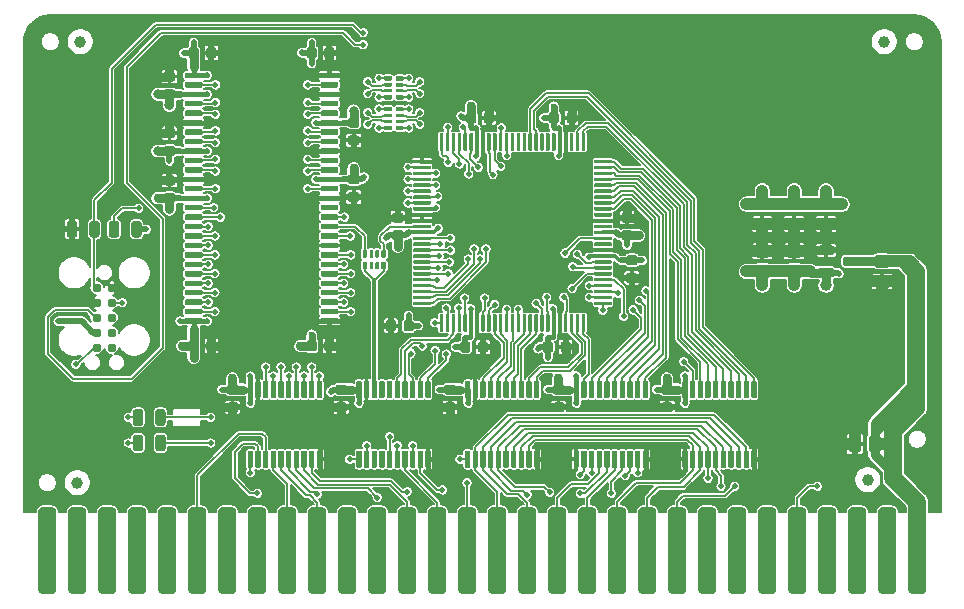
<source format=gtl>
G04 #@! TF.GenerationSoftware,KiCad,Pcbnew,(5.1.5-0-10_14)*
G04 #@! TF.CreationDate,2020-08-08T03:47:55-04:00*
G04 #@! TF.ProjectId,RAM2E,52414d32-452e-46b6-9963-61645f706362,1.1*
G04 #@! TF.SameCoordinates,Original*
G04 #@! TF.FileFunction,Copper,L1,Top*
G04 #@! TF.FilePolarity,Positive*
%FSLAX46Y46*%
G04 Gerber Fmt 4.6, Leading zero omitted, Abs format (unit mm)*
G04 Created by KiCad (PCBNEW (5.1.5-0-10_14)) date 2020-08-08 03:47:55*
%MOMM*%
%LPD*%
G04 APERTURE LIST*
%ADD10C,0.100000*%
%ADD11C,1.000000*%
%ADD12C,2.000000*%
%ADD13C,0.787400*%
%ADD14C,0.500000*%
%ADD15C,0.762000*%
%ADD16C,0.600000*%
%ADD17C,0.800000*%
%ADD18C,0.508000*%
%ADD19C,0.450000*%
%ADD20C,0.762000*%
%ADD21C,0.508000*%
%ADD22C,1.524000*%
%ADD23C,1.000000*%
%ADD24C,0.800000*%
%ADD25C,0.150000*%
%ADD26C,0.500000*%
%ADD27C,0.250000*%
%ADD28C,0.600000*%
%ADD29C,0.300000*%
%ADD30C,0.400000*%
%ADD31C,0.254000*%
%ADD32C,0.152400*%
%ADD33C,0.154000*%
G04 APERTURE END LIST*
G04 #@! TA.AperFunction,SMDPad,CuDef*
D10*
G36*
X214783329Y-92676023D02*
G01*
X214803957Y-92679083D01*
X214824185Y-92684150D01*
X214843820Y-92691176D01*
X214862672Y-92700092D01*
X214880559Y-92710813D01*
X214897309Y-92723235D01*
X214912760Y-92737240D01*
X214926765Y-92752691D01*
X214939187Y-92769441D01*
X214949908Y-92787328D01*
X214958824Y-92806180D01*
X214965850Y-92825815D01*
X214970917Y-92846043D01*
X214973977Y-92866671D01*
X214975000Y-92887500D01*
X214975000Y-93412500D01*
X214973977Y-93433329D01*
X214970917Y-93453957D01*
X214965850Y-93474185D01*
X214958824Y-93493820D01*
X214949908Y-93512672D01*
X214939187Y-93530559D01*
X214926765Y-93547309D01*
X214912760Y-93562760D01*
X214897309Y-93576765D01*
X214880559Y-93589187D01*
X214862672Y-93599908D01*
X214843820Y-93608824D01*
X214824185Y-93615850D01*
X214803957Y-93620917D01*
X214783329Y-93623977D01*
X214762500Y-93625000D01*
X214337500Y-93625000D01*
X214316671Y-93623977D01*
X214296043Y-93620917D01*
X214275815Y-93615850D01*
X214256180Y-93608824D01*
X214237328Y-93599908D01*
X214219441Y-93589187D01*
X214202691Y-93576765D01*
X214187240Y-93562760D01*
X214173235Y-93547309D01*
X214160813Y-93530559D01*
X214150092Y-93512672D01*
X214141176Y-93493820D01*
X214134150Y-93474185D01*
X214129083Y-93453957D01*
X214126023Y-93433329D01*
X214125000Y-93412500D01*
X214125000Y-92887500D01*
X214126023Y-92866671D01*
X214129083Y-92846043D01*
X214134150Y-92825815D01*
X214141176Y-92806180D01*
X214150092Y-92787328D01*
X214160813Y-92769441D01*
X214173235Y-92752691D01*
X214187240Y-92737240D01*
X214202691Y-92723235D01*
X214219441Y-92710813D01*
X214237328Y-92700092D01*
X214256180Y-92691176D01*
X214275815Y-92684150D01*
X214296043Y-92679083D01*
X214316671Y-92676023D01*
X214337500Y-92675000D01*
X214762500Y-92675000D01*
X214783329Y-92676023D01*
G37*
G04 #@! TD.AperFunction*
G04 #@! TA.AperFunction,SMDPad,CuDef*
G36*
X213283329Y-92676023D02*
G01*
X213303957Y-92679083D01*
X213324185Y-92684150D01*
X213343820Y-92691176D01*
X213362672Y-92700092D01*
X213380559Y-92710813D01*
X213397309Y-92723235D01*
X213412760Y-92737240D01*
X213426765Y-92752691D01*
X213439187Y-92769441D01*
X213449908Y-92787328D01*
X213458824Y-92806180D01*
X213465850Y-92825815D01*
X213470917Y-92846043D01*
X213473977Y-92866671D01*
X213475000Y-92887500D01*
X213475000Y-93412500D01*
X213473977Y-93433329D01*
X213470917Y-93453957D01*
X213465850Y-93474185D01*
X213458824Y-93493820D01*
X213449908Y-93512672D01*
X213439187Y-93530559D01*
X213426765Y-93547309D01*
X213412760Y-93562760D01*
X213397309Y-93576765D01*
X213380559Y-93589187D01*
X213362672Y-93599908D01*
X213343820Y-93608824D01*
X213324185Y-93615850D01*
X213303957Y-93620917D01*
X213283329Y-93623977D01*
X213262500Y-93625000D01*
X212837500Y-93625000D01*
X212816671Y-93623977D01*
X212796043Y-93620917D01*
X212775815Y-93615850D01*
X212756180Y-93608824D01*
X212737328Y-93599908D01*
X212719441Y-93589187D01*
X212702691Y-93576765D01*
X212687240Y-93562760D01*
X212673235Y-93547309D01*
X212660813Y-93530559D01*
X212650092Y-93512672D01*
X212641176Y-93493820D01*
X212634150Y-93474185D01*
X212629083Y-93453957D01*
X212626023Y-93433329D01*
X212625000Y-93412500D01*
X212625000Y-92887500D01*
X212626023Y-92866671D01*
X212629083Y-92846043D01*
X212634150Y-92825815D01*
X212641176Y-92806180D01*
X212650092Y-92787328D01*
X212660813Y-92769441D01*
X212673235Y-92752691D01*
X212687240Y-92737240D01*
X212702691Y-92723235D01*
X212719441Y-92710813D01*
X212737328Y-92700092D01*
X212756180Y-92691176D01*
X212775815Y-92684150D01*
X212796043Y-92679083D01*
X212816671Y-92676023D01*
X212837500Y-92675000D01*
X213262500Y-92675000D01*
X213283329Y-92676023D01*
G37*
G04 #@! TD.AperFunction*
G04 #@! TA.AperFunction,SMDPad,CuDef*
G36*
X267063229Y-107126264D02*
G01*
X267088711Y-107130044D01*
X267113700Y-107136303D01*
X267137954Y-107144982D01*
X267161242Y-107155996D01*
X267183337Y-107169239D01*
X267204028Y-107184585D01*
X267223116Y-107201884D01*
X267240415Y-107220972D01*
X267255761Y-107241663D01*
X267269004Y-107263758D01*
X267280018Y-107287046D01*
X267288697Y-107311300D01*
X267294956Y-107336289D01*
X267298736Y-107361771D01*
X267300000Y-107387500D01*
X267300000Y-107912500D01*
X267298736Y-107938229D01*
X267294956Y-107963711D01*
X267288697Y-107988700D01*
X267280018Y-108012954D01*
X267269004Y-108036242D01*
X267255761Y-108058337D01*
X267240415Y-108079028D01*
X267223116Y-108098116D01*
X267204028Y-108115415D01*
X267183337Y-108130761D01*
X267161242Y-108144004D01*
X267137954Y-108155018D01*
X267113700Y-108163697D01*
X267088711Y-108169956D01*
X267063229Y-108173736D01*
X267037500Y-108175000D01*
X266162500Y-108175000D01*
X266136771Y-108173736D01*
X266111289Y-108169956D01*
X266086300Y-108163697D01*
X266062046Y-108155018D01*
X266038758Y-108144004D01*
X266016663Y-108130761D01*
X265995972Y-108115415D01*
X265976884Y-108098116D01*
X265959585Y-108079028D01*
X265944239Y-108058337D01*
X265930996Y-108036242D01*
X265919982Y-108012954D01*
X265911303Y-107988700D01*
X265905044Y-107963711D01*
X265901264Y-107938229D01*
X265900000Y-107912500D01*
X265900000Y-107387500D01*
X265901264Y-107361771D01*
X265905044Y-107336289D01*
X265911303Y-107311300D01*
X265919982Y-107287046D01*
X265930996Y-107263758D01*
X265944239Y-107241663D01*
X265959585Y-107220972D01*
X265976884Y-107201884D01*
X265995972Y-107184585D01*
X266016663Y-107169239D01*
X266038758Y-107155996D01*
X266062046Y-107144982D01*
X266086300Y-107136303D01*
X266111289Y-107130044D01*
X266136771Y-107126264D01*
X266162500Y-107125000D01*
X267037500Y-107125000D01*
X267063229Y-107126264D01*
G37*
G04 #@! TD.AperFunction*
G04 #@! TA.AperFunction,SMDPad,CuDef*
G36*
X267063229Y-105426264D02*
G01*
X267088711Y-105430044D01*
X267113700Y-105436303D01*
X267137954Y-105444982D01*
X267161242Y-105455996D01*
X267183337Y-105469239D01*
X267204028Y-105484585D01*
X267223116Y-105501884D01*
X267240415Y-105520972D01*
X267255761Y-105541663D01*
X267269004Y-105563758D01*
X267280018Y-105587046D01*
X267288697Y-105611300D01*
X267294956Y-105636289D01*
X267298736Y-105661771D01*
X267300000Y-105687500D01*
X267300000Y-106212500D01*
X267298736Y-106238229D01*
X267294956Y-106263711D01*
X267288697Y-106288700D01*
X267280018Y-106312954D01*
X267269004Y-106336242D01*
X267255761Y-106358337D01*
X267240415Y-106379028D01*
X267223116Y-106398116D01*
X267204028Y-106415415D01*
X267183337Y-106430761D01*
X267161242Y-106444004D01*
X267137954Y-106455018D01*
X267113700Y-106463697D01*
X267088711Y-106469956D01*
X267063229Y-106473736D01*
X267037500Y-106475000D01*
X266162500Y-106475000D01*
X266136771Y-106473736D01*
X266111289Y-106469956D01*
X266086300Y-106463697D01*
X266062046Y-106455018D01*
X266038758Y-106444004D01*
X266016663Y-106430761D01*
X265995972Y-106415415D01*
X265976884Y-106398116D01*
X265959585Y-106379028D01*
X265944239Y-106358337D01*
X265930996Y-106336242D01*
X265919982Y-106312954D01*
X265911303Y-106288700D01*
X265905044Y-106263711D01*
X265901264Y-106238229D01*
X265900000Y-106212500D01*
X265900000Y-105687500D01*
X265901264Y-105661771D01*
X265905044Y-105636289D01*
X265911303Y-105611300D01*
X265919982Y-105587046D01*
X265930996Y-105563758D01*
X265944239Y-105541663D01*
X265959585Y-105520972D01*
X265976884Y-105501884D01*
X265995972Y-105484585D01*
X266016663Y-105469239D01*
X266038758Y-105455996D01*
X266062046Y-105444982D01*
X266086300Y-105436303D01*
X266111289Y-105430044D01*
X266136771Y-105426264D01*
X266162500Y-105425000D01*
X267037500Y-105425000D01*
X267063229Y-105426264D01*
G37*
G04 #@! TD.AperFunction*
G04 #@! TA.AperFunction,SMDPad,CuDef*
G36*
X233057351Y-102200361D02*
G01*
X233064632Y-102201441D01*
X233071771Y-102203229D01*
X233078701Y-102205709D01*
X233085355Y-102208856D01*
X233091668Y-102212640D01*
X233097579Y-102217024D01*
X233103033Y-102221967D01*
X233107976Y-102227421D01*
X233112360Y-102233332D01*
X233116144Y-102239645D01*
X233119291Y-102246299D01*
X233121771Y-102253229D01*
X233123559Y-102260368D01*
X233124639Y-102267649D01*
X233125000Y-102275000D01*
X233125000Y-102425000D01*
X233124639Y-102432351D01*
X233123559Y-102439632D01*
X233121771Y-102446771D01*
X233119291Y-102453701D01*
X233116144Y-102460355D01*
X233112360Y-102466668D01*
X233107976Y-102472579D01*
X233103033Y-102478033D01*
X233097579Y-102482976D01*
X233091668Y-102487360D01*
X233085355Y-102491144D01*
X233078701Y-102494291D01*
X233071771Y-102496771D01*
X233064632Y-102498559D01*
X233057351Y-102499639D01*
X233050000Y-102500000D01*
X231725000Y-102500000D01*
X231717649Y-102499639D01*
X231710368Y-102498559D01*
X231703229Y-102496771D01*
X231696299Y-102494291D01*
X231689645Y-102491144D01*
X231683332Y-102487360D01*
X231677421Y-102482976D01*
X231671967Y-102478033D01*
X231667024Y-102472579D01*
X231662640Y-102466668D01*
X231658856Y-102460355D01*
X231655709Y-102453701D01*
X231653229Y-102446771D01*
X231651441Y-102439632D01*
X231650361Y-102432351D01*
X231650000Y-102425000D01*
X231650000Y-102275000D01*
X231650361Y-102267649D01*
X231651441Y-102260368D01*
X231653229Y-102253229D01*
X231655709Y-102246299D01*
X231658856Y-102239645D01*
X231662640Y-102233332D01*
X231667024Y-102227421D01*
X231671967Y-102221967D01*
X231677421Y-102217024D01*
X231683332Y-102212640D01*
X231689645Y-102208856D01*
X231696299Y-102205709D01*
X231703229Y-102203229D01*
X231710368Y-102201441D01*
X231717649Y-102200361D01*
X231725000Y-102200000D01*
X233050000Y-102200000D01*
X233057351Y-102200361D01*
G37*
G04 #@! TD.AperFunction*
G04 #@! TA.AperFunction,SMDPad,CuDef*
G36*
X233057351Y-102700361D02*
G01*
X233064632Y-102701441D01*
X233071771Y-102703229D01*
X233078701Y-102705709D01*
X233085355Y-102708856D01*
X233091668Y-102712640D01*
X233097579Y-102717024D01*
X233103033Y-102721967D01*
X233107976Y-102727421D01*
X233112360Y-102733332D01*
X233116144Y-102739645D01*
X233119291Y-102746299D01*
X233121771Y-102753229D01*
X233123559Y-102760368D01*
X233124639Y-102767649D01*
X233125000Y-102775000D01*
X233125000Y-102925000D01*
X233124639Y-102932351D01*
X233123559Y-102939632D01*
X233121771Y-102946771D01*
X233119291Y-102953701D01*
X233116144Y-102960355D01*
X233112360Y-102966668D01*
X233107976Y-102972579D01*
X233103033Y-102978033D01*
X233097579Y-102982976D01*
X233091668Y-102987360D01*
X233085355Y-102991144D01*
X233078701Y-102994291D01*
X233071771Y-102996771D01*
X233064632Y-102998559D01*
X233057351Y-102999639D01*
X233050000Y-103000000D01*
X231725000Y-103000000D01*
X231717649Y-102999639D01*
X231710368Y-102998559D01*
X231703229Y-102996771D01*
X231696299Y-102994291D01*
X231689645Y-102991144D01*
X231683332Y-102987360D01*
X231677421Y-102982976D01*
X231671967Y-102978033D01*
X231667024Y-102972579D01*
X231662640Y-102966668D01*
X231658856Y-102960355D01*
X231655709Y-102953701D01*
X231653229Y-102946771D01*
X231651441Y-102939632D01*
X231650361Y-102932351D01*
X231650000Y-102925000D01*
X231650000Y-102775000D01*
X231650361Y-102767649D01*
X231651441Y-102760368D01*
X231653229Y-102753229D01*
X231655709Y-102746299D01*
X231658856Y-102739645D01*
X231662640Y-102733332D01*
X231667024Y-102727421D01*
X231671967Y-102721967D01*
X231677421Y-102717024D01*
X231683332Y-102712640D01*
X231689645Y-102708856D01*
X231696299Y-102705709D01*
X231703229Y-102703229D01*
X231710368Y-102701441D01*
X231717649Y-102700361D01*
X231725000Y-102700000D01*
X233050000Y-102700000D01*
X233057351Y-102700361D01*
G37*
G04 #@! TD.AperFunction*
G04 #@! TA.AperFunction,SMDPad,CuDef*
G36*
X233057351Y-103200361D02*
G01*
X233064632Y-103201441D01*
X233071771Y-103203229D01*
X233078701Y-103205709D01*
X233085355Y-103208856D01*
X233091668Y-103212640D01*
X233097579Y-103217024D01*
X233103033Y-103221967D01*
X233107976Y-103227421D01*
X233112360Y-103233332D01*
X233116144Y-103239645D01*
X233119291Y-103246299D01*
X233121771Y-103253229D01*
X233123559Y-103260368D01*
X233124639Y-103267649D01*
X233125000Y-103275000D01*
X233125000Y-103425000D01*
X233124639Y-103432351D01*
X233123559Y-103439632D01*
X233121771Y-103446771D01*
X233119291Y-103453701D01*
X233116144Y-103460355D01*
X233112360Y-103466668D01*
X233107976Y-103472579D01*
X233103033Y-103478033D01*
X233097579Y-103482976D01*
X233091668Y-103487360D01*
X233085355Y-103491144D01*
X233078701Y-103494291D01*
X233071771Y-103496771D01*
X233064632Y-103498559D01*
X233057351Y-103499639D01*
X233050000Y-103500000D01*
X231725000Y-103500000D01*
X231717649Y-103499639D01*
X231710368Y-103498559D01*
X231703229Y-103496771D01*
X231696299Y-103494291D01*
X231689645Y-103491144D01*
X231683332Y-103487360D01*
X231677421Y-103482976D01*
X231671967Y-103478033D01*
X231667024Y-103472579D01*
X231662640Y-103466668D01*
X231658856Y-103460355D01*
X231655709Y-103453701D01*
X231653229Y-103446771D01*
X231651441Y-103439632D01*
X231650361Y-103432351D01*
X231650000Y-103425000D01*
X231650000Y-103275000D01*
X231650361Y-103267649D01*
X231651441Y-103260368D01*
X231653229Y-103253229D01*
X231655709Y-103246299D01*
X231658856Y-103239645D01*
X231662640Y-103233332D01*
X231667024Y-103227421D01*
X231671967Y-103221967D01*
X231677421Y-103217024D01*
X231683332Y-103212640D01*
X231689645Y-103208856D01*
X231696299Y-103205709D01*
X231703229Y-103203229D01*
X231710368Y-103201441D01*
X231717649Y-103200361D01*
X231725000Y-103200000D01*
X233050000Y-103200000D01*
X233057351Y-103200361D01*
G37*
G04 #@! TD.AperFunction*
G04 #@! TA.AperFunction,SMDPad,CuDef*
G36*
X233057351Y-103700361D02*
G01*
X233064632Y-103701441D01*
X233071771Y-103703229D01*
X233078701Y-103705709D01*
X233085355Y-103708856D01*
X233091668Y-103712640D01*
X233097579Y-103717024D01*
X233103033Y-103721967D01*
X233107976Y-103727421D01*
X233112360Y-103733332D01*
X233116144Y-103739645D01*
X233119291Y-103746299D01*
X233121771Y-103753229D01*
X233123559Y-103760368D01*
X233124639Y-103767649D01*
X233125000Y-103775000D01*
X233125000Y-103925000D01*
X233124639Y-103932351D01*
X233123559Y-103939632D01*
X233121771Y-103946771D01*
X233119291Y-103953701D01*
X233116144Y-103960355D01*
X233112360Y-103966668D01*
X233107976Y-103972579D01*
X233103033Y-103978033D01*
X233097579Y-103982976D01*
X233091668Y-103987360D01*
X233085355Y-103991144D01*
X233078701Y-103994291D01*
X233071771Y-103996771D01*
X233064632Y-103998559D01*
X233057351Y-103999639D01*
X233050000Y-104000000D01*
X231725000Y-104000000D01*
X231717649Y-103999639D01*
X231710368Y-103998559D01*
X231703229Y-103996771D01*
X231696299Y-103994291D01*
X231689645Y-103991144D01*
X231683332Y-103987360D01*
X231677421Y-103982976D01*
X231671967Y-103978033D01*
X231667024Y-103972579D01*
X231662640Y-103966668D01*
X231658856Y-103960355D01*
X231655709Y-103953701D01*
X231653229Y-103946771D01*
X231651441Y-103939632D01*
X231650361Y-103932351D01*
X231650000Y-103925000D01*
X231650000Y-103775000D01*
X231650361Y-103767649D01*
X231651441Y-103760368D01*
X231653229Y-103753229D01*
X231655709Y-103746299D01*
X231658856Y-103739645D01*
X231662640Y-103733332D01*
X231667024Y-103727421D01*
X231671967Y-103721967D01*
X231677421Y-103717024D01*
X231683332Y-103712640D01*
X231689645Y-103708856D01*
X231696299Y-103705709D01*
X231703229Y-103703229D01*
X231710368Y-103701441D01*
X231717649Y-103700361D01*
X231725000Y-103700000D01*
X233050000Y-103700000D01*
X233057351Y-103700361D01*
G37*
G04 #@! TD.AperFunction*
G04 #@! TA.AperFunction,SMDPad,CuDef*
G36*
X233057351Y-104200361D02*
G01*
X233064632Y-104201441D01*
X233071771Y-104203229D01*
X233078701Y-104205709D01*
X233085355Y-104208856D01*
X233091668Y-104212640D01*
X233097579Y-104217024D01*
X233103033Y-104221967D01*
X233107976Y-104227421D01*
X233112360Y-104233332D01*
X233116144Y-104239645D01*
X233119291Y-104246299D01*
X233121771Y-104253229D01*
X233123559Y-104260368D01*
X233124639Y-104267649D01*
X233125000Y-104275000D01*
X233125000Y-104425000D01*
X233124639Y-104432351D01*
X233123559Y-104439632D01*
X233121771Y-104446771D01*
X233119291Y-104453701D01*
X233116144Y-104460355D01*
X233112360Y-104466668D01*
X233107976Y-104472579D01*
X233103033Y-104478033D01*
X233097579Y-104482976D01*
X233091668Y-104487360D01*
X233085355Y-104491144D01*
X233078701Y-104494291D01*
X233071771Y-104496771D01*
X233064632Y-104498559D01*
X233057351Y-104499639D01*
X233050000Y-104500000D01*
X231725000Y-104500000D01*
X231717649Y-104499639D01*
X231710368Y-104498559D01*
X231703229Y-104496771D01*
X231696299Y-104494291D01*
X231689645Y-104491144D01*
X231683332Y-104487360D01*
X231677421Y-104482976D01*
X231671967Y-104478033D01*
X231667024Y-104472579D01*
X231662640Y-104466668D01*
X231658856Y-104460355D01*
X231655709Y-104453701D01*
X231653229Y-104446771D01*
X231651441Y-104439632D01*
X231650361Y-104432351D01*
X231650000Y-104425000D01*
X231650000Y-104275000D01*
X231650361Y-104267649D01*
X231651441Y-104260368D01*
X231653229Y-104253229D01*
X231655709Y-104246299D01*
X231658856Y-104239645D01*
X231662640Y-104233332D01*
X231667024Y-104227421D01*
X231671967Y-104221967D01*
X231677421Y-104217024D01*
X231683332Y-104212640D01*
X231689645Y-104208856D01*
X231696299Y-104205709D01*
X231703229Y-104203229D01*
X231710368Y-104201441D01*
X231717649Y-104200361D01*
X231725000Y-104200000D01*
X233050000Y-104200000D01*
X233057351Y-104200361D01*
G37*
G04 #@! TD.AperFunction*
G04 #@! TA.AperFunction,SMDPad,CuDef*
G36*
X233057351Y-104700361D02*
G01*
X233064632Y-104701441D01*
X233071771Y-104703229D01*
X233078701Y-104705709D01*
X233085355Y-104708856D01*
X233091668Y-104712640D01*
X233097579Y-104717024D01*
X233103033Y-104721967D01*
X233107976Y-104727421D01*
X233112360Y-104733332D01*
X233116144Y-104739645D01*
X233119291Y-104746299D01*
X233121771Y-104753229D01*
X233123559Y-104760368D01*
X233124639Y-104767649D01*
X233125000Y-104775000D01*
X233125000Y-104925000D01*
X233124639Y-104932351D01*
X233123559Y-104939632D01*
X233121771Y-104946771D01*
X233119291Y-104953701D01*
X233116144Y-104960355D01*
X233112360Y-104966668D01*
X233107976Y-104972579D01*
X233103033Y-104978033D01*
X233097579Y-104982976D01*
X233091668Y-104987360D01*
X233085355Y-104991144D01*
X233078701Y-104994291D01*
X233071771Y-104996771D01*
X233064632Y-104998559D01*
X233057351Y-104999639D01*
X233050000Y-105000000D01*
X231725000Y-105000000D01*
X231717649Y-104999639D01*
X231710368Y-104998559D01*
X231703229Y-104996771D01*
X231696299Y-104994291D01*
X231689645Y-104991144D01*
X231683332Y-104987360D01*
X231677421Y-104982976D01*
X231671967Y-104978033D01*
X231667024Y-104972579D01*
X231662640Y-104966668D01*
X231658856Y-104960355D01*
X231655709Y-104953701D01*
X231653229Y-104946771D01*
X231651441Y-104939632D01*
X231650361Y-104932351D01*
X231650000Y-104925000D01*
X231650000Y-104775000D01*
X231650361Y-104767649D01*
X231651441Y-104760368D01*
X231653229Y-104753229D01*
X231655709Y-104746299D01*
X231658856Y-104739645D01*
X231662640Y-104733332D01*
X231667024Y-104727421D01*
X231671967Y-104721967D01*
X231677421Y-104717024D01*
X231683332Y-104712640D01*
X231689645Y-104708856D01*
X231696299Y-104705709D01*
X231703229Y-104703229D01*
X231710368Y-104701441D01*
X231717649Y-104700361D01*
X231725000Y-104700000D01*
X233050000Y-104700000D01*
X233057351Y-104700361D01*
G37*
G04 #@! TD.AperFunction*
G04 #@! TA.AperFunction,SMDPad,CuDef*
G36*
X233057351Y-105200361D02*
G01*
X233064632Y-105201441D01*
X233071771Y-105203229D01*
X233078701Y-105205709D01*
X233085355Y-105208856D01*
X233091668Y-105212640D01*
X233097579Y-105217024D01*
X233103033Y-105221967D01*
X233107976Y-105227421D01*
X233112360Y-105233332D01*
X233116144Y-105239645D01*
X233119291Y-105246299D01*
X233121771Y-105253229D01*
X233123559Y-105260368D01*
X233124639Y-105267649D01*
X233125000Y-105275000D01*
X233125000Y-105425000D01*
X233124639Y-105432351D01*
X233123559Y-105439632D01*
X233121771Y-105446771D01*
X233119291Y-105453701D01*
X233116144Y-105460355D01*
X233112360Y-105466668D01*
X233107976Y-105472579D01*
X233103033Y-105478033D01*
X233097579Y-105482976D01*
X233091668Y-105487360D01*
X233085355Y-105491144D01*
X233078701Y-105494291D01*
X233071771Y-105496771D01*
X233064632Y-105498559D01*
X233057351Y-105499639D01*
X233050000Y-105500000D01*
X231725000Y-105500000D01*
X231717649Y-105499639D01*
X231710368Y-105498559D01*
X231703229Y-105496771D01*
X231696299Y-105494291D01*
X231689645Y-105491144D01*
X231683332Y-105487360D01*
X231677421Y-105482976D01*
X231671967Y-105478033D01*
X231667024Y-105472579D01*
X231662640Y-105466668D01*
X231658856Y-105460355D01*
X231655709Y-105453701D01*
X231653229Y-105446771D01*
X231651441Y-105439632D01*
X231650361Y-105432351D01*
X231650000Y-105425000D01*
X231650000Y-105275000D01*
X231650361Y-105267649D01*
X231651441Y-105260368D01*
X231653229Y-105253229D01*
X231655709Y-105246299D01*
X231658856Y-105239645D01*
X231662640Y-105233332D01*
X231667024Y-105227421D01*
X231671967Y-105221967D01*
X231677421Y-105217024D01*
X231683332Y-105212640D01*
X231689645Y-105208856D01*
X231696299Y-105205709D01*
X231703229Y-105203229D01*
X231710368Y-105201441D01*
X231717649Y-105200361D01*
X231725000Y-105200000D01*
X233050000Y-105200000D01*
X233057351Y-105200361D01*
G37*
G04 #@! TD.AperFunction*
G04 #@! TA.AperFunction,SMDPad,CuDef*
G36*
X233057351Y-105700361D02*
G01*
X233064632Y-105701441D01*
X233071771Y-105703229D01*
X233078701Y-105705709D01*
X233085355Y-105708856D01*
X233091668Y-105712640D01*
X233097579Y-105717024D01*
X233103033Y-105721967D01*
X233107976Y-105727421D01*
X233112360Y-105733332D01*
X233116144Y-105739645D01*
X233119291Y-105746299D01*
X233121771Y-105753229D01*
X233123559Y-105760368D01*
X233124639Y-105767649D01*
X233125000Y-105775000D01*
X233125000Y-105925000D01*
X233124639Y-105932351D01*
X233123559Y-105939632D01*
X233121771Y-105946771D01*
X233119291Y-105953701D01*
X233116144Y-105960355D01*
X233112360Y-105966668D01*
X233107976Y-105972579D01*
X233103033Y-105978033D01*
X233097579Y-105982976D01*
X233091668Y-105987360D01*
X233085355Y-105991144D01*
X233078701Y-105994291D01*
X233071771Y-105996771D01*
X233064632Y-105998559D01*
X233057351Y-105999639D01*
X233050000Y-106000000D01*
X231725000Y-106000000D01*
X231717649Y-105999639D01*
X231710368Y-105998559D01*
X231703229Y-105996771D01*
X231696299Y-105994291D01*
X231689645Y-105991144D01*
X231683332Y-105987360D01*
X231677421Y-105982976D01*
X231671967Y-105978033D01*
X231667024Y-105972579D01*
X231662640Y-105966668D01*
X231658856Y-105960355D01*
X231655709Y-105953701D01*
X231653229Y-105946771D01*
X231651441Y-105939632D01*
X231650361Y-105932351D01*
X231650000Y-105925000D01*
X231650000Y-105775000D01*
X231650361Y-105767649D01*
X231651441Y-105760368D01*
X231653229Y-105753229D01*
X231655709Y-105746299D01*
X231658856Y-105739645D01*
X231662640Y-105733332D01*
X231667024Y-105727421D01*
X231671967Y-105721967D01*
X231677421Y-105717024D01*
X231683332Y-105712640D01*
X231689645Y-105708856D01*
X231696299Y-105705709D01*
X231703229Y-105703229D01*
X231710368Y-105701441D01*
X231717649Y-105700361D01*
X231725000Y-105700000D01*
X233050000Y-105700000D01*
X233057351Y-105700361D01*
G37*
G04 #@! TD.AperFunction*
G04 #@! TA.AperFunction,SMDPad,CuDef*
G36*
X233057351Y-106200361D02*
G01*
X233064632Y-106201441D01*
X233071771Y-106203229D01*
X233078701Y-106205709D01*
X233085355Y-106208856D01*
X233091668Y-106212640D01*
X233097579Y-106217024D01*
X233103033Y-106221967D01*
X233107976Y-106227421D01*
X233112360Y-106233332D01*
X233116144Y-106239645D01*
X233119291Y-106246299D01*
X233121771Y-106253229D01*
X233123559Y-106260368D01*
X233124639Y-106267649D01*
X233125000Y-106275000D01*
X233125000Y-106425000D01*
X233124639Y-106432351D01*
X233123559Y-106439632D01*
X233121771Y-106446771D01*
X233119291Y-106453701D01*
X233116144Y-106460355D01*
X233112360Y-106466668D01*
X233107976Y-106472579D01*
X233103033Y-106478033D01*
X233097579Y-106482976D01*
X233091668Y-106487360D01*
X233085355Y-106491144D01*
X233078701Y-106494291D01*
X233071771Y-106496771D01*
X233064632Y-106498559D01*
X233057351Y-106499639D01*
X233050000Y-106500000D01*
X231725000Y-106500000D01*
X231717649Y-106499639D01*
X231710368Y-106498559D01*
X231703229Y-106496771D01*
X231696299Y-106494291D01*
X231689645Y-106491144D01*
X231683332Y-106487360D01*
X231677421Y-106482976D01*
X231671967Y-106478033D01*
X231667024Y-106472579D01*
X231662640Y-106466668D01*
X231658856Y-106460355D01*
X231655709Y-106453701D01*
X231653229Y-106446771D01*
X231651441Y-106439632D01*
X231650361Y-106432351D01*
X231650000Y-106425000D01*
X231650000Y-106275000D01*
X231650361Y-106267649D01*
X231651441Y-106260368D01*
X231653229Y-106253229D01*
X231655709Y-106246299D01*
X231658856Y-106239645D01*
X231662640Y-106233332D01*
X231667024Y-106227421D01*
X231671967Y-106221967D01*
X231677421Y-106217024D01*
X231683332Y-106212640D01*
X231689645Y-106208856D01*
X231696299Y-106205709D01*
X231703229Y-106203229D01*
X231710368Y-106201441D01*
X231717649Y-106200361D01*
X231725000Y-106200000D01*
X233050000Y-106200000D01*
X233057351Y-106200361D01*
G37*
G04 #@! TD.AperFunction*
G04 #@! TA.AperFunction,SMDPad,CuDef*
G36*
X233057351Y-106700361D02*
G01*
X233064632Y-106701441D01*
X233071771Y-106703229D01*
X233078701Y-106705709D01*
X233085355Y-106708856D01*
X233091668Y-106712640D01*
X233097579Y-106717024D01*
X233103033Y-106721967D01*
X233107976Y-106727421D01*
X233112360Y-106733332D01*
X233116144Y-106739645D01*
X233119291Y-106746299D01*
X233121771Y-106753229D01*
X233123559Y-106760368D01*
X233124639Y-106767649D01*
X233125000Y-106775000D01*
X233125000Y-106925000D01*
X233124639Y-106932351D01*
X233123559Y-106939632D01*
X233121771Y-106946771D01*
X233119291Y-106953701D01*
X233116144Y-106960355D01*
X233112360Y-106966668D01*
X233107976Y-106972579D01*
X233103033Y-106978033D01*
X233097579Y-106982976D01*
X233091668Y-106987360D01*
X233085355Y-106991144D01*
X233078701Y-106994291D01*
X233071771Y-106996771D01*
X233064632Y-106998559D01*
X233057351Y-106999639D01*
X233050000Y-107000000D01*
X231725000Y-107000000D01*
X231717649Y-106999639D01*
X231710368Y-106998559D01*
X231703229Y-106996771D01*
X231696299Y-106994291D01*
X231689645Y-106991144D01*
X231683332Y-106987360D01*
X231677421Y-106982976D01*
X231671967Y-106978033D01*
X231667024Y-106972579D01*
X231662640Y-106966668D01*
X231658856Y-106960355D01*
X231655709Y-106953701D01*
X231653229Y-106946771D01*
X231651441Y-106939632D01*
X231650361Y-106932351D01*
X231650000Y-106925000D01*
X231650000Y-106775000D01*
X231650361Y-106767649D01*
X231651441Y-106760368D01*
X231653229Y-106753229D01*
X231655709Y-106746299D01*
X231658856Y-106739645D01*
X231662640Y-106733332D01*
X231667024Y-106727421D01*
X231671967Y-106721967D01*
X231677421Y-106717024D01*
X231683332Y-106712640D01*
X231689645Y-106708856D01*
X231696299Y-106705709D01*
X231703229Y-106703229D01*
X231710368Y-106701441D01*
X231717649Y-106700361D01*
X231725000Y-106700000D01*
X233050000Y-106700000D01*
X233057351Y-106700361D01*
G37*
G04 #@! TD.AperFunction*
G04 #@! TA.AperFunction,SMDPad,CuDef*
G36*
X233057351Y-107200361D02*
G01*
X233064632Y-107201441D01*
X233071771Y-107203229D01*
X233078701Y-107205709D01*
X233085355Y-107208856D01*
X233091668Y-107212640D01*
X233097579Y-107217024D01*
X233103033Y-107221967D01*
X233107976Y-107227421D01*
X233112360Y-107233332D01*
X233116144Y-107239645D01*
X233119291Y-107246299D01*
X233121771Y-107253229D01*
X233123559Y-107260368D01*
X233124639Y-107267649D01*
X233125000Y-107275000D01*
X233125000Y-107425000D01*
X233124639Y-107432351D01*
X233123559Y-107439632D01*
X233121771Y-107446771D01*
X233119291Y-107453701D01*
X233116144Y-107460355D01*
X233112360Y-107466668D01*
X233107976Y-107472579D01*
X233103033Y-107478033D01*
X233097579Y-107482976D01*
X233091668Y-107487360D01*
X233085355Y-107491144D01*
X233078701Y-107494291D01*
X233071771Y-107496771D01*
X233064632Y-107498559D01*
X233057351Y-107499639D01*
X233050000Y-107500000D01*
X231725000Y-107500000D01*
X231717649Y-107499639D01*
X231710368Y-107498559D01*
X231703229Y-107496771D01*
X231696299Y-107494291D01*
X231689645Y-107491144D01*
X231683332Y-107487360D01*
X231677421Y-107482976D01*
X231671967Y-107478033D01*
X231667024Y-107472579D01*
X231662640Y-107466668D01*
X231658856Y-107460355D01*
X231655709Y-107453701D01*
X231653229Y-107446771D01*
X231651441Y-107439632D01*
X231650361Y-107432351D01*
X231650000Y-107425000D01*
X231650000Y-107275000D01*
X231650361Y-107267649D01*
X231651441Y-107260368D01*
X231653229Y-107253229D01*
X231655709Y-107246299D01*
X231658856Y-107239645D01*
X231662640Y-107233332D01*
X231667024Y-107227421D01*
X231671967Y-107221967D01*
X231677421Y-107217024D01*
X231683332Y-107212640D01*
X231689645Y-107208856D01*
X231696299Y-107205709D01*
X231703229Y-107203229D01*
X231710368Y-107201441D01*
X231717649Y-107200361D01*
X231725000Y-107200000D01*
X233050000Y-107200000D01*
X233057351Y-107200361D01*
G37*
G04 #@! TD.AperFunction*
G04 #@! TA.AperFunction,SMDPad,CuDef*
G36*
X233057351Y-107700361D02*
G01*
X233064632Y-107701441D01*
X233071771Y-107703229D01*
X233078701Y-107705709D01*
X233085355Y-107708856D01*
X233091668Y-107712640D01*
X233097579Y-107717024D01*
X233103033Y-107721967D01*
X233107976Y-107727421D01*
X233112360Y-107733332D01*
X233116144Y-107739645D01*
X233119291Y-107746299D01*
X233121771Y-107753229D01*
X233123559Y-107760368D01*
X233124639Y-107767649D01*
X233125000Y-107775000D01*
X233125000Y-107925000D01*
X233124639Y-107932351D01*
X233123559Y-107939632D01*
X233121771Y-107946771D01*
X233119291Y-107953701D01*
X233116144Y-107960355D01*
X233112360Y-107966668D01*
X233107976Y-107972579D01*
X233103033Y-107978033D01*
X233097579Y-107982976D01*
X233091668Y-107987360D01*
X233085355Y-107991144D01*
X233078701Y-107994291D01*
X233071771Y-107996771D01*
X233064632Y-107998559D01*
X233057351Y-107999639D01*
X233050000Y-108000000D01*
X231725000Y-108000000D01*
X231717649Y-107999639D01*
X231710368Y-107998559D01*
X231703229Y-107996771D01*
X231696299Y-107994291D01*
X231689645Y-107991144D01*
X231683332Y-107987360D01*
X231677421Y-107982976D01*
X231671967Y-107978033D01*
X231667024Y-107972579D01*
X231662640Y-107966668D01*
X231658856Y-107960355D01*
X231655709Y-107953701D01*
X231653229Y-107946771D01*
X231651441Y-107939632D01*
X231650361Y-107932351D01*
X231650000Y-107925000D01*
X231650000Y-107775000D01*
X231650361Y-107767649D01*
X231651441Y-107760368D01*
X231653229Y-107753229D01*
X231655709Y-107746299D01*
X231658856Y-107739645D01*
X231662640Y-107733332D01*
X231667024Y-107727421D01*
X231671967Y-107721967D01*
X231677421Y-107717024D01*
X231683332Y-107712640D01*
X231689645Y-107708856D01*
X231696299Y-107705709D01*
X231703229Y-107703229D01*
X231710368Y-107701441D01*
X231717649Y-107700361D01*
X231725000Y-107700000D01*
X233050000Y-107700000D01*
X233057351Y-107700361D01*
G37*
G04 #@! TD.AperFunction*
G04 #@! TA.AperFunction,SMDPad,CuDef*
G36*
X233057351Y-108200361D02*
G01*
X233064632Y-108201441D01*
X233071771Y-108203229D01*
X233078701Y-108205709D01*
X233085355Y-108208856D01*
X233091668Y-108212640D01*
X233097579Y-108217024D01*
X233103033Y-108221967D01*
X233107976Y-108227421D01*
X233112360Y-108233332D01*
X233116144Y-108239645D01*
X233119291Y-108246299D01*
X233121771Y-108253229D01*
X233123559Y-108260368D01*
X233124639Y-108267649D01*
X233125000Y-108275000D01*
X233125000Y-108425000D01*
X233124639Y-108432351D01*
X233123559Y-108439632D01*
X233121771Y-108446771D01*
X233119291Y-108453701D01*
X233116144Y-108460355D01*
X233112360Y-108466668D01*
X233107976Y-108472579D01*
X233103033Y-108478033D01*
X233097579Y-108482976D01*
X233091668Y-108487360D01*
X233085355Y-108491144D01*
X233078701Y-108494291D01*
X233071771Y-108496771D01*
X233064632Y-108498559D01*
X233057351Y-108499639D01*
X233050000Y-108500000D01*
X231725000Y-108500000D01*
X231717649Y-108499639D01*
X231710368Y-108498559D01*
X231703229Y-108496771D01*
X231696299Y-108494291D01*
X231689645Y-108491144D01*
X231683332Y-108487360D01*
X231677421Y-108482976D01*
X231671967Y-108478033D01*
X231667024Y-108472579D01*
X231662640Y-108466668D01*
X231658856Y-108460355D01*
X231655709Y-108453701D01*
X231653229Y-108446771D01*
X231651441Y-108439632D01*
X231650361Y-108432351D01*
X231650000Y-108425000D01*
X231650000Y-108275000D01*
X231650361Y-108267649D01*
X231651441Y-108260368D01*
X231653229Y-108253229D01*
X231655709Y-108246299D01*
X231658856Y-108239645D01*
X231662640Y-108233332D01*
X231667024Y-108227421D01*
X231671967Y-108221967D01*
X231677421Y-108217024D01*
X231683332Y-108212640D01*
X231689645Y-108208856D01*
X231696299Y-108205709D01*
X231703229Y-108203229D01*
X231710368Y-108201441D01*
X231717649Y-108200361D01*
X231725000Y-108200000D01*
X233050000Y-108200000D01*
X233057351Y-108200361D01*
G37*
G04 #@! TD.AperFunction*
G04 #@! TA.AperFunction,SMDPad,CuDef*
G36*
X233057351Y-108700361D02*
G01*
X233064632Y-108701441D01*
X233071771Y-108703229D01*
X233078701Y-108705709D01*
X233085355Y-108708856D01*
X233091668Y-108712640D01*
X233097579Y-108717024D01*
X233103033Y-108721967D01*
X233107976Y-108727421D01*
X233112360Y-108733332D01*
X233116144Y-108739645D01*
X233119291Y-108746299D01*
X233121771Y-108753229D01*
X233123559Y-108760368D01*
X233124639Y-108767649D01*
X233125000Y-108775000D01*
X233125000Y-108925000D01*
X233124639Y-108932351D01*
X233123559Y-108939632D01*
X233121771Y-108946771D01*
X233119291Y-108953701D01*
X233116144Y-108960355D01*
X233112360Y-108966668D01*
X233107976Y-108972579D01*
X233103033Y-108978033D01*
X233097579Y-108982976D01*
X233091668Y-108987360D01*
X233085355Y-108991144D01*
X233078701Y-108994291D01*
X233071771Y-108996771D01*
X233064632Y-108998559D01*
X233057351Y-108999639D01*
X233050000Y-109000000D01*
X231725000Y-109000000D01*
X231717649Y-108999639D01*
X231710368Y-108998559D01*
X231703229Y-108996771D01*
X231696299Y-108994291D01*
X231689645Y-108991144D01*
X231683332Y-108987360D01*
X231677421Y-108982976D01*
X231671967Y-108978033D01*
X231667024Y-108972579D01*
X231662640Y-108966668D01*
X231658856Y-108960355D01*
X231655709Y-108953701D01*
X231653229Y-108946771D01*
X231651441Y-108939632D01*
X231650361Y-108932351D01*
X231650000Y-108925000D01*
X231650000Y-108775000D01*
X231650361Y-108767649D01*
X231651441Y-108760368D01*
X231653229Y-108753229D01*
X231655709Y-108746299D01*
X231658856Y-108739645D01*
X231662640Y-108733332D01*
X231667024Y-108727421D01*
X231671967Y-108721967D01*
X231677421Y-108717024D01*
X231683332Y-108712640D01*
X231689645Y-108708856D01*
X231696299Y-108705709D01*
X231703229Y-108703229D01*
X231710368Y-108701441D01*
X231717649Y-108700361D01*
X231725000Y-108700000D01*
X233050000Y-108700000D01*
X233057351Y-108700361D01*
G37*
G04 #@! TD.AperFunction*
G04 #@! TA.AperFunction,SMDPad,CuDef*
G36*
X233057351Y-109200361D02*
G01*
X233064632Y-109201441D01*
X233071771Y-109203229D01*
X233078701Y-109205709D01*
X233085355Y-109208856D01*
X233091668Y-109212640D01*
X233097579Y-109217024D01*
X233103033Y-109221967D01*
X233107976Y-109227421D01*
X233112360Y-109233332D01*
X233116144Y-109239645D01*
X233119291Y-109246299D01*
X233121771Y-109253229D01*
X233123559Y-109260368D01*
X233124639Y-109267649D01*
X233125000Y-109275000D01*
X233125000Y-109425000D01*
X233124639Y-109432351D01*
X233123559Y-109439632D01*
X233121771Y-109446771D01*
X233119291Y-109453701D01*
X233116144Y-109460355D01*
X233112360Y-109466668D01*
X233107976Y-109472579D01*
X233103033Y-109478033D01*
X233097579Y-109482976D01*
X233091668Y-109487360D01*
X233085355Y-109491144D01*
X233078701Y-109494291D01*
X233071771Y-109496771D01*
X233064632Y-109498559D01*
X233057351Y-109499639D01*
X233050000Y-109500000D01*
X231725000Y-109500000D01*
X231717649Y-109499639D01*
X231710368Y-109498559D01*
X231703229Y-109496771D01*
X231696299Y-109494291D01*
X231689645Y-109491144D01*
X231683332Y-109487360D01*
X231677421Y-109482976D01*
X231671967Y-109478033D01*
X231667024Y-109472579D01*
X231662640Y-109466668D01*
X231658856Y-109460355D01*
X231655709Y-109453701D01*
X231653229Y-109446771D01*
X231651441Y-109439632D01*
X231650361Y-109432351D01*
X231650000Y-109425000D01*
X231650000Y-109275000D01*
X231650361Y-109267649D01*
X231651441Y-109260368D01*
X231653229Y-109253229D01*
X231655709Y-109246299D01*
X231658856Y-109239645D01*
X231662640Y-109233332D01*
X231667024Y-109227421D01*
X231671967Y-109221967D01*
X231677421Y-109217024D01*
X231683332Y-109212640D01*
X231689645Y-109208856D01*
X231696299Y-109205709D01*
X231703229Y-109203229D01*
X231710368Y-109201441D01*
X231717649Y-109200361D01*
X231725000Y-109200000D01*
X233050000Y-109200000D01*
X233057351Y-109200361D01*
G37*
G04 #@! TD.AperFunction*
G04 #@! TA.AperFunction,SMDPad,CuDef*
G36*
X233057351Y-109700361D02*
G01*
X233064632Y-109701441D01*
X233071771Y-109703229D01*
X233078701Y-109705709D01*
X233085355Y-109708856D01*
X233091668Y-109712640D01*
X233097579Y-109717024D01*
X233103033Y-109721967D01*
X233107976Y-109727421D01*
X233112360Y-109733332D01*
X233116144Y-109739645D01*
X233119291Y-109746299D01*
X233121771Y-109753229D01*
X233123559Y-109760368D01*
X233124639Y-109767649D01*
X233125000Y-109775000D01*
X233125000Y-109925000D01*
X233124639Y-109932351D01*
X233123559Y-109939632D01*
X233121771Y-109946771D01*
X233119291Y-109953701D01*
X233116144Y-109960355D01*
X233112360Y-109966668D01*
X233107976Y-109972579D01*
X233103033Y-109978033D01*
X233097579Y-109982976D01*
X233091668Y-109987360D01*
X233085355Y-109991144D01*
X233078701Y-109994291D01*
X233071771Y-109996771D01*
X233064632Y-109998559D01*
X233057351Y-109999639D01*
X233050000Y-110000000D01*
X231725000Y-110000000D01*
X231717649Y-109999639D01*
X231710368Y-109998559D01*
X231703229Y-109996771D01*
X231696299Y-109994291D01*
X231689645Y-109991144D01*
X231683332Y-109987360D01*
X231677421Y-109982976D01*
X231671967Y-109978033D01*
X231667024Y-109972579D01*
X231662640Y-109966668D01*
X231658856Y-109960355D01*
X231655709Y-109953701D01*
X231653229Y-109946771D01*
X231651441Y-109939632D01*
X231650361Y-109932351D01*
X231650000Y-109925000D01*
X231650000Y-109775000D01*
X231650361Y-109767649D01*
X231651441Y-109760368D01*
X231653229Y-109753229D01*
X231655709Y-109746299D01*
X231658856Y-109739645D01*
X231662640Y-109733332D01*
X231667024Y-109727421D01*
X231671967Y-109721967D01*
X231677421Y-109717024D01*
X231683332Y-109712640D01*
X231689645Y-109708856D01*
X231696299Y-109705709D01*
X231703229Y-109703229D01*
X231710368Y-109701441D01*
X231717649Y-109700361D01*
X231725000Y-109700000D01*
X233050000Y-109700000D01*
X233057351Y-109700361D01*
G37*
G04 #@! TD.AperFunction*
G04 #@! TA.AperFunction,SMDPad,CuDef*
G36*
X233057351Y-110200361D02*
G01*
X233064632Y-110201441D01*
X233071771Y-110203229D01*
X233078701Y-110205709D01*
X233085355Y-110208856D01*
X233091668Y-110212640D01*
X233097579Y-110217024D01*
X233103033Y-110221967D01*
X233107976Y-110227421D01*
X233112360Y-110233332D01*
X233116144Y-110239645D01*
X233119291Y-110246299D01*
X233121771Y-110253229D01*
X233123559Y-110260368D01*
X233124639Y-110267649D01*
X233125000Y-110275000D01*
X233125000Y-110425000D01*
X233124639Y-110432351D01*
X233123559Y-110439632D01*
X233121771Y-110446771D01*
X233119291Y-110453701D01*
X233116144Y-110460355D01*
X233112360Y-110466668D01*
X233107976Y-110472579D01*
X233103033Y-110478033D01*
X233097579Y-110482976D01*
X233091668Y-110487360D01*
X233085355Y-110491144D01*
X233078701Y-110494291D01*
X233071771Y-110496771D01*
X233064632Y-110498559D01*
X233057351Y-110499639D01*
X233050000Y-110500000D01*
X231725000Y-110500000D01*
X231717649Y-110499639D01*
X231710368Y-110498559D01*
X231703229Y-110496771D01*
X231696299Y-110494291D01*
X231689645Y-110491144D01*
X231683332Y-110487360D01*
X231677421Y-110482976D01*
X231671967Y-110478033D01*
X231667024Y-110472579D01*
X231662640Y-110466668D01*
X231658856Y-110460355D01*
X231655709Y-110453701D01*
X231653229Y-110446771D01*
X231651441Y-110439632D01*
X231650361Y-110432351D01*
X231650000Y-110425000D01*
X231650000Y-110275000D01*
X231650361Y-110267649D01*
X231651441Y-110260368D01*
X231653229Y-110253229D01*
X231655709Y-110246299D01*
X231658856Y-110239645D01*
X231662640Y-110233332D01*
X231667024Y-110227421D01*
X231671967Y-110221967D01*
X231677421Y-110217024D01*
X231683332Y-110212640D01*
X231689645Y-110208856D01*
X231696299Y-110205709D01*
X231703229Y-110203229D01*
X231710368Y-110201441D01*
X231717649Y-110200361D01*
X231725000Y-110200000D01*
X233050000Y-110200000D01*
X233057351Y-110200361D01*
G37*
G04 #@! TD.AperFunction*
G04 #@! TA.AperFunction,SMDPad,CuDef*
G36*
X233057351Y-110700361D02*
G01*
X233064632Y-110701441D01*
X233071771Y-110703229D01*
X233078701Y-110705709D01*
X233085355Y-110708856D01*
X233091668Y-110712640D01*
X233097579Y-110717024D01*
X233103033Y-110721967D01*
X233107976Y-110727421D01*
X233112360Y-110733332D01*
X233116144Y-110739645D01*
X233119291Y-110746299D01*
X233121771Y-110753229D01*
X233123559Y-110760368D01*
X233124639Y-110767649D01*
X233125000Y-110775000D01*
X233125000Y-110925000D01*
X233124639Y-110932351D01*
X233123559Y-110939632D01*
X233121771Y-110946771D01*
X233119291Y-110953701D01*
X233116144Y-110960355D01*
X233112360Y-110966668D01*
X233107976Y-110972579D01*
X233103033Y-110978033D01*
X233097579Y-110982976D01*
X233091668Y-110987360D01*
X233085355Y-110991144D01*
X233078701Y-110994291D01*
X233071771Y-110996771D01*
X233064632Y-110998559D01*
X233057351Y-110999639D01*
X233050000Y-111000000D01*
X231725000Y-111000000D01*
X231717649Y-110999639D01*
X231710368Y-110998559D01*
X231703229Y-110996771D01*
X231696299Y-110994291D01*
X231689645Y-110991144D01*
X231683332Y-110987360D01*
X231677421Y-110982976D01*
X231671967Y-110978033D01*
X231667024Y-110972579D01*
X231662640Y-110966668D01*
X231658856Y-110960355D01*
X231655709Y-110953701D01*
X231653229Y-110946771D01*
X231651441Y-110939632D01*
X231650361Y-110932351D01*
X231650000Y-110925000D01*
X231650000Y-110775000D01*
X231650361Y-110767649D01*
X231651441Y-110760368D01*
X231653229Y-110753229D01*
X231655709Y-110746299D01*
X231658856Y-110739645D01*
X231662640Y-110733332D01*
X231667024Y-110727421D01*
X231671967Y-110721967D01*
X231677421Y-110717024D01*
X231683332Y-110712640D01*
X231689645Y-110708856D01*
X231696299Y-110705709D01*
X231703229Y-110703229D01*
X231710368Y-110701441D01*
X231717649Y-110700361D01*
X231725000Y-110700000D01*
X233050000Y-110700000D01*
X233057351Y-110700361D01*
G37*
G04 #@! TD.AperFunction*
G04 #@! TA.AperFunction,SMDPad,CuDef*
G36*
X233057351Y-111200361D02*
G01*
X233064632Y-111201441D01*
X233071771Y-111203229D01*
X233078701Y-111205709D01*
X233085355Y-111208856D01*
X233091668Y-111212640D01*
X233097579Y-111217024D01*
X233103033Y-111221967D01*
X233107976Y-111227421D01*
X233112360Y-111233332D01*
X233116144Y-111239645D01*
X233119291Y-111246299D01*
X233121771Y-111253229D01*
X233123559Y-111260368D01*
X233124639Y-111267649D01*
X233125000Y-111275000D01*
X233125000Y-111425000D01*
X233124639Y-111432351D01*
X233123559Y-111439632D01*
X233121771Y-111446771D01*
X233119291Y-111453701D01*
X233116144Y-111460355D01*
X233112360Y-111466668D01*
X233107976Y-111472579D01*
X233103033Y-111478033D01*
X233097579Y-111482976D01*
X233091668Y-111487360D01*
X233085355Y-111491144D01*
X233078701Y-111494291D01*
X233071771Y-111496771D01*
X233064632Y-111498559D01*
X233057351Y-111499639D01*
X233050000Y-111500000D01*
X231725000Y-111500000D01*
X231717649Y-111499639D01*
X231710368Y-111498559D01*
X231703229Y-111496771D01*
X231696299Y-111494291D01*
X231689645Y-111491144D01*
X231683332Y-111487360D01*
X231677421Y-111482976D01*
X231671967Y-111478033D01*
X231667024Y-111472579D01*
X231662640Y-111466668D01*
X231658856Y-111460355D01*
X231655709Y-111453701D01*
X231653229Y-111446771D01*
X231651441Y-111439632D01*
X231650361Y-111432351D01*
X231650000Y-111425000D01*
X231650000Y-111275000D01*
X231650361Y-111267649D01*
X231651441Y-111260368D01*
X231653229Y-111253229D01*
X231655709Y-111246299D01*
X231658856Y-111239645D01*
X231662640Y-111233332D01*
X231667024Y-111227421D01*
X231671967Y-111221967D01*
X231677421Y-111217024D01*
X231683332Y-111212640D01*
X231689645Y-111208856D01*
X231696299Y-111205709D01*
X231703229Y-111203229D01*
X231710368Y-111201441D01*
X231717649Y-111200361D01*
X231725000Y-111200000D01*
X233050000Y-111200000D01*
X233057351Y-111200361D01*
G37*
G04 #@! TD.AperFunction*
G04 #@! TA.AperFunction,SMDPad,CuDef*
G36*
X233057351Y-111700361D02*
G01*
X233064632Y-111701441D01*
X233071771Y-111703229D01*
X233078701Y-111705709D01*
X233085355Y-111708856D01*
X233091668Y-111712640D01*
X233097579Y-111717024D01*
X233103033Y-111721967D01*
X233107976Y-111727421D01*
X233112360Y-111733332D01*
X233116144Y-111739645D01*
X233119291Y-111746299D01*
X233121771Y-111753229D01*
X233123559Y-111760368D01*
X233124639Y-111767649D01*
X233125000Y-111775000D01*
X233125000Y-111925000D01*
X233124639Y-111932351D01*
X233123559Y-111939632D01*
X233121771Y-111946771D01*
X233119291Y-111953701D01*
X233116144Y-111960355D01*
X233112360Y-111966668D01*
X233107976Y-111972579D01*
X233103033Y-111978033D01*
X233097579Y-111982976D01*
X233091668Y-111987360D01*
X233085355Y-111991144D01*
X233078701Y-111994291D01*
X233071771Y-111996771D01*
X233064632Y-111998559D01*
X233057351Y-111999639D01*
X233050000Y-112000000D01*
X231725000Y-112000000D01*
X231717649Y-111999639D01*
X231710368Y-111998559D01*
X231703229Y-111996771D01*
X231696299Y-111994291D01*
X231689645Y-111991144D01*
X231683332Y-111987360D01*
X231677421Y-111982976D01*
X231671967Y-111978033D01*
X231667024Y-111972579D01*
X231662640Y-111966668D01*
X231658856Y-111960355D01*
X231655709Y-111953701D01*
X231653229Y-111946771D01*
X231651441Y-111939632D01*
X231650361Y-111932351D01*
X231650000Y-111925000D01*
X231650000Y-111775000D01*
X231650361Y-111767649D01*
X231651441Y-111760368D01*
X231653229Y-111753229D01*
X231655709Y-111746299D01*
X231658856Y-111739645D01*
X231662640Y-111733332D01*
X231667024Y-111727421D01*
X231671967Y-111721967D01*
X231677421Y-111717024D01*
X231683332Y-111712640D01*
X231689645Y-111708856D01*
X231696299Y-111705709D01*
X231703229Y-111703229D01*
X231710368Y-111701441D01*
X231717649Y-111700361D01*
X231725000Y-111700000D01*
X233050000Y-111700000D01*
X233057351Y-111700361D01*
G37*
G04 #@! TD.AperFunction*
G04 #@! TA.AperFunction,SMDPad,CuDef*
G36*
X233057351Y-112200361D02*
G01*
X233064632Y-112201441D01*
X233071771Y-112203229D01*
X233078701Y-112205709D01*
X233085355Y-112208856D01*
X233091668Y-112212640D01*
X233097579Y-112217024D01*
X233103033Y-112221967D01*
X233107976Y-112227421D01*
X233112360Y-112233332D01*
X233116144Y-112239645D01*
X233119291Y-112246299D01*
X233121771Y-112253229D01*
X233123559Y-112260368D01*
X233124639Y-112267649D01*
X233125000Y-112275000D01*
X233125000Y-112425000D01*
X233124639Y-112432351D01*
X233123559Y-112439632D01*
X233121771Y-112446771D01*
X233119291Y-112453701D01*
X233116144Y-112460355D01*
X233112360Y-112466668D01*
X233107976Y-112472579D01*
X233103033Y-112478033D01*
X233097579Y-112482976D01*
X233091668Y-112487360D01*
X233085355Y-112491144D01*
X233078701Y-112494291D01*
X233071771Y-112496771D01*
X233064632Y-112498559D01*
X233057351Y-112499639D01*
X233050000Y-112500000D01*
X231725000Y-112500000D01*
X231717649Y-112499639D01*
X231710368Y-112498559D01*
X231703229Y-112496771D01*
X231696299Y-112494291D01*
X231689645Y-112491144D01*
X231683332Y-112487360D01*
X231677421Y-112482976D01*
X231671967Y-112478033D01*
X231667024Y-112472579D01*
X231662640Y-112466668D01*
X231658856Y-112460355D01*
X231655709Y-112453701D01*
X231653229Y-112446771D01*
X231651441Y-112439632D01*
X231650361Y-112432351D01*
X231650000Y-112425000D01*
X231650000Y-112275000D01*
X231650361Y-112267649D01*
X231651441Y-112260368D01*
X231653229Y-112253229D01*
X231655709Y-112246299D01*
X231658856Y-112239645D01*
X231662640Y-112233332D01*
X231667024Y-112227421D01*
X231671967Y-112221967D01*
X231677421Y-112217024D01*
X231683332Y-112212640D01*
X231689645Y-112208856D01*
X231696299Y-112205709D01*
X231703229Y-112203229D01*
X231710368Y-112201441D01*
X231717649Y-112200361D01*
X231725000Y-112200000D01*
X233050000Y-112200000D01*
X233057351Y-112200361D01*
G37*
G04 #@! TD.AperFunction*
G04 #@! TA.AperFunction,SMDPad,CuDef*
G36*
X233057351Y-112700361D02*
G01*
X233064632Y-112701441D01*
X233071771Y-112703229D01*
X233078701Y-112705709D01*
X233085355Y-112708856D01*
X233091668Y-112712640D01*
X233097579Y-112717024D01*
X233103033Y-112721967D01*
X233107976Y-112727421D01*
X233112360Y-112733332D01*
X233116144Y-112739645D01*
X233119291Y-112746299D01*
X233121771Y-112753229D01*
X233123559Y-112760368D01*
X233124639Y-112767649D01*
X233125000Y-112775000D01*
X233125000Y-112925000D01*
X233124639Y-112932351D01*
X233123559Y-112939632D01*
X233121771Y-112946771D01*
X233119291Y-112953701D01*
X233116144Y-112960355D01*
X233112360Y-112966668D01*
X233107976Y-112972579D01*
X233103033Y-112978033D01*
X233097579Y-112982976D01*
X233091668Y-112987360D01*
X233085355Y-112991144D01*
X233078701Y-112994291D01*
X233071771Y-112996771D01*
X233064632Y-112998559D01*
X233057351Y-112999639D01*
X233050000Y-113000000D01*
X231725000Y-113000000D01*
X231717649Y-112999639D01*
X231710368Y-112998559D01*
X231703229Y-112996771D01*
X231696299Y-112994291D01*
X231689645Y-112991144D01*
X231683332Y-112987360D01*
X231677421Y-112982976D01*
X231671967Y-112978033D01*
X231667024Y-112972579D01*
X231662640Y-112966668D01*
X231658856Y-112960355D01*
X231655709Y-112953701D01*
X231653229Y-112946771D01*
X231651441Y-112939632D01*
X231650361Y-112932351D01*
X231650000Y-112925000D01*
X231650000Y-112775000D01*
X231650361Y-112767649D01*
X231651441Y-112760368D01*
X231653229Y-112753229D01*
X231655709Y-112746299D01*
X231658856Y-112739645D01*
X231662640Y-112733332D01*
X231667024Y-112727421D01*
X231671967Y-112721967D01*
X231677421Y-112717024D01*
X231683332Y-112712640D01*
X231689645Y-112708856D01*
X231696299Y-112705709D01*
X231703229Y-112703229D01*
X231710368Y-112701441D01*
X231717649Y-112700361D01*
X231725000Y-112700000D01*
X233050000Y-112700000D01*
X233057351Y-112700361D01*
G37*
G04 #@! TD.AperFunction*
G04 #@! TA.AperFunction,SMDPad,CuDef*
G36*
X233057351Y-113200361D02*
G01*
X233064632Y-113201441D01*
X233071771Y-113203229D01*
X233078701Y-113205709D01*
X233085355Y-113208856D01*
X233091668Y-113212640D01*
X233097579Y-113217024D01*
X233103033Y-113221967D01*
X233107976Y-113227421D01*
X233112360Y-113233332D01*
X233116144Y-113239645D01*
X233119291Y-113246299D01*
X233121771Y-113253229D01*
X233123559Y-113260368D01*
X233124639Y-113267649D01*
X233125000Y-113275000D01*
X233125000Y-113425000D01*
X233124639Y-113432351D01*
X233123559Y-113439632D01*
X233121771Y-113446771D01*
X233119291Y-113453701D01*
X233116144Y-113460355D01*
X233112360Y-113466668D01*
X233107976Y-113472579D01*
X233103033Y-113478033D01*
X233097579Y-113482976D01*
X233091668Y-113487360D01*
X233085355Y-113491144D01*
X233078701Y-113494291D01*
X233071771Y-113496771D01*
X233064632Y-113498559D01*
X233057351Y-113499639D01*
X233050000Y-113500000D01*
X231725000Y-113500000D01*
X231717649Y-113499639D01*
X231710368Y-113498559D01*
X231703229Y-113496771D01*
X231696299Y-113494291D01*
X231689645Y-113491144D01*
X231683332Y-113487360D01*
X231677421Y-113482976D01*
X231671967Y-113478033D01*
X231667024Y-113472579D01*
X231662640Y-113466668D01*
X231658856Y-113460355D01*
X231655709Y-113453701D01*
X231653229Y-113446771D01*
X231651441Y-113439632D01*
X231650361Y-113432351D01*
X231650000Y-113425000D01*
X231650000Y-113275000D01*
X231650361Y-113267649D01*
X231651441Y-113260368D01*
X231653229Y-113253229D01*
X231655709Y-113246299D01*
X231658856Y-113239645D01*
X231662640Y-113233332D01*
X231667024Y-113227421D01*
X231671967Y-113221967D01*
X231677421Y-113217024D01*
X231683332Y-113212640D01*
X231689645Y-113208856D01*
X231696299Y-113205709D01*
X231703229Y-113203229D01*
X231710368Y-113201441D01*
X231717649Y-113200361D01*
X231725000Y-113200000D01*
X233050000Y-113200000D01*
X233057351Y-113200361D01*
G37*
G04 #@! TD.AperFunction*
G04 #@! TA.AperFunction,SMDPad,CuDef*
G36*
X233057351Y-113700361D02*
G01*
X233064632Y-113701441D01*
X233071771Y-113703229D01*
X233078701Y-113705709D01*
X233085355Y-113708856D01*
X233091668Y-113712640D01*
X233097579Y-113717024D01*
X233103033Y-113721967D01*
X233107976Y-113727421D01*
X233112360Y-113733332D01*
X233116144Y-113739645D01*
X233119291Y-113746299D01*
X233121771Y-113753229D01*
X233123559Y-113760368D01*
X233124639Y-113767649D01*
X233125000Y-113775000D01*
X233125000Y-113925000D01*
X233124639Y-113932351D01*
X233123559Y-113939632D01*
X233121771Y-113946771D01*
X233119291Y-113953701D01*
X233116144Y-113960355D01*
X233112360Y-113966668D01*
X233107976Y-113972579D01*
X233103033Y-113978033D01*
X233097579Y-113982976D01*
X233091668Y-113987360D01*
X233085355Y-113991144D01*
X233078701Y-113994291D01*
X233071771Y-113996771D01*
X233064632Y-113998559D01*
X233057351Y-113999639D01*
X233050000Y-114000000D01*
X231725000Y-114000000D01*
X231717649Y-113999639D01*
X231710368Y-113998559D01*
X231703229Y-113996771D01*
X231696299Y-113994291D01*
X231689645Y-113991144D01*
X231683332Y-113987360D01*
X231677421Y-113982976D01*
X231671967Y-113978033D01*
X231667024Y-113972579D01*
X231662640Y-113966668D01*
X231658856Y-113960355D01*
X231655709Y-113953701D01*
X231653229Y-113946771D01*
X231651441Y-113939632D01*
X231650361Y-113932351D01*
X231650000Y-113925000D01*
X231650000Y-113775000D01*
X231650361Y-113767649D01*
X231651441Y-113760368D01*
X231653229Y-113753229D01*
X231655709Y-113746299D01*
X231658856Y-113739645D01*
X231662640Y-113733332D01*
X231667024Y-113727421D01*
X231671967Y-113721967D01*
X231677421Y-113717024D01*
X231683332Y-113712640D01*
X231689645Y-113708856D01*
X231696299Y-113705709D01*
X231703229Y-113703229D01*
X231710368Y-113701441D01*
X231717649Y-113700361D01*
X231725000Y-113700000D01*
X233050000Y-113700000D01*
X233057351Y-113700361D01*
G37*
G04 #@! TD.AperFunction*
G04 #@! TA.AperFunction,SMDPad,CuDef*
G36*
X233057351Y-114200361D02*
G01*
X233064632Y-114201441D01*
X233071771Y-114203229D01*
X233078701Y-114205709D01*
X233085355Y-114208856D01*
X233091668Y-114212640D01*
X233097579Y-114217024D01*
X233103033Y-114221967D01*
X233107976Y-114227421D01*
X233112360Y-114233332D01*
X233116144Y-114239645D01*
X233119291Y-114246299D01*
X233121771Y-114253229D01*
X233123559Y-114260368D01*
X233124639Y-114267649D01*
X233125000Y-114275000D01*
X233125000Y-114425000D01*
X233124639Y-114432351D01*
X233123559Y-114439632D01*
X233121771Y-114446771D01*
X233119291Y-114453701D01*
X233116144Y-114460355D01*
X233112360Y-114466668D01*
X233107976Y-114472579D01*
X233103033Y-114478033D01*
X233097579Y-114482976D01*
X233091668Y-114487360D01*
X233085355Y-114491144D01*
X233078701Y-114494291D01*
X233071771Y-114496771D01*
X233064632Y-114498559D01*
X233057351Y-114499639D01*
X233050000Y-114500000D01*
X231725000Y-114500000D01*
X231717649Y-114499639D01*
X231710368Y-114498559D01*
X231703229Y-114496771D01*
X231696299Y-114494291D01*
X231689645Y-114491144D01*
X231683332Y-114487360D01*
X231677421Y-114482976D01*
X231671967Y-114478033D01*
X231667024Y-114472579D01*
X231662640Y-114466668D01*
X231658856Y-114460355D01*
X231655709Y-114453701D01*
X231653229Y-114446771D01*
X231651441Y-114439632D01*
X231650361Y-114432351D01*
X231650000Y-114425000D01*
X231650000Y-114275000D01*
X231650361Y-114267649D01*
X231651441Y-114260368D01*
X231653229Y-114253229D01*
X231655709Y-114246299D01*
X231658856Y-114239645D01*
X231662640Y-114233332D01*
X231667024Y-114227421D01*
X231671967Y-114221967D01*
X231677421Y-114217024D01*
X231683332Y-114212640D01*
X231689645Y-114208856D01*
X231696299Y-114205709D01*
X231703229Y-114203229D01*
X231710368Y-114201441D01*
X231717649Y-114200361D01*
X231725000Y-114200000D01*
X233050000Y-114200000D01*
X233057351Y-114200361D01*
G37*
G04 #@! TD.AperFunction*
G04 #@! TA.AperFunction,SMDPad,CuDef*
G36*
X234132351Y-115275361D02*
G01*
X234139632Y-115276441D01*
X234146771Y-115278229D01*
X234153701Y-115280709D01*
X234160355Y-115283856D01*
X234166668Y-115287640D01*
X234172579Y-115292024D01*
X234178033Y-115296967D01*
X234182976Y-115302421D01*
X234187360Y-115308332D01*
X234191144Y-115314645D01*
X234194291Y-115321299D01*
X234196771Y-115328229D01*
X234198559Y-115335368D01*
X234199639Y-115342649D01*
X234200000Y-115350000D01*
X234200000Y-116675000D01*
X234199639Y-116682351D01*
X234198559Y-116689632D01*
X234196771Y-116696771D01*
X234194291Y-116703701D01*
X234191144Y-116710355D01*
X234187360Y-116716668D01*
X234182976Y-116722579D01*
X234178033Y-116728033D01*
X234172579Y-116732976D01*
X234166668Y-116737360D01*
X234160355Y-116741144D01*
X234153701Y-116744291D01*
X234146771Y-116746771D01*
X234139632Y-116748559D01*
X234132351Y-116749639D01*
X234125000Y-116750000D01*
X233975000Y-116750000D01*
X233967649Y-116749639D01*
X233960368Y-116748559D01*
X233953229Y-116746771D01*
X233946299Y-116744291D01*
X233939645Y-116741144D01*
X233933332Y-116737360D01*
X233927421Y-116732976D01*
X233921967Y-116728033D01*
X233917024Y-116722579D01*
X233912640Y-116716668D01*
X233908856Y-116710355D01*
X233905709Y-116703701D01*
X233903229Y-116696771D01*
X233901441Y-116689632D01*
X233900361Y-116682351D01*
X233900000Y-116675000D01*
X233900000Y-115350000D01*
X233900361Y-115342649D01*
X233901441Y-115335368D01*
X233903229Y-115328229D01*
X233905709Y-115321299D01*
X233908856Y-115314645D01*
X233912640Y-115308332D01*
X233917024Y-115302421D01*
X233921967Y-115296967D01*
X233927421Y-115292024D01*
X233933332Y-115287640D01*
X233939645Y-115283856D01*
X233946299Y-115280709D01*
X233953229Y-115278229D01*
X233960368Y-115276441D01*
X233967649Y-115275361D01*
X233975000Y-115275000D01*
X234125000Y-115275000D01*
X234132351Y-115275361D01*
G37*
G04 #@! TD.AperFunction*
G04 #@! TA.AperFunction,SMDPad,CuDef*
G36*
X234632351Y-115275361D02*
G01*
X234639632Y-115276441D01*
X234646771Y-115278229D01*
X234653701Y-115280709D01*
X234660355Y-115283856D01*
X234666668Y-115287640D01*
X234672579Y-115292024D01*
X234678033Y-115296967D01*
X234682976Y-115302421D01*
X234687360Y-115308332D01*
X234691144Y-115314645D01*
X234694291Y-115321299D01*
X234696771Y-115328229D01*
X234698559Y-115335368D01*
X234699639Y-115342649D01*
X234700000Y-115350000D01*
X234700000Y-116675000D01*
X234699639Y-116682351D01*
X234698559Y-116689632D01*
X234696771Y-116696771D01*
X234694291Y-116703701D01*
X234691144Y-116710355D01*
X234687360Y-116716668D01*
X234682976Y-116722579D01*
X234678033Y-116728033D01*
X234672579Y-116732976D01*
X234666668Y-116737360D01*
X234660355Y-116741144D01*
X234653701Y-116744291D01*
X234646771Y-116746771D01*
X234639632Y-116748559D01*
X234632351Y-116749639D01*
X234625000Y-116750000D01*
X234475000Y-116750000D01*
X234467649Y-116749639D01*
X234460368Y-116748559D01*
X234453229Y-116746771D01*
X234446299Y-116744291D01*
X234439645Y-116741144D01*
X234433332Y-116737360D01*
X234427421Y-116732976D01*
X234421967Y-116728033D01*
X234417024Y-116722579D01*
X234412640Y-116716668D01*
X234408856Y-116710355D01*
X234405709Y-116703701D01*
X234403229Y-116696771D01*
X234401441Y-116689632D01*
X234400361Y-116682351D01*
X234400000Y-116675000D01*
X234400000Y-115350000D01*
X234400361Y-115342649D01*
X234401441Y-115335368D01*
X234403229Y-115328229D01*
X234405709Y-115321299D01*
X234408856Y-115314645D01*
X234412640Y-115308332D01*
X234417024Y-115302421D01*
X234421967Y-115296967D01*
X234427421Y-115292024D01*
X234433332Y-115287640D01*
X234439645Y-115283856D01*
X234446299Y-115280709D01*
X234453229Y-115278229D01*
X234460368Y-115276441D01*
X234467649Y-115275361D01*
X234475000Y-115275000D01*
X234625000Y-115275000D01*
X234632351Y-115275361D01*
G37*
G04 #@! TD.AperFunction*
G04 #@! TA.AperFunction,SMDPad,CuDef*
G36*
X235132351Y-115275361D02*
G01*
X235139632Y-115276441D01*
X235146771Y-115278229D01*
X235153701Y-115280709D01*
X235160355Y-115283856D01*
X235166668Y-115287640D01*
X235172579Y-115292024D01*
X235178033Y-115296967D01*
X235182976Y-115302421D01*
X235187360Y-115308332D01*
X235191144Y-115314645D01*
X235194291Y-115321299D01*
X235196771Y-115328229D01*
X235198559Y-115335368D01*
X235199639Y-115342649D01*
X235200000Y-115350000D01*
X235200000Y-116675000D01*
X235199639Y-116682351D01*
X235198559Y-116689632D01*
X235196771Y-116696771D01*
X235194291Y-116703701D01*
X235191144Y-116710355D01*
X235187360Y-116716668D01*
X235182976Y-116722579D01*
X235178033Y-116728033D01*
X235172579Y-116732976D01*
X235166668Y-116737360D01*
X235160355Y-116741144D01*
X235153701Y-116744291D01*
X235146771Y-116746771D01*
X235139632Y-116748559D01*
X235132351Y-116749639D01*
X235125000Y-116750000D01*
X234975000Y-116750000D01*
X234967649Y-116749639D01*
X234960368Y-116748559D01*
X234953229Y-116746771D01*
X234946299Y-116744291D01*
X234939645Y-116741144D01*
X234933332Y-116737360D01*
X234927421Y-116732976D01*
X234921967Y-116728033D01*
X234917024Y-116722579D01*
X234912640Y-116716668D01*
X234908856Y-116710355D01*
X234905709Y-116703701D01*
X234903229Y-116696771D01*
X234901441Y-116689632D01*
X234900361Y-116682351D01*
X234900000Y-116675000D01*
X234900000Y-115350000D01*
X234900361Y-115342649D01*
X234901441Y-115335368D01*
X234903229Y-115328229D01*
X234905709Y-115321299D01*
X234908856Y-115314645D01*
X234912640Y-115308332D01*
X234917024Y-115302421D01*
X234921967Y-115296967D01*
X234927421Y-115292024D01*
X234933332Y-115287640D01*
X234939645Y-115283856D01*
X234946299Y-115280709D01*
X234953229Y-115278229D01*
X234960368Y-115276441D01*
X234967649Y-115275361D01*
X234975000Y-115275000D01*
X235125000Y-115275000D01*
X235132351Y-115275361D01*
G37*
G04 #@! TD.AperFunction*
G04 #@! TA.AperFunction,SMDPad,CuDef*
G36*
X235632351Y-115275361D02*
G01*
X235639632Y-115276441D01*
X235646771Y-115278229D01*
X235653701Y-115280709D01*
X235660355Y-115283856D01*
X235666668Y-115287640D01*
X235672579Y-115292024D01*
X235678033Y-115296967D01*
X235682976Y-115302421D01*
X235687360Y-115308332D01*
X235691144Y-115314645D01*
X235694291Y-115321299D01*
X235696771Y-115328229D01*
X235698559Y-115335368D01*
X235699639Y-115342649D01*
X235700000Y-115350000D01*
X235700000Y-116675000D01*
X235699639Y-116682351D01*
X235698559Y-116689632D01*
X235696771Y-116696771D01*
X235694291Y-116703701D01*
X235691144Y-116710355D01*
X235687360Y-116716668D01*
X235682976Y-116722579D01*
X235678033Y-116728033D01*
X235672579Y-116732976D01*
X235666668Y-116737360D01*
X235660355Y-116741144D01*
X235653701Y-116744291D01*
X235646771Y-116746771D01*
X235639632Y-116748559D01*
X235632351Y-116749639D01*
X235625000Y-116750000D01*
X235475000Y-116750000D01*
X235467649Y-116749639D01*
X235460368Y-116748559D01*
X235453229Y-116746771D01*
X235446299Y-116744291D01*
X235439645Y-116741144D01*
X235433332Y-116737360D01*
X235427421Y-116732976D01*
X235421967Y-116728033D01*
X235417024Y-116722579D01*
X235412640Y-116716668D01*
X235408856Y-116710355D01*
X235405709Y-116703701D01*
X235403229Y-116696771D01*
X235401441Y-116689632D01*
X235400361Y-116682351D01*
X235400000Y-116675000D01*
X235400000Y-115350000D01*
X235400361Y-115342649D01*
X235401441Y-115335368D01*
X235403229Y-115328229D01*
X235405709Y-115321299D01*
X235408856Y-115314645D01*
X235412640Y-115308332D01*
X235417024Y-115302421D01*
X235421967Y-115296967D01*
X235427421Y-115292024D01*
X235433332Y-115287640D01*
X235439645Y-115283856D01*
X235446299Y-115280709D01*
X235453229Y-115278229D01*
X235460368Y-115276441D01*
X235467649Y-115275361D01*
X235475000Y-115275000D01*
X235625000Y-115275000D01*
X235632351Y-115275361D01*
G37*
G04 #@! TD.AperFunction*
G04 #@! TA.AperFunction,SMDPad,CuDef*
G36*
X236132351Y-115275361D02*
G01*
X236139632Y-115276441D01*
X236146771Y-115278229D01*
X236153701Y-115280709D01*
X236160355Y-115283856D01*
X236166668Y-115287640D01*
X236172579Y-115292024D01*
X236178033Y-115296967D01*
X236182976Y-115302421D01*
X236187360Y-115308332D01*
X236191144Y-115314645D01*
X236194291Y-115321299D01*
X236196771Y-115328229D01*
X236198559Y-115335368D01*
X236199639Y-115342649D01*
X236200000Y-115350000D01*
X236200000Y-116675000D01*
X236199639Y-116682351D01*
X236198559Y-116689632D01*
X236196771Y-116696771D01*
X236194291Y-116703701D01*
X236191144Y-116710355D01*
X236187360Y-116716668D01*
X236182976Y-116722579D01*
X236178033Y-116728033D01*
X236172579Y-116732976D01*
X236166668Y-116737360D01*
X236160355Y-116741144D01*
X236153701Y-116744291D01*
X236146771Y-116746771D01*
X236139632Y-116748559D01*
X236132351Y-116749639D01*
X236125000Y-116750000D01*
X235975000Y-116750000D01*
X235967649Y-116749639D01*
X235960368Y-116748559D01*
X235953229Y-116746771D01*
X235946299Y-116744291D01*
X235939645Y-116741144D01*
X235933332Y-116737360D01*
X235927421Y-116732976D01*
X235921967Y-116728033D01*
X235917024Y-116722579D01*
X235912640Y-116716668D01*
X235908856Y-116710355D01*
X235905709Y-116703701D01*
X235903229Y-116696771D01*
X235901441Y-116689632D01*
X235900361Y-116682351D01*
X235900000Y-116675000D01*
X235900000Y-115350000D01*
X235900361Y-115342649D01*
X235901441Y-115335368D01*
X235903229Y-115328229D01*
X235905709Y-115321299D01*
X235908856Y-115314645D01*
X235912640Y-115308332D01*
X235917024Y-115302421D01*
X235921967Y-115296967D01*
X235927421Y-115292024D01*
X235933332Y-115287640D01*
X235939645Y-115283856D01*
X235946299Y-115280709D01*
X235953229Y-115278229D01*
X235960368Y-115276441D01*
X235967649Y-115275361D01*
X235975000Y-115275000D01*
X236125000Y-115275000D01*
X236132351Y-115275361D01*
G37*
G04 #@! TD.AperFunction*
G04 #@! TA.AperFunction,SMDPad,CuDef*
G36*
X236632351Y-115275361D02*
G01*
X236639632Y-115276441D01*
X236646771Y-115278229D01*
X236653701Y-115280709D01*
X236660355Y-115283856D01*
X236666668Y-115287640D01*
X236672579Y-115292024D01*
X236678033Y-115296967D01*
X236682976Y-115302421D01*
X236687360Y-115308332D01*
X236691144Y-115314645D01*
X236694291Y-115321299D01*
X236696771Y-115328229D01*
X236698559Y-115335368D01*
X236699639Y-115342649D01*
X236700000Y-115350000D01*
X236700000Y-116675000D01*
X236699639Y-116682351D01*
X236698559Y-116689632D01*
X236696771Y-116696771D01*
X236694291Y-116703701D01*
X236691144Y-116710355D01*
X236687360Y-116716668D01*
X236682976Y-116722579D01*
X236678033Y-116728033D01*
X236672579Y-116732976D01*
X236666668Y-116737360D01*
X236660355Y-116741144D01*
X236653701Y-116744291D01*
X236646771Y-116746771D01*
X236639632Y-116748559D01*
X236632351Y-116749639D01*
X236625000Y-116750000D01*
X236475000Y-116750000D01*
X236467649Y-116749639D01*
X236460368Y-116748559D01*
X236453229Y-116746771D01*
X236446299Y-116744291D01*
X236439645Y-116741144D01*
X236433332Y-116737360D01*
X236427421Y-116732976D01*
X236421967Y-116728033D01*
X236417024Y-116722579D01*
X236412640Y-116716668D01*
X236408856Y-116710355D01*
X236405709Y-116703701D01*
X236403229Y-116696771D01*
X236401441Y-116689632D01*
X236400361Y-116682351D01*
X236400000Y-116675000D01*
X236400000Y-115350000D01*
X236400361Y-115342649D01*
X236401441Y-115335368D01*
X236403229Y-115328229D01*
X236405709Y-115321299D01*
X236408856Y-115314645D01*
X236412640Y-115308332D01*
X236417024Y-115302421D01*
X236421967Y-115296967D01*
X236427421Y-115292024D01*
X236433332Y-115287640D01*
X236439645Y-115283856D01*
X236446299Y-115280709D01*
X236453229Y-115278229D01*
X236460368Y-115276441D01*
X236467649Y-115275361D01*
X236475000Y-115275000D01*
X236625000Y-115275000D01*
X236632351Y-115275361D01*
G37*
G04 #@! TD.AperFunction*
G04 #@! TA.AperFunction,SMDPad,CuDef*
G36*
X237132351Y-115275361D02*
G01*
X237139632Y-115276441D01*
X237146771Y-115278229D01*
X237153701Y-115280709D01*
X237160355Y-115283856D01*
X237166668Y-115287640D01*
X237172579Y-115292024D01*
X237178033Y-115296967D01*
X237182976Y-115302421D01*
X237187360Y-115308332D01*
X237191144Y-115314645D01*
X237194291Y-115321299D01*
X237196771Y-115328229D01*
X237198559Y-115335368D01*
X237199639Y-115342649D01*
X237200000Y-115350000D01*
X237200000Y-116675000D01*
X237199639Y-116682351D01*
X237198559Y-116689632D01*
X237196771Y-116696771D01*
X237194291Y-116703701D01*
X237191144Y-116710355D01*
X237187360Y-116716668D01*
X237182976Y-116722579D01*
X237178033Y-116728033D01*
X237172579Y-116732976D01*
X237166668Y-116737360D01*
X237160355Y-116741144D01*
X237153701Y-116744291D01*
X237146771Y-116746771D01*
X237139632Y-116748559D01*
X237132351Y-116749639D01*
X237125000Y-116750000D01*
X236975000Y-116750000D01*
X236967649Y-116749639D01*
X236960368Y-116748559D01*
X236953229Y-116746771D01*
X236946299Y-116744291D01*
X236939645Y-116741144D01*
X236933332Y-116737360D01*
X236927421Y-116732976D01*
X236921967Y-116728033D01*
X236917024Y-116722579D01*
X236912640Y-116716668D01*
X236908856Y-116710355D01*
X236905709Y-116703701D01*
X236903229Y-116696771D01*
X236901441Y-116689632D01*
X236900361Y-116682351D01*
X236900000Y-116675000D01*
X236900000Y-115350000D01*
X236900361Y-115342649D01*
X236901441Y-115335368D01*
X236903229Y-115328229D01*
X236905709Y-115321299D01*
X236908856Y-115314645D01*
X236912640Y-115308332D01*
X236917024Y-115302421D01*
X236921967Y-115296967D01*
X236927421Y-115292024D01*
X236933332Y-115287640D01*
X236939645Y-115283856D01*
X236946299Y-115280709D01*
X236953229Y-115278229D01*
X236960368Y-115276441D01*
X236967649Y-115275361D01*
X236975000Y-115275000D01*
X237125000Y-115275000D01*
X237132351Y-115275361D01*
G37*
G04 #@! TD.AperFunction*
G04 #@! TA.AperFunction,SMDPad,CuDef*
G36*
X237632351Y-115275361D02*
G01*
X237639632Y-115276441D01*
X237646771Y-115278229D01*
X237653701Y-115280709D01*
X237660355Y-115283856D01*
X237666668Y-115287640D01*
X237672579Y-115292024D01*
X237678033Y-115296967D01*
X237682976Y-115302421D01*
X237687360Y-115308332D01*
X237691144Y-115314645D01*
X237694291Y-115321299D01*
X237696771Y-115328229D01*
X237698559Y-115335368D01*
X237699639Y-115342649D01*
X237700000Y-115350000D01*
X237700000Y-116675000D01*
X237699639Y-116682351D01*
X237698559Y-116689632D01*
X237696771Y-116696771D01*
X237694291Y-116703701D01*
X237691144Y-116710355D01*
X237687360Y-116716668D01*
X237682976Y-116722579D01*
X237678033Y-116728033D01*
X237672579Y-116732976D01*
X237666668Y-116737360D01*
X237660355Y-116741144D01*
X237653701Y-116744291D01*
X237646771Y-116746771D01*
X237639632Y-116748559D01*
X237632351Y-116749639D01*
X237625000Y-116750000D01*
X237475000Y-116750000D01*
X237467649Y-116749639D01*
X237460368Y-116748559D01*
X237453229Y-116746771D01*
X237446299Y-116744291D01*
X237439645Y-116741144D01*
X237433332Y-116737360D01*
X237427421Y-116732976D01*
X237421967Y-116728033D01*
X237417024Y-116722579D01*
X237412640Y-116716668D01*
X237408856Y-116710355D01*
X237405709Y-116703701D01*
X237403229Y-116696771D01*
X237401441Y-116689632D01*
X237400361Y-116682351D01*
X237400000Y-116675000D01*
X237400000Y-115350000D01*
X237400361Y-115342649D01*
X237401441Y-115335368D01*
X237403229Y-115328229D01*
X237405709Y-115321299D01*
X237408856Y-115314645D01*
X237412640Y-115308332D01*
X237417024Y-115302421D01*
X237421967Y-115296967D01*
X237427421Y-115292024D01*
X237433332Y-115287640D01*
X237439645Y-115283856D01*
X237446299Y-115280709D01*
X237453229Y-115278229D01*
X237460368Y-115276441D01*
X237467649Y-115275361D01*
X237475000Y-115275000D01*
X237625000Y-115275000D01*
X237632351Y-115275361D01*
G37*
G04 #@! TD.AperFunction*
G04 #@! TA.AperFunction,SMDPad,CuDef*
G36*
X238132351Y-115275361D02*
G01*
X238139632Y-115276441D01*
X238146771Y-115278229D01*
X238153701Y-115280709D01*
X238160355Y-115283856D01*
X238166668Y-115287640D01*
X238172579Y-115292024D01*
X238178033Y-115296967D01*
X238182976Y-115302421D01*
X238187360Y-115308332D01*
X238191144Y-115314645D01*
X238194291Y-115321299D01*
X238196771Y-115328229D01*
X238198559Y-115335368D01*
X238199639Y-115342649D01*
X238200000Y-115350000D01*
X238200000Y-116675000D01*
X238199639Y-116682351D01*
X238198559Y-116689632D01*
X238196771Y-116696771D01*
X238194291Y-116703701D01*
X238191144Y-116710355D01*
X238187360Y-116716668D01*
X238182976Y-116722579D01*
X238178033Y-116728033D01*
X238172579Y-116732976D01*
X238166668Y-116737360D01*
X238160355Y-116741144D01*
X238153701Y-116744291D01*
X238146771Y-116746771D01*
X238139632Y-116748559D01*
X238132351Y-116749639D01*
X238125000Y-116750000D01*
X237975000Y-116750000D01*
X237967649Y-116749639D01*
X237960368Y-116748559D01*
X237953229Y-116746771D01*
X237946299Y-116744291D01*
X237939645Y-116741144D01*
X237933332Y-116737360D01*
X237927421Y-116732976D01*
X237921967Y-116728033D01*
X237917024Y-116722579D01*
X237912640Y-116716668D01*
X237908856Y-116710355D01*
X237905709Y-116703701D01*
X237903229Y-116696771D01*
X237901441Y-116689632D01*
X237900361Y-116682351D01*
X237900000Y-116675000D01*
X237900000Y-115350000D01*
X237900361Y-115342649D01*
X237901441Y-115335368D01*
X237903229Y-115328229D01*
X237905709Y-115321299D01*
X237908856Y-115314645D01*
X237912640Y-115308332D01*
X237917024Y-115302421D01*
X237921967Y-115296967D01*
X237927421Y-115292024D01*
X237933332Y-115287640D01*
X237939645Y-115283856D01*
X237946299Y-115280709D01*
X237953229Y-115278229D01*
X237960368Y-115276441D01*
X237967649Y-115275361D01*
X237975000Y-115275000D01*
X238125000Y-115275000D01*
X238132351Y-115275361D01*
G37*
G04 #@! TD.AperFunction*
G04 #@! TA.AperFunction,SMDPad,CuDef*
G36*
X238632351Y-115275361D02*
G01*
X238639632Y-115276441D01*
X238646771Y-115278229D01*
X238653701Y-115280709D01*
X238660355Y-115283856D01*
X238666668Y-115287640D01*
X238672579Y-115292024D01*
X238678033Y-115296967D01*
X238682976Y-115302421D01*
X238687360Y-115308332D01*
X238691144Y-115314645D01*
X238694291Y-115321299D01*
X238696771Y-115328229D01*
X238698559Y-115335368D01*
X238699639Y-115342649D01*
X238700000Y-115350000D01*
X238700000Y-116675000D01*
X238699639Y-116682351D01*
X238698559Y-116689632D01*
X238696771Y-116696771D01*
X238694291Y-116703701D01*
X238691144Y-116710355D01*
X238687360Y-116716668D01*
X238682976Y-116722579D01*
X238678033Y-116728033D01*
X238672579Y-116732976D01*
X238666668Y-116737360D01*
X238660355Y-116741144D01*
X238653701Y-116744291D01*
X238646771Y-116746771D01*
X238639632Y-116748559D01*
X238632351Y-116749639D01*
X238625000Y-116750000D01*
X238475000Y-116750000D01*
X238467649Y-116749639D01*
X238460368Y-116748559D01*
X238453229Y-116746771D01*
X238446299Y-116744291D01*
X238439645Y-116741144D01*
X238433332Y-116737360D01*
X238427421Y-116732976D01*
X238421967Y-116728033D01*
X238417024Y-116722579D01*
X238412640Y-116716668D01*
X238408856Y-116710355D01*
X238405709Y-116703701D01*
X238403229Y-116696771D01*
X238401441Y-116689632D01*
X238400361Y-116682351D01*
X238400000Y-116675000D01*
X238400000Y-115350000D01*
X238400361Y-115342649D01*
X238401441Y-115335368D01*
X238403229Y-115328229D01*
X238405709Y-115321299D01*
X238408856Y-115314645D01*
X238412640Y-115308332D01*
X238417024Y-115302421D01*
X238421967Y-115296967D01*
X238427421Y-115292024D01*
X238433332Y-115287640D01*
X238439645Y-115283856D01*
X238446299Y-115280709D01*
X238453229Y-115278229D01*
X238460368Y-115276441D01*
X238467649Y-115275361D01*
X238475000Y-115275000D01*
X238625000Y-115275000D01*
X238632351Y-115275361D01*
G37*
G04 #@! TD.AperFunction*
G04 #@! TA.AperFunction,SMDPad,CuDef*
G36*
X239132351Y-115275361D02*
G01*
X239139632Y-115276441D01*
X239146771Y-115278229D01*
X239153701Y-115280709D01*
X239160355Y-115283856D01*
X239166668Y-115287640D01*
X239172579Y-115292024D01*
X239178033Y-115296967D01*
X239182976Y-115302421D01*
X239187360Y-115308332D01*
X239191144Y-115314645D01*
X239194291Y-115321299D01*
X239196771Y-115328229D01*
X239198559Y-115335368D01*
X239199639Y-115342649D01*
X239200000Y-115350000D01*
X239200000Y-116675000D01*
X239199639Y-116682351D01*
X239198559Y-116689632D01*
X239196771Y-116696771D01*
X239194291Y-116703701D01*
X239191144Y-116710355D01*
X239187360Y-116716668D01*
X239182976Y-116722579D01*
X239178033Y-116728033D01*
X239172579Y-116732976D01*
X239166668Y-116737360D01*
X239160355Y-116741144D01*
X239153701Y-116744291D01*
X239146771Y-116746771D01*
X239139632Y-116748559D01*
X239132351Y-116749639D01*
X239125000Y-116750000D01*
X238975000Y-116750000D01*
X238967649Y-116749639D01*
X238960368Y-116748559D01*
X238953229Y-116746771D01*
X238946299Y-116744291D01*
X238939645Y-116741144D01*
X238933332Y-116737360D01*
X238927421Y-116732976D01*
X238921967Y-116728033D01*
X238917024Y-116722579D01*
X238912640Y-116716668D01*
X238908856Y-116710355D01*
X238905709Y-116703701D01*
X238903229Y-116696771D01*
X238901441Y-116689632D01*
X238900361Y-116682351D01*
X238900000Y-116675000D01*
X238900000Y-115350000D01*
X238900361Y-115342649D01*
X238901441Y-115335368D01*
X238903229Y-115328229D01*
X238905709Y-115321299D01*
X238908856Y-115314645D01*
X238912640Y-115308332D01*
X238917024Y-115302421D01*
X238921967Y-115296967D01*
X238927421Y-115292024D01*
X238933332Y-115287640D01*
X238939645Y-115283856D01*
X238946299Y-115280709D01*
X238953229Y-115278229D01*
X238960368Y-115276441D01*
X238967649Y-115275361D01*
X238975000Y-115275000D01*
X239125000Y-115275000D01*
X239132351Y-115275361D01*
G37*
G04 #@! TD.AperFunction*
G04 #@! TA.AperFunction,SMDPad,CuDef*
G36*
X239632351Y-115275361D02*
G01*
X239639632Y-115276441D01*
X239646771Y-115278229D01*
X239653701Y-115280709D01*
X239660355Y-115283856D01*
X239666668Y-115287640D01*
X239672579Y-115292024D01*
X239678033Y-115296967D01*
X239682976Y-115302421D01*
X239687360Y-115308332D01*
X239691144Y-115314645D01*
X239694291Y-115321299D01*
X239696771Y-115328229D01*
X239698559Y-115335368D01*
X239699639Y-115342649D01*
X239700000Y-115350000D01*
X239700000Y-116675000D01*
X239699639Y-116682351D01*
X239698559Y-116689632D01*
X239696771Y-116696771D01*
X239694291Y-116703701D01*
X239691144Y-116710355D01*
X239687360Y-116716668D01*
X239682976Y-116722579D01*
X239678033Y-116728033D01*
X239672579Y-116732976D01*
X239666668Y-116737360D01*
X239660355Y-116741144D01*
X239653701Y-116744291D01*
X239646771Y-116746771D01*
X239639632Y-116748559D01*
X239632351Y-116749639D01*
X239625000Y-116750000D01*
X239475000Y-116750000D01*
X239467649Y-116749639D01*
X239460368Y-116748559D01*
X239453229Y-116746771D01*
X239446299Y-116744291D01*
X239439645Y-116741144D01*
X239433332Y-116737360D01*
X239427421Y-116732976D01*
X239421967Y-116728033D01*
X239417024Y-116722579D01*
X239412640Y-116716668D01*
X239408856Y-116710355D01*
X239405709Y-116703701D01*
X239403229Y-116696771D01*
X239401441Y-116689632D01*
X239400361Y-116682351D01*
X239400000Y-116675000D01*
X239400000Y-115350000D01*
X239400361Y-115342649D01*
X239401441Y-115335368D01*
X239403229Y-115328229D01*
X239405709Y-115321299D01*
X239408856Y-115314645D01*
X239412640Y-115308332D01*
X239417024Y-115302421D01*
X239421967Y-115296967D01*
X239427421Y-115292024D01*
X239433332Y-115287640D01*
X239439645Y-115283856D01*
X239446299Y-115280709D01*
X239453229Y-115278229D01*
X239460368Y-115276441D01*
X239467649Y-115275361D01*
X239475000Y-115275000D01*
X239625000Y-115275000D01*
X239632351Y-115275361D01*
G37*
G04 #@! TD.AperFunction*
G04 #@! TA.AperFunction,SMDPad,CuDef*
G36*
X240132351Y-115275361D02*
G01*
X240139632Y-115276441D01*
X240146771Y-115278229D01*
X240153701Y-115280709D01*
X240160355Y-115283856D01*
X240166668Y-115287640D01*
X240172579Y-115292024D01*
X240178033Y-115296967D01*
X240182976Y-115302421D01*
X240187360Y-115308332D01*
X240191144Y-115314645D01*
X240194291Y-115321299D01*
X240196771Y-115328229D01*
X240198559Y-115335368D01*
X240199639Y-115342649D01*
X240200000Y-115350000D01*
X240200000Y-116675000D01*
X240199639Y-116682351D01*
X240198559Y-116689632D01*
X240196771Y-116696771D01*
X240194291Y-116703701D01*
X240191144Y-116710355D01*
X240187360Y-116716668D01*
X240182976Y-116722579D01*
X240178033Y-116728033D01*
X240172579Y-116732976D01*
X240166668Y-116737360D01*
X240160355Y-116741144D01*
X240153701Y-116744291D01*
X240146771Y-116746771D01*
X240139632Y-116748559D01*
X240132351Y-116749639D01*
X240125000Y-116750000D01*
X239975000Y-116750000D01*
X239967649Y-116749639D01*
X239960368Y-116748559D01*
X239953229Y-116746771D01*
X239946299Y-116744291D01*
X239939645Y-116741144D01*
X239933332Y-116737360D01*
X239927421Y-116732976D01*
X239921967Y-116728033D01*
X239917024Y-116722579D01*
X239912640Y-116716668D01*
X239908856Y-116710355D01*
X239905709Y-116703701D01*
X239903229Y-116696771D01*
X239901441Y-116689632D01*
X239900361Y-116682351D01*
X239900000Y-116675000D01*
X239900000Y-115350000D01*
X239900361Y-115342649D01*
X239901441Y-115335368D01*
X239903229Y-115328229D01*
X239905709Y-115321299D01*
X239908856Y-115314645D01*
X239912640Y-115308332D01*
X239917024Y-115302421D01*
X239921967Y-115296967D01*
X239927421Y-115292024D01*
X239933332Y-115287640D01*
X239939645Y-115283856D01*
X239946299Y-115280709D01*
X239953229Y-115278229D01*
X239960368Y-115276441D01*
X239967649Y-115275361D01*
X239975000Y-115275000D01*
X240125000Y-115275000D01*
X240132351Y-115275361D01*
G37*
G04 #@! TD.AperFunction*
G04 #@! TA.AperFunction,SMDPad,CuDef*
G36*
X240632351Y-115275361D02*
G01*
X240639632Y-115276441D01*
X240646771Y-115278229D01*
X240653701Y-115280709D01*
X240660355Y-115283856D01*
X240666668Y-115287640D01*
X240672579Y-115292024D01*
X240678033Y-115296967D01*
X240682976Y-115302421D01*
X240687360Y-115308332D01*
X240691144Y-115314645D01*
X240694291Y-115321299D01*
X240696771Y-115328229D01*
X240698559Y-115335368D01*
X240699639Y-115342649D01*
X240700000Y-115350000D01*
X240700000Y-116675000D01*
X240699639Y-116682351D01*
X240698559Y-116689632D01*
X240696771Y-116696771D01*
X240694291Y-116703701D01*
X240691144Y-116710355D01*
X240687360Y-116716668D01*
X240682976Y-116722579D01*
X240678033Y-116728033D01*
X240672579Y-116732976D01*
X240666668Y-116737360D01*
X240660355Y-116741144D01*
X240653701Y-116744291D01*
X240646771Y-116746771D01*
X240639632Y-116748559D01*
X240632351Y-116749639D01*
X240625000Y-116750000D01*
X240475000Y-116750000D01*
X240467649Y-116749639D01*
X240460368Y-116748559D01*
X240453229Y-116746771D01*
X240446299Y-116744291D01*
X240439645Y-116741144D01*
X240433332Y-116737360D01*
X240427421Y-116732976D01*
X240421967Y-116728033D01*
X240417024Y-116722579D01*
X240412640Y-116716668D01*
X240408856Y-116710355D01*
X240405709Y-116703701D01*
X240403229Y-116696771D01*
X240401441Y-116689632D01*
X240400361Y-116682351D01*
X240400000Y-116675000D01*
X240400000Y-115350000D01*
X240400361Y-115342649D01*
X240401441Y-115335368D01*
X240403229Y-115328229D01*
X240405709Y-115321299D01*
X240408856Y-115314645D01*
X240412640Y-115308332D01*
X240417024Y-115302421D01*
X240421967Y-115296967D01*
X240427421Y-115292024D01*
X240433332Y-115287640D01*
X240439645Y-115283856D01*
X240446299Y-115280709D01*
X240453229Y-115278229D01*
X240460368Y-115276441D01*
X240467649Y-115275361D01*
X240475000Y-115275000D01*
X240625000Y-115275000D01*
X240632351Y-115275361D01*
G37*
G04 #@! TD.AperFunction*
G04 #@! TA.AperFunction,SMDPad,CuDef*
G36*
X241132351Y-115275361D02*
G01*
X241139632Y-115276441D01*
X241146771Y-115278229D01*
X241153701Y-115280709D01*
X241160355Y-115283856D01*
X241166668Y-115287640D01*
X241172579Y-115292024D01*
X241178033Y-115296967D01*
X241182976Y-115302421D01*
X241187360Y-115308332D01*
X241191144Y-115314645D01*
X241194291Y-115321299D01*
X241196771Y-115328229D01*
X241198559Y-115335368D01*
X241199639Y-115342649D01*
X241200000Y-115350000D01*
X241200000Y-116675000D01*
X241199639Y-116682351D01*
X241198559Y-116689632D01*
X241196771Y-116696771D01*
X241194291Y-116703701D01*
X241191144Y-116710355D01*
X241187360Y-116716668D01*
X241182976Y-116722579D01*
X241178033Y-116728033D01*
X241172579Y-116732976D01*
X241166668Y-116737360D01*
X241160355Y-116741144D01*
X241153701Y-116744291D01*
X241146771Y-116746771D01*
X241139632Y-116748559D01*
X241132351Y-116749639D01*
X241125000Y-116750000D01*
X240975000Y-116750000D01*
X240967649Y-116749639D01*
X240960368Y-116748559D01*
X240953229Y-116746771D01*
X240946299Y-116744291D01*
X240939645Y-116741144D01*
X240933332Y-116737360D01*
X240927421Y-116732976D01*
X240921967Y-116728033D01*
X240917024Y-116722579D01*
X240912640Y-116716668D01*
X240908856Y-116710355D01*
X240905709Y-116703701D01*
X240903229Y-116696771D01*
X240901441Y-116689632D01*
X240900361Y-116682351D01*
X240900000Y-116675000D01*
X240900000Y-115350000D01*
X240900361Y-115342649D01*
X240901441Y-115335368D01*
X240903229Y-115328229D01*
X240905709Y-115321299D01*
X240908856Y-115314645D01*
X240912640Y-115308332D01*
X240917024Y-115302421D01*
X240921967Y-115296967D01*
X240927421Y-115292024D01*
X240933332Y-115287640D01*
X240939645Y-115283856D01*
X240946299Y-115280709D01*
X240953229Y-115278229D01*
X240960368Y-115276441D01*
X240967649Y-115275361D01*
X240975000Y-115275000D01*
X241125000Y-115275000D01*
X241132351Y-115275361D01*
G37*
G04 #@! TD.AperFunction*
G04 #@! TA.AperFunction,SMDPad,CuDef*
G36*
X241632351Y-115275361D02*
G01*
X241639632Y-115276441D01*
X241646771Y-115278229D01*
X241653701Y-115280709D01*
X241660355Y-115283856D01*
X241666668Y-115287640D01*
X241672579Y-115292024D01*
X241678033Y-115296967D01*
X241682976Y-115302421D01*
X241687360Y-115308332D01*
X241691144Y-115314645D01*
X241694291Y-115321299D01*
X241696771Y-115328229D01*
X241698559Y-115335368D01*
X241699639Y-115342649D01*
X241700000Y-115350000D01*
X241700000Y-116675000D01*
X241699639Y-116682351D01*
X241698559Y-116689632D01*
X241696771Y-116696771D01*
X241694291Y-116703701D01*
X241691144Y-116710355D01*
X241687360Y-116716668D01*
X241682976Y-116722579D01*
X241678033Y-116728033D01*
X241672579Y-116732976D01*
X241666668Y-116737360D01*
X241660355Y-116741144D01*
X241653701Y-116744291D01*
X241646771Y-116746771D01*
X241639632Y-116748559D01*
X241632351Y-116749639D01*
X241625000Y-116750000D01*
X241475000Y-116750000D01*
X241467649Y-116749639D01*
X241460368Y-116748559D01*
X241453229Y-116746771D01*
X241446299Y-116744291D01*
X241439645Y-116741144D01*
X241433332Y-116737360D01*
X241427421Y-116732976D01*
X241421967Y-116728033D01*
X241417024Y-116722579D01*
X241412640Y-116716668D01*
X241408856Y-116710355D01*
X241405709Y-116703701D01*
X241403229Y-116696771D01*
X241401441Y-116689632D01*
X241400361Y-116682351D01*
X241400000Y-116675000D01*
X241400000Y-115350000D01*
X241400361Y-115342649D01*
X241401441Y-115335368D01*
X241403229Y-115328229D01*
X241405709Y-115321299D01*
X241408856Y-115314645D01*
X241412640Y-115308332D01*
X241417024Y-115302421D01*
X241421967Y-115296967D01*
X241427421Y-115292024D01*
X241433332Y-115287640D01*
X241439645Y-115283856D01*
X241446299Y-115280709D01*
X241453229Y-115278229D01*
X241460368Y-115276441D01*
X241467649Y-115275361D01*
X241475000Y-115275000D01*
X241625000Y-115275000D01*
X241632351Y-115275361D01*
G37*
G04 #@! TD.AperFunction*
G04 #@! TA.AperFunction,SMDPad,CuDef*
G36*
X242132351Y-115275361D02*
G01*
X242139632Y-115276441D01*
X242146771Y-115278229D01*
X242153701Y-115280709D01*
X242160355Y-115283856D01*
X242166668Y-115287640D01*
X242172579Y-115292024D01*
X242178033Y-115296967D01*
X242182976Y-115302421D01*
X242187360Y-115308332D01*
X242191144Y-115314645D01*
X242194291Y-115321299D01*
X242196771Y-115328229D01*
X242198559Y-115335368D01*
X242199639Y-115342649D01*
X242200000Y-115350000D01*
X242200000Y-116675000D01*
X242199639Y-116682351D01*
X242198559Y-116689632D01*
X242196771Y-116696771D01*
X242194291Y-116703701D01*
X242191144Y-116710355D01*
X242187360Y-116716668D01*
X242182976Y-116722579D01*
X242178033Y-116728033D01*
X242172579Y-116732976D01*
X242166668Y-116737360D01*
X242160355Y-116741144D01*
X242153701Y-116744291D01*
X242146771Y-116746771D01*
X242139632Y-116748559D01*
X242132351Y-116749639D01*
X242125000Y-116750000D01*
X241975000Y-116750000D01*
X241967649Y-116749639D01*
X241960368Y-116748559D01*
X241953229Y-116746771D01*
X241946299Y-116744291D01*
X241939645Y-116741144D01*
X241933332Y-116737360D01*
X241927421Y-116732976D01*
X241921967Y-116728033D01*
X241917024Y-116722579D01*
X241912640Y-116716668D01*
X241908856Y-116710355D01*
X241905709Y-116703701D01*
X241903229Y-116696771D01*
X241901441Y-116689632D01*
X241900361Y-116682351D01*
X241900000Y-116675000D01*
X241900000Y-115350000D01*
X241900361Y-115342649D01*
X241901441Y-115335368D01*
X241903229Y-115328229D01*
X241905709Y-115321299D01*
X241908856Y-115314645D01*
X241912640Y-115308332D01*
X241917024Y-115302421D01*
X241921967Y-115296967D01*
X241927421Y-115292024D01*
X241933332Y-115287640D01*
X241939645Y-115283856D01*
X241946299Y-115280709D01*
X241953229Y-115278229D01*
X241960368Y-115276441D01*
X241967649Y-115275361D01*
X241975000Y-115275000D01*
X242125000Y-115275000D01*
X242132351Y-115275361D01*
G37*
G04 #@! TD.AperFunction*
G04 #@! TA.AperFunction,SMDPad,CuDef*
G36*
X242632351Y-115275361D02*
G01*
X242639632Y-115276441D01*
X242646771Y-115278229D01*
X242653701Y-115280709D01*
X242660355Y-115283856D01*
X242666668Y-115287640D01*
X242672579Y-115292024D01*
X242678033Y-115296967D01*
X242682976Y-115302421D01*
X242687360Y-115308332D01*
X242691144Y-115314645D01*
X242694291Y-115321299D01*
X242696771Y-115328229D01*
X242698559Y-115335368D01*
X242699639Y-115342649D01*
X242700000Y-115350000D01*
X242700000Y-116675000D01*
X242699639Y-116682351D01*
X242698559Y-116689632D01*
X242696771Y-116696771D01*
X242694291Y-116703701D01*
X242691144Y-116710355D01*
X242687360Y-116716668D01*
X242682976Y-116722579D01*
X242678033Y-116728033D01*
X242672579Y-116732976D01*
X242666668Y-116737360D01*
X242660355Y-116741144D01*
X242653701Y-116744291D01*
X242646771Y-116746771D01*
X242639632Y-116748559D01*
X242632351Y-116749639D01*
X242625000Y-116750000D01*
X242475000Y-116750000D01*
X242467649Y-116749639D01*
X242460368Y-116748559D01*
X242453229Y-116746771D01*
X242446299Y-116744291D01*
X242439645Y-116741144D01*
X242433332Y-116737360D01*
X242427421Y-116732976D01*
X242421967Y-116728033D01*
X242417024Y-116722579D01*
X242412640Y-116716668D01*
X242408856Y-116710355D01*
X242405709Y-116703701D01*
X242403229Y-116696771D01*
X242401441Y-116689632D01*
X242400361Y-116682351D01*
X242400000Y-116675000D01*
X242400000Y-115350000D01*
X242400361Y-115342649D01*
X242401441Y-115335368D01*
X242403229Y-115328229D01*
X242405709Y-115321299D01*
X242408856Y-115314645D01*
X242412640Y-115308332D01*
X242417024Y-115302421D01*
X242421967Y-115296967D01*
X242427421Y-115292024D01*
X242433332Y-115287640D01*
X242439645Y-115283856D01*
X242446299Y-115280709D01*
X242453229Y-115278229D01*
X242460368Y-115276441D01*
X242467649Y-115275361D01*
X242475000Y-115275000D01*
X242625000Y-115275000D01*
X242632351Y-115275361D01*
G37*
G04 #@! TD.AperFunction*
G04 #@! TA.AperFunction,SMDPad,CuDef*
G36*
X243132351Y-115275361D02*
G01*
X243139632Y-115276441D01*
X243146771Y-115278229D01*
X243153701Y-115280709D01*
X243160355Y-115283856D01*
X243166668Y-115287640D01*
X243172579Y-115292024D01*
X243178033Y-115296967D01*
X243182976Y-115302421D01*
X243187360Y-115308332D01*
X243191144Y-115314645D01*
X243194291Y-115321299D01*
X243196771Y-115328229D01*
X243198559Y-115335368D01*
X243199639Y-115342649D01*
X243200000Y-115350000D01*
X243200000Y-116675000D01*
X243199639Y-116682351D01*
X243198559Y-116689632D01*
X243196771Y-116696771D01*
X243194291Y-116703701D01*
X243191144Y-116710355D01*
X243187360Y-116716668D01*
X243182976Y-116722579D01*
X243178033Y-116728033D01*
X243172579Y-116732976D01*
X243166668Y-116737360D01*
X243160355Y-116741144D01*
X243153701Y-116744291D01*
X243146771Y-116746771D01*
X243139632Y-116748559D01*
X243132351Y-116749639D01*
X243125000Y-116750000D01*
X242975000Y-116750000D01*
X242967649Y-116749639D01*
X242960368Y-116748559D01*
X242953229Y-116746771D01*
X242946299Y-116744291D01*
X242939645Y-116741144D01*
X242933332Y-116737360D01*
X242927421Y-116732976D01*
X242921967Y-116728033D01*
X242917024Y-116722579D01*
X242912640Y-116716668D01*
X242908856Y-116710355D01*
X242905709Y-116703701D01*
X242903229Y-116696771D01*
X242901441Y-116689632D01*
X242900361Y-116682351D01*
X242900000Y-116675000D01*
X242900000Y-115350000D01*
X242900361Y-115342649D01*
X242901441Y-115335368D01*
X242903229Y-115328229D01*
X242905709Y-115321299D01*
X242908856Y-115314645D01*
X242912640Y-115308332D01*
X242917024Y-115302421D01*
X242921967Y-115296967D01*
X242927421Y-115292024D01*
X242933332Y-115287640D01*
X242939645Y-115283856D01*
X242946299Y-115280709D01*
X242953229Y-115278229D01*
X242960368Y-115276441D01*
X242967649Y-115275361D01*
X242975000Y-115275000D01*
X243125000Y-115275000D01*
X243132351Y-115275361D01*
G37*
G04 #@! TD.AperFunction*
G04 #@! TA.AperFunction,SMDPad,CuDef*
G36*
X243632351Y-115275361D02*
G01*
X243639632Y-115276441D01*
X243646771Y-115278229D01*
X243653701Y-115280709D01*
X243660355Y-115283856D01*
X243666668Y-115287640D01*
X243672579Y-115292024D01*
X243678033Y-115296967D01*
X243682976Y-115302421D01*
X243687360Y-115308332D01*
X243691144Y-115314645D01*
X243694291Y-115321299D01*
X243696771Y-115328229D01*
X243698559Y-115335368D01*
X243699639Y-115342649D01*
X243700000Y-115350000D01*
X243700000Y-116675000D01*
X243699639Y-116682351D01*
X243698559Y-116689632D01*
X243696771Y-116696771D01*
X243694291Y-116703701D01*
X243691144Y-116710355D01*
X243687360Y-116716668D01*
X243682976Y-116722579D01*
X243678033Y-116728033D01*
X243672579Y-116732976D01*
X243666668Y-116737360D01*
X243660355Y-116741144D01*
X243653701Y-116744291D01*
X243646771Y-116746771D01*
X243639632Y-116748559D01*
X243632351Y-116749639D01*
X243625000Y-116750000D01*
X243475000Y-116750000D01*
X243467649Y-116749639D01*
X243460368Y-116748559D01*
X243453229Y-116746771D01*
X243446299Y-116744291D01*
X243439645Y-116741144D01*
X243433332Y-116737360D01*
X243427421Y-116732976D01*
X243421967Y-116728033D01*
X243417024Y-116722579D01*
X243412640Y-116716668D01*
X243408856Y-116710355D01*
X243405709Y-116703701D01*
X243403229Y-116696771D01*
X243401441Y-116689632D01*
X243400361Y-116682351D01*
X243400000Y-116675000D01*
X243400000Y-115350000D01*
X243400361Y-115342649D01*
X243401441Y-115335368D01*
X243403229Y-115328229D01*
X243405709Y-115321299D01*
X243408856Y-115314645D01*
X243412640Y-115308332D01*
X243417024Y-115302421D01*
X243421967Y-115296967D01*
X243427421Y-115292024D01*
X243433332Y-115287640D01*
X243439645Y-115283856D01*
X243446299Y-115280709D01*
X243453229Y-115278229D01*
X243460368Y-115276441D01*
X243467649Y-115275361D01*
X243475000Y-115275000D01*
X243625000Y-115275000D01*
X243632351Y-115275361D01*
G37*
G04 #@! TD.AperFunction*
G04 #@! TA.AperFunction,SMDPad,CuDef*
G36*
X244132351Y-115275361D02*
G01*
X244139632Y-115276441D01*
X244146771Y-115278229D01*
X244153701Y-115280709D01*
X244160355Y-115283856D01*
X244166668Y-115287640D01*
X244172579Y-115292024D01*
X244178033Y-115296967D01*
X244182976Y-115302421D01*
X244187360Y-115308332D01*
X244191144Y-115314645D01*
X244194291Y-115321299D01*
X244196771Y-115328229D01*
X244198559Y-115335368D01*
X244199639Y-115342649D01*
X244200000Y-115350000D01*
X244200000Y-116675000D01*
X244199639Y-116682351D01*
X244198559Y-116689632D01*
X244196771Y-116696771D01*
X244194291Y-116703701D01*
X244191144Y-116710355D01*
X244187360Y-116716668D01*
X244182976Y-116722579D01*
X244178033Y-116728033D01*
X244172579Y-116732976D01*
X244166668Y-116737360D01*
X244160355Y-116741144D01*
X244153701Y-116744291D01*
X244146771Y-116746771D01*
X244139632Y-116748559D01*
X244132351Y-116749639D01*
X244125000Y-116750000D01*
X243975000Y-116750000D01*
X243967649Y-116749639D01*
X243960368Y-116748559D01*
X243953229Y-116746771D01*
X243946299Y-116744291D01*
X243939645Y-116741144D01*
X243933332Y-116737360D01*
X243927421Y-116732976D01*
X243921967Y-116728033D01*
X243917024Y-116722579D01*
X243912640Y-116716668D01*
X243908856Y-116710355D01*
X243905709Y-116703701D01*
X243903229Y-116696771D01*
X243901441Y-116689632D01*
X243900361Y-116682351D01*
X243900000Y-116675000D01*
X243900000Y-115350000D01*
X243900361Y-115342649D01*
X243901441Y-115335368D01*
X243903229Y-115328229D01*
X243905709Y-115321299D01*
X243908856Y-115314645D01*
X243912640Y-115308332D01*
X243917024Y-115302421D01*
X243921967Y-115296967D01*
X243927421Y-115292024D01*
X243933332Y-115287640D01*
X243939645Y-115283856D01*
X243946299Y-115280709D01*
X243953229Y-115278229D01*
X243960368Y-115276441D01*
X243967649Y-115275361D01*
X243975000Y-115275000D01*
X244125000Y-115275000D01*
X244132351Y-115275361D01*
G37*
G04 #@! TD.AperFunction*
G04 #@! TA.AperFunction,SMDPad,CuDef*
G36*
X244632351Y-115275361D02*
G01*
X244639632Y-115276441D01*
X244646771Y-115278229D01*
X244653701Y-115280709D01*
X244660355Y-115283856D01*
X244666668Y-115287640D01*
X244672579Y-115292024D01*
X244678033Y-115296967D01*
X244682976Y-115302421D01*
X244687360Y-115308332D01*
X244691144Y-115314645D01*
X244694291Y-115321299D01*
X244696771Y-115328229D01*
X244698559Y-115335368D01*
X244699639Y-115342649D01*
X244700000Y-115350000D01*
X244700000Y-116675000D01*
X244699639Y-116682351D01*
X244698559Y-116689632D01*
X244696771Y-116696771D01*
X244694291Y-116703701D01*
X244691144Y-116710355D01*
X244687360Y-116716668D01*
X244682976Y-116722579D01*
X244678033Y-116728033D01*
X244672579Y-116732976D01*
X244666668Y-116737360D01*
X244660355Y-116741144D01*
X244653701Y-116744291D01*
X244646771Y-116746771D01*
X244639632Y-116748559D01*
X244632351Y-116749639D01*
X244625000Y-116750000D01*
X244475000Y-116750000D01*
X244467649Y-116749639D01*
X244460368Y-116748559D01*
X244453229Y-116746771D01*
X244446299Y-116744291D01*
X244439645Y-116741144D01*
X244433332Y-116737360D01*
X244427421Y-116732976D01*
X244421967Y-116728033D01*
X244417024Y-116722579D01*
X244412640Y-116716668D01*
X244408856Y-116710355D01*
X244405709Y-116703701D01*
X244403229Y-116696771D01*
X244401441Y-116689632D01*
X244400361Y-116682351D01*
X244400000Y-116675000D01*
X244400000Y-115350000D01*
X244400361Y-115342649D01*
X244401441Y-115335368D01*
X244403229Y-115328229D01*
X244405709Y-115321299D01*
X244408856Y-115314645D01*
X244412640Y-115308332D01*
X244417024Y-115302421D01*
X244421967Y-115296967D01*
X244427421Y-115292024D01*
X244433332Y-115287640D01*
X244439645Y-115283856D01*
X244446299Y-115280709D01*
X244453229Y-115278229D01*
X244460368Y-115276441D01*
X244467649Y-115275361D01*
X244475000Y-115275000D01*
X244625000Y-115275000D01*
X244632351Y-115275361D01*
G37*
G04 #@! TD.AperFunction*
G04 #@! TA.AperFunction,SMDPad,CuDef*
G36*
X245132351Y-115275361D02*
G01*
X245139632Y-115276441D01*
X245146771Y-115278229D01*
X245153701Y-115280709D01*
X245160355Y-115283856D01*
X245166668Y-115287640D01*
X245172579Y-115292024D01*
X245178033Y-115296967D01*
X245182976Y-115302421D01*
X245187360Y-115308332D01*
X245191144Y-115314645D01*
X245194291Y-115321299D01*
X245196771Y-115328229D01*
X245198559Y-115335368D01*
X245199639Y-115342649D01*
X245200000Y-115350000D01*
X245200000Y-116675000D01*
X245199639Y-116682351D01*
X245198559Y-116689632D01*
X245196771Y-116696771D01*
X245194291Y-116703701D01*
X245191144Y-116710355D01*
X245187360Y-116716668D01*
X245182976Y-116722579D01*
X245178033Y-116728033D01*
X245172579Y-116732976D01*
X245166668Y-116737360D01*
X245160355Y-116741144D01*
X245153701Y-116744291D01*
X245146771Y-116746771D01*
X245139632Y-116748559D01*
X245132351Y-116749639D01*
X245125000Y-116750000D01*
X244975000Y-116750000D01*
X244967649Y-116749639D01*
X244960368Y-116748559D01*
X244953229Y-116746771D01*
X244946299Y-116744291D01*
X244939645Y-116741144D01*
X244933332Y-116737360D01*
X244927421Y-116732976D01*
X244921967Y-116728033D01*
X244917024Y-116722579D01*
X244912640Y-116716668D01*
X244908856Y-116710355D01*
X244905709Y-116703701D01*
X244903229Y-116696771D01*
X244901441Y-116689632D01*
X244900361Y-116682351D01*
X244900000Y-116675000D01*
X244900000Y-115350000D01*
X244900361Y-115342649D01*
X244901441Y-115335368D01*
X244903229Y-115328229D01*
X244905709Y-115321299D01*
X244908856Y-115314645D01*
X244912640Y-115308332D01*
X244917024Y-115302421D01*
X244921967Y-115296967D01*
X244927421Y-115292024D01*
X244933332Y-115287640D01*
X244939645Y-115283856D01*
X244946299Y-115280709D01*
X244953229Y-115278229D01*
X244960368Y-115276441D01*
X244967649Y-115275361D01*
X244975000Y-115275000D01*
X245125000Y-115275000D01*
X245132351Y-115275361D01*
G37*
G04 #@! TD.AperFunction*
G04 #@! TA.AperFunction,SMDPad,CuDef*
G36*
X245632351Y-115275361D02*
G01*
X245639632Y-115276441D01*
X245646771Y-115278229D01*
X245653701Y-115280709D01*
X245660355Y-115283856D01*
X245666668Y-115287640D01*
X245672579Y-115292024D01*
X245678033Y-115296967D01*
X245682976Y-115302421D01*
X245687360Y-115308332D01*
X245691144Y-115314645D01*
X245694291Y-115321299D01*
X245696771Y-115328229D01*
X245698559Y-115335368D01*
X245699639Y-115342649D01*
X245700000Y-115350000D01*
X245700000Y-116675000D01*
X245699639Y-116682351D01*
X245698559Y-116689632D01*
X245696771Y-116696771D01*
X245694291Y-116703701D01*
X245691144Y-116710355D01*
X245687360Y-116716668D01*
X245682976Y-116722579D01*
X245678033Y-116728033D01*
X245672579Y-116732976D01*
X245666668Y-116737360D01*
X245660355Y-116741144D01*
X245653701Y-116744291D01*
X245646771Y-116746771D01*
X245639632Y-116748559D01*
X245632351Y-116749639D01*
X245625000Y-116750000D01*
X245475000Y-116750000D01*
X245467649Y-116749639D01*
X245460368Y-116748559D01*
X245453229Y-116746771D01*
X245446299Y-116744291D01*
X245439645Y-116741144D01*
X245433332Y-116737360D01*
X245427421Y-116732976D01*
X245421967Y-116728033D01*
X245417024Y-116722579D01*
X245412640Y-116716668D01*
X245408856Y-116710355D01*
X245405709Y-116703701D01*
X245403229Y-116696771D01*
X245401441Y-116689632D01*
X245400361Y-116682351D01*
X245400000Y-116675000D01*
X245400000Y-115350000D01*
X245400361Y-115342649D01*
X245401441Y-115335368D01*
X245403229Y-115328229D01*
X245405709Y-115321299D01*
X245408856Y-115314645D01*
X245412640Y-115308332D01*
X245417024Y-115302421D01*
X245421967Y-115296967D01*
X245427421Y-115292024D01*
X245433332Y-115287640D01*
X245439645Y-115283856D01*
X245446299Y-115280709D01*
X245453229Y-115278229D01*
X245460368Y-115276441D01*
X245467649Y-115275361D01*
X245475000Y-115275000D01*
X245625000Y-115275000D01*
X245632351Y-115275361D01*
G37*
G04 #@! TD.AperFunction*
G04 #@! TA.AperFunction,SMDPad,CuDef*
G36*
X246132351Y-115275361D02*
G01*
X246139632Y-115276441D01*
X246146771Y-115278229D01*
X246153701Y-115280709D01*
X246160355Y-115283856D01*
X246166668Y-115287640D01*
X246172579Y-115292024D01*
X246178033Y-115296967D01*
X246182976Y-115302421D01*
X246187360Y-115308332D01*
X246191144Y-115314645D01*
X246194291Y-115321299D01*
X246196771Y-115328229D01*
X246198559Y-115335368D01*
X246199639Y-115342649D01*
X246200000Y-115350000D01*
X246200000Y-116675000D01*
X246199639Y-116682351D01*
X246198559Y-116689632D01*
X246196771Y-116696771D01*
X246194291Y-116703701D01*
X246191144Y-116710355D01*
X246187360Y-116716668D01*
X246182976Y-116722579D01*
X246178033Y-116728033D01*
X246172579Y-116732976D01*
X246166668Y-116737360D01*
X246160355Y-116741144D01*
X246153701Y-116744291D01*
X246146771Y-116746771D01*
X246139632Y-116748559D01*
X246132351Y-116749639D01*
X246125000Y-116750000D01*
X245975000Y-116750000D01*
X245967649Y-116749639D01*
X245960368Y-116748559D01*
X245953229Y-116746771D01*
X245946299Y-116744291D01*
X245939645Y-116741144D01*
X245933332Y-116737360D01*
X245927421Y-116732976D01*
X245921967Y-116728033D01*
X245917024Y-116722579D01*
X245912640Y-116716668D01*
X245908856Y-116710355D01*
X245905709Y-116703701D01*
X245903229Y-116696771D01*
X245901441Y-116689632D01*
X245900361Y-116682351D01*
X245900000Y-116675000D01*
X245900000Y-115350000D01*
X245900361Y-115342649D01*
X245901441Y-115335368D01*
X245903229Y-115328229D01*
X245905709Y-115321299D01*
X245908856Y-115314645D01*
X245912640Y-115308332D01*
X245917024Y-115302421D01*
X245921967Y-115296967D01*
X245927421Y-115292024D01*
X245933332Y-115287640D01*
X245939645Y-115283856D01*
X245946299Y-115280709D01*
X245953229Y-115278229D01*
X245960368Y-115276441D01*
X245967649Y-115275361D01*
X245975000Y-115275000D01*
X246125000Y-115275000D01*
X246132351Y-115275361D01*
G37*
G04 #@! TD.AperFunction*
G04 #@! TA.AperFunction,SMDPad,CuDef*
G36*
X248382351Y-114200361D02*
G01*
X248389632Y-114201441D01*
X248396771Y-114203229D01*
X248403701Y-114205709D01*
X248410355Y-114208856D01*
X248416668Y-114212640D01*
X248422579Y-114217024D01*
X248428033Y-114221967D01*
X248432976Y-114227421D01*
X248437360Y-114233332D01*
X248441144Y-114239645D01*
X248444291Y-114246299D01*
X248446771Y-114253229D01*
X248448559Y-114260368D01*
X248449639Y-114267649D01*
X248450000Y-114275000D01*
X248450000Y-114425000D01*
X248449639Y-114432351D01*
X248448559Y-114439632D01*
X248446771Y-114446771D01*
X248444291Y-114453701D01*
X248441144Y-114460355D01*
X248437360Y-114466668D01*
X248432976Y-114472579D01*
X248428033Y-114478033D01*
X248422579Y-114482976D01*
X248416668Y-114487360D01*
X248410355Y-114491144D01*
X248403701Y-114494291D01*
X248396771Y-114496771D01*
X248389632Y-114498559D01*
X248382351Y-114499639D01*
X248375000Y-114500000D01*
X247050000Y-114500000D01*
X247042649Y-114499639D01*
X247035368Y-114498559D01*
X247028229Y-114496771D01*
X247021299Y-114494291D01*
X247014645Y-114491144D01*
X247008332Y-114487360D01*
X247002421Y-114482976D01*
X246996967Y-114478033D01*
X246992024Y-114472579D01*
X246987640Y-114466668D01*
X246983856Y-114460355D01*
X246980709Y-114453701D01*
X246978229Y-114446771D01*
X246976441Y-114439632D01*
X246975361Y-114432351D01*
X246975000Y-114425000D01*
X246975000Y-114275000D01*
X246975361Y-114267649D01*
X246976441Y-114260368D01*
X246978229Y-114253229D01*
X246980709Y-114246299D01*
X246983856Y-114239645D01*
X246987640Y-114233332D01*
X246992024Y-114227421D01*
X246996967Y-114221967D01*
X247002421Y-114217024D01*
X247008332Y-114212640D01*
X247014645Y-114208856D01*
X247021299Y-114205709D01*
X247028229Y-114203229D01*
X247035368Y-114201441D01*
X247042649Y-114200361D01*
X247050000Y-114200000D01*
X248375000Y-114200000D01*
X248382351Y-114200361D01*
G37*
G04 #@! TD.AperFunction*
G04 #@! TA.AperFunction,SMDPad,CuDef*
G36*
X248382351Y-113700361D02*
G01*
X248389632Y-113701441D01*
X248396771Y-113703229D01*
X248403701Y-113705709D01*
X248410355Y-113708856D01*
X248416668Y-113712640D01*
X248422579Y-113717024D01*
X248428033Y-113721967D01*
X248432976Y-113727421D01*
X248437360Y-113733332D01*
X248441144Y-113739645D01*
X248444291Y-113746299D01*
X248446771Y-113753229D01*
X248448559Y-113760368D01*
X248449639Y-113767649D01*
X248450000Y-113775000D01*
X248450000Y-113925000D01*
X248449639Y-113932351D01*
X248448559Y-113939632D01*
X248446771Y-113946771D01*
X248444291Y-113953701D01*
X248441144Y-113960355D01*
X248437360Y-113966668D01*
X248432976Y-113972579D01*
X248428033Y-113978033D01*
X248422579Y-113982976D01*
X248416668Y-113987360D01*
X248410355Y-113991144D01*
X248403701Y-113994291D01*
X248396771Y-113996771D01*
X248389632Y-113998559D01*
X248382351Y-113999639D01*
X248375000Y-114000000D01*
X247050000Y-114000000D01*
X247042649Y-113999639D01*
X247035368Y-113998559D01*
X247028229Y-113996771D01*
X247021299Y-113994291D01*
X247014645Y-113991144D01*
X247008332Y-113987360D01*
X247002421Y-113982976D01*
X246996967Y-113978033D01*
X246992024Y-113972579D01*
X246987640Y-113966668D01*
X246983856Y-113960355D01*
X246980709Y-113953701D01*
X246978229Y-113946771D01*
X246976441Y-113939632D01*
X246975361Y-113932351D01*
X246975000Y-113925000D01*
X246975000Y-113775000D01*
X246975361Y-113767649D01*
X246976441Y-113760368D01*
X246978229Y-113753229D01*
X246980709Y-113746299D01*
X246983856Y-113739645D01*
X246987640Y-113733332D01*
X246992024Y-113727421D01*
X246996967Y-113721967D01*
X247002421Y-113717024D01*
X247008332Y-113712640D01*
X247014645Y-113708856D01*
X247021299Y-113705709D01*
X247028229Y-113703229D01*
X247035368Y-113701441D01*
X247042649Y-113700361D01*
X247050000Y-113700000D01*
X248375000Y-113700000D01*
X248382351Y-113700361D01*
G37*
G04 #@! TD.AperFunction*
G04 #@! TA.AperFunction,SMDPad,CuDef*
G36*
X248382351Y-113200361D02*
G01*
X248389632Y-113201441D01*
X248396771Y-113203229D01*
X248403701Y-113205709D01*
X248410355Y-113208856D01*
X248416668Y-113212640D01*
X248422579Y-113217024D01*
X248428033Y-113221967D01*
X248432976Y-113227421D01*
X248437360Y-113233332D01*
X248441144Y-113239645D01*
X248444291Y-113246299D01*
X248446771Y-113253229D01*
X248448559Y-113260368D01*
X248449639Y-113267649D01*
X248450000Y-113275000D01*
X248450000Y-113425000D01*
X248449639Y-113432351D01*
X248448559Y-113439632D01*
X248446771Y-113446771D01*
X248444291Y-113453701D01*
X248441144Y-113460355D01*
X248437360Y-113466668D01*
X248432976Y-113472579D01*
X248428033Y-113478033D01*
X248422579Y-113482976D01*
X248416668Y-113487360D01*
X248410355Y-113491144D01*
X248403701Y-113494291D01*
X248396771Y-113496771D01*
X248389632Y-113498559D01*
X248382351Y-113499639D01*
X248375000Y-113500000D01*
X247050000Y-113500000D01*
X247042649Y-113499639D01*
X247035368Y-113498559D01*
X247028229Y-113496771D01*
X247021299Y-113494291D01*
X247014645Y-113491144D01*
X247008332Y-113487360D01*
X247002421Y-113482976D01*
X246996967Y-113478033D01*
X246992024Y-113472579D01*
X246987640Y-113466668D01*
X246983856Y-113460355D01*
X246980709Y-113453701D01*
X246978229Y-113446771D01*
X246976441Y-113439632D01*
X246975361Y-113432351D01*
X246975000Y-113425000D01*
X246975000Y-113275000D01*
X246975361Y-113267649D01*
X246976441Y-113260368D01*
X246978229Y-113253229D01*
X246980709Y-113246299D01*
X246983856Y-113239645D01*
X246987640Y-113233332D01*
X246992024Y-113227421D01*
X246996967Y-113221967D01*
X247002421Y-113217024D01*
X247008332Y-113212640D01*
X247014645Y-113208856D01*
X247021299Y-113205709D01*
X247028229Y-113203229D01*
X247035368Y-113201441D01*
X247042649Y-113200361D01*
X247050000Y-113200000D01*
X248375000Y-113200000D01*
X248382351Y-113200361D01*
G37*
G04 #@! TD.AperFunction*
G04 #@! TA.AperFunction,SMDPad,CuDef*
G36*
X248382351Y-112700361D02*
G01*
X248389632Y-112701441D01*
X248396771Y-112703229D01*
X248403701Y-112705709D01*
X248410355Y-112708856D01*
X248416668Y-112712640D01*
X248422579Y-112717024D01*
X248428033Y-112721967D01*
X248432976Y-112727421D01*
X248437360Y-112733332D01*
X248441144Y-112739645D01*
X248444291Y-112746299D01*
X248446771Y-112753229D01*
X248448559Y-112760368D01*
X248449639Y-112767649D01*
X248450000Y-112775000D01*
X248450000Y-112925000D01*
X248449639Y-112932351D01*
X248448559Y-112939632D01*
X248446771Y-112946771D01*
X248444291Y-112953701D01*
X248441144Y-112960355D01*
X248437360Y-112966668D01*
X248432976Y-112972579D01*
X248428033Y-112978033D01*
X248422579Y-112982976D01*
X248416668Y-112987360D01*
X248410355Y-112991144D01*
X248403701Y-112994291D01*
X248396771Y-112996771D01*
X248389632Y-112998559D01*
X248382351Y-112999639D01*
X248375000Y-113000000D01*
X247050000Y-113000000D01*
X247042649Y-112999639D01*
X247035368Y-112998559D01*
X247028229Y-112996771D01*
X247021299Y-112994291D01*
X247014645Y-112991144D01*
X247008332Y-112987360D01*
X247002421Y-112982976D01*
X246996967Y-112978033D01*
X246992024Y-112972579D01*
X246987640Y-112966668D01*
X246983856Y-112960355D01*
X246980709Y-112953701D01*
X246978229Y-112946771D01*
X246976441Y-112939632D01*
X246975361Y-112932351D01*
X246975000Y-112925000D01*
X246975000Y-112775000D01*
X246975361Y-112767649D01*
X246976441Y-112760368D01*
X246978229Y-112753229D01*
X246980709Y-112746299D01*
X246983856Y-112739645D01*
X246987640Y-112733332D01*
X246992024Y-112727421D01*
X246996967Y-112721967D01*
X247002421Y-112717024D01*
X247008332Y-112712640D01*
X247014645Y-112708856D01*
X247021299Y-112705709D01*
X247028229Y-112703229D01*
X247035368Y-112701441D01*
X247042649Y-112700361D01*
X247050000Y-112700000D01*
X248375000Y-112700000D01*
X248382351Y-112700361D01*
G37*
G04 #@! TD.AperFunction*
G04 #@! TA.AperFunction,SMDPad,CuDef*
G36*
X248382351Y-112200361D02*
G01*
X248389632Y-112201441D01*
X248396771Y-112203229D01*
X248403701Y-112205709D01*
X248410355Y-112208856D01*
X248416668Y-112212640D01*
X248422579Y-112217024D01*
X248428033Y-112221967D01*
X248432976Y-112227421D01*
X248437360Y-112233332D01*
X248441144Y-112239645D01*
X248444291Y-112246299D01*
X248446771Y-112253229D01*
X248448559Y-112260368D01*
X248449639Y-112267649D01*
X248450000Y-112275000D01*
X248450000Y-112425000D01*
X248449639Y-112432351D01*
X248448559Y-112439632D01*
X248446771Y-112446771D01*
X248444291Y-112453701D01*
X248441144Y-112460355D01*
X248437360Y-112466668D01*
X248432976Y-112472579D01*
X248428033Y-112478033D01*
X248422579Y-112482976D01*
X248416668Y-112487360D01*
X248410355Y-112491144D01*
X248403701Y-112494291D01*
X248396771Y-112496771D01*
X248389632Y-112498559D01*
X248382351Y-112499639D01*
X248375000Y-112500000D01*
X247050000Y-112500000D01*
X247042649Y-112499639D01*
X247035368Y-112498559D01*
X247028229Y-112496771D01*
X247021299Y-112494291D01*
X247014645Y-112491144D01*
X247008332Y-112487360D01*
X247002421Y-112482976D01*
X246996967Y-112478033D01*
X246992024Y-112472579D01*
X246987640Y-112466668D01*
X246983856Y-112460355D01*
X246980709Y-112453701D01*
X246978229Y-112446771D01*
X246976441Y-112439632D01*
X246975361Y-112432351D01*
X246975000Y-112425000D01*
X246975000Y-112275000D01*
X246975361Y-112267649D01*
X246976441Y-112260368D01*
X246978229Y-112253229D01*
X246980709Y-112246299D01*
X246983856Y-112239645D01*
X246987640Y-112233332D01*
X246992024Y-112227421D01*
X246996967Y-112221967D01*
X247002421Y-112217024D01*
X247008332Y-112212640D01*
X247014645Y-112208856D01*
X247021299Y-112205709D01*
X247028229Y-112203229D01*
X247035368Y-112201441D01*
X247042649Y-112200361D01*
X247050000Y-112200000D01*
X248375000Y-112200000D01*
X248382351Y-112200361D01*
G37*
G04 #@! TD.AperFunction*
G04 #@! TA.AperFunction,SMDPad,CuDef*
G36*
X248382351Y-111700361D02*
G01*
X248389632Y-111701441D01*
X248396771Y-111703229D01*
X248403701Y-111705709D01*
X248410355Y-111708856D01*
X248416668Y-111712640D01*
X248422579Y-111717024D01*
X248428033Y-111721967D01*
X248432976Y-111727421D01*
X248437360Y-111733332D01*
X248441144Y-111739645D01*
X248444291Y-111746299D01*
X248446771Y-111753229D01*
X248448559Y-111760368D01*
X248449639Y-111767649D01*
X248450000Y-111775000D01*
X248450000Y-111925000D01*
X248449639Y-111932351D01*
X248448559Y-111939632D01*
X248446771Y-111946771D01*
X248444291Y-111953701D01*
X248441144Y-111960355D01*
X248437360Y-111966668D01*
X248432976Y-111972579D01*
X248428033Y-111978033D01*
X248422579Y-111982976D01*
X248416668Y-111987360D01*
X248410355Y-111991144D01*
X248403701Y-111994291D01*
X248396771Y-111996771D01*
X248389632Y-111998559D01*
X248382351Y-111999639D01*
X248375000Y-112000000D01*
X247050000Y-112000000D01*
X247042649Y-111999639D01*
X247035368Y-111998559D01*
X247028229Y-111996771D01*
X247021299Y-111994291D01*
X247014645Y-111991144D01*
X247008332Y-111987360D01*
X247002421Y-111982976D01*
X246996967Y-111978033D01*
X246992024Y-111972579D01*
X246987640Y-111966668D01*
X246983856Y-111960355D01*
X246980709Y-111953701D01*
X246978229Y-111946771D01*
X246976441Y-111939632D01*
X246975361Y-111932351D01*
X246975000Y-111925000D01*
X246975000Y-111775000D01*
X246975361Y-111767649D01*
X246976441Y-111760368D01*
X246978229Y-111753229D01*
X246980709Y-111746299D01*
X246983856Y-111739645D01*
X246987640Y-111733332D01*
X246992024Y-111727421D01*
X246996967Y-111721967D01*
X247002421Y-111717024D01*
X247008332Y-111712640D01*
X247014645Y-111708856D01*
X247021299Y-111705709D01*
X247028229Y-111703229D01*
X247035368Y-111701441D01*
X247042649Y-111700361D01*
X247050000Y-111700000D01*
X248375000Y-111700000D01*
X248382351Y-111700361D01*
G37*
G04 #@! TD.AperFunction*
G04 #@! TA.AperFunction,SMDPad,CuDef*
G36*
X248382351Y-111200361D02*
G01*
X248389632Y-111201441D01*
X248396771Y-111203229D01*
X248403701Y-111205709D01*
X248410355Y-111208856D01*
X248416668Y-111212640D01*
X248422579Y-111217024D01*
X248428033Y-111221967D01*
X248432976Y-111227421D01*
X248437360Y-111233332D01*
X248441144Y-111239645D01*
X248444291Y-111246299D01*
X248446771Y-111253229D01*
X248448559Y-111260368D01*
X248449639Y-111267649D01*
X248450000Y-111275000D01*
X248450000Y-111425000D01*
X248449639Y-111432351D01*
X248448559Y-111439632D01*
X248446771Y-111446771D01*
X248444291Y-111453701D01*
X248441144Y-111460355D01*
X248437360Y-111466668D01*
X248432976Y-111472579D01*
X248428033Y-111478033D01*
X248422579Y-111482976D01*
X248416668Y-111487360D01*
X248410355Y-111491144D01*
X248403701Y-111494291D01*
X248396771Y-111496771D01*
X248389632Y-111498559D01*
X248382351Y-111499639D01*
X248375000Y-111500000D01*
X247050000Y-111500000D01*
X247042649Y-111499639D01*
X247035368Y-111498559D01*
X247028229Y-111496771D01*
X247021299Y-111494291D01*
X247014645Y-111491144D01*
X247008332Y-111487360D01*
X247002421Y-111482976D01*
X246996967Y-111478033D01*
X246992024Y-111472579D01*
X246987640Y-111466668D01*
X246983856Y-111460355D01*
X246980709Y-111453701D01*
X246978229Y-111446771D01*
X246976441Y-111439632D01*
X246975361Y-111432351D01*
X246975000Y-111425000D01*
X246975000Y-111275000D01*
X246975361Y-111267649D01*
X246976441Y-111260368D01*
X246978229Y-111253229D01*
X246980709Y-111246299D01*
X246983856Y-111239645D01*
X246987640Y-111233332D01*
X246992024Y-111227421D01*
X246996967Y-111221967D01*
X247002421Y-111217024D01*
X247008332Y-111212640D01*
X247014645Y-111208856D01*
X247021299Y-111205709D01*
X247028229Y-111203229D01*
X247035368Y-111201441D01*
X247042649Y-111200361D01*
X247050000Y-111200000D01*
X248375000Y-111200000D01*
X248382351Y-111200361D01*
G37*
G04 #@! TD.AperFunction*
G04 #@! TA.AperFunction,SMDPad,CuDef*
G36*
X248382351Y-110700361D02*
G01*
X248389632Y-110701441D01*
X248396771Y-110703229D01*
X248403701Y-110705709D01*
X248410355Y-110708856D01*
X248416668Y-110712640D01*
X248422579Y-110717024D01*
X248428033Y-110721967D01*
X248432976Y-110727421D01*
X248437360Y-110733332D01*
X248441144Y-110739645D01*
X248444291Y-110746299D01*
X248446771Y-110753229D01*
X248448559Y-110760368D01*
X248449639Y-110767649D01*
X248450000Y-110775000D01*
X248450000Y-110925000D01*
X248449639Y-110932351D01*
X248448559Y-110939632D01*
X248446771Y-110946771D01*
X248444291Y-110953701D01*
X248441144Y-110960355D01*
X248437360Y-110966668D01*
X248432976Y-110972579D01*
X248428033Y-110978033D01*
X248422579Y-110982976D01*
X248416668Y-110987360D01*
X248410355Y-110991144D01*
X248403701Y-110994291D01*
X248396771Y-110996771D01*
X248389632Y-110998559D01*
X248382351Y-110999639D01*
X248375000Y-111000000D01*
X247050000Y-111000000D01*
X247042649Y-110999639D01*
X247035368Y-110998559D01*
X247028229Y-110996771D01*
X247021299Y-110994291D01*
X247014645Y-110991144D01*
X247008332Y-110987360D01*
X247002421Y-110982976D01*
X246996967Y-110978033D01*
X246992024Y-110972579D01*
X246987640Y-110966668D01*
X246983856Y-110960355D01*
X246980709Y-110953701D01*
X246978229Y-110946771D01*
X246976441Y-110939632D01*
X246975361Y-110932351D01*
X246975000Y-110925000D01*
X246975000Y-110775000D01*
X246975361Y-110767649D01*
X246976441Y-110760368D01*
X246978229Y-110753229D01*
X246980709Y-110746299D01*
X246983856Y-110739645D01*
X246987640Y-110733332D01*
X246992024Y-110727421D01*
X246996967Y-110721967D01*
X247002421Y-110717024D01*
X247008332Y-110712640D01*
X247014645Y-110708856D01*
X247021299Y-110705709D01*
X247028229Y-110703229D01*
X247035368Y-110701441D01*
X247042649Y-110700361D01*
X247050000Y-110700000D01*
X248375000Y-110700000D01*
X248382351Y-110700361D01*
G37*
G04 #@! TD.AperFunction*
G04 #@! TA.AperFunction,SMDPad,CuDef*
G36*
X248382351Y-110200361D02*
G01*
X248389632Y-110201441D01*
X248396771Y-110203229D01*
X248403701Y-110205709D01*
X248410355Y-110208856D01*
X248416668Y-110212640D01*
X248422579Y-110217024D01*
X248428033Y-110221967D01*
X248432976Y-110227421D01*
X248437360Y-110233332D01*
X248441144Y-110239645D01*
X248444291Y-110246299D01*
X248446771Y-110253229D01*
X248448559Y-110260368D01*
X248449639Y-110267649D01*
X248450000Y-110275000D01*
X248450000Y-110425000D01*
X248449639Y-110432351D01*
X248448559Y-110439632D01*
X248446771Y-110446771D01*
X248444291Y-110453701D01*
X248441144Y-110460355D01*
X248437360Y-110466668D01*
X248432976Y-110472579D01*
X248428033Y-110478033D01*
X248422579Y-110482976D01*
X248416668Y-110487360D01*
X248410355Y-110491144D01*
X248403701Y-110494291D01*
X248396771Y-110496771D01*
X248389632Y-110498559D01*
X248382351Y-110499639D01*
X248375000Y-110500000D01*
X247050000Y-110500000D01*
X247042649Y-110499639D01*
X247035368Y-110498559D01*
X247028229Y-110496771D01*
X247021299Y-110494291D01*
X247014645Y-110491144D01*
X247008332Y-110487360D01*
X247002421Y-110482976D01*
X246996967Y-110478033D01*
X246992024Y-110472579D01*
X246987640Y-110466668D01*
X246983856Y-110460355D01*
X246980709Y-110453701D01*
X246978229Y-110446771D01*
X246976441Y-110439632D01*
X246975361Y-110432351D01*
X246975000Y-110425000D01*
X246975000Y-110275000D01*
X246975361Y-110267649D01*
X246976441Y-110260368D01*
X246978229Y-110253229D01*
X246980709Y-110246299D01*
X246983856Y-110239645D01*
X246987640Y-110233332D01*
X246992024Y-110227421D01*
X246996967Y-110221967D01*
X247002421Y-110217024D01*
X247008332Y-110212640D01*
X247014645Y-110208856D01*
X247021299Y-110205709D01*
X247028229Y-110203229D01*
X247035368Y-110201441D01*
X247042649Y-110200361D01*
X247050000Y-110200000D01*
X248375000Y-110200000D01*
X248382351Y-110200361D01*
G37*
G04 #@! TD.AperFunction*
G04 #@! TA.AperFunction,SMDPad,CuDef*
G36*
X248382351Y-109700361D02*
G01*
X248389632Y-109701441D01*
X248396771Y-109703229D01*
X248403701Y-109705709D01*
X248410355Y-109708856D01*
X248416668Y-109712640D01*
X248422579Y-109717024D01*
X248428033Y-109721967D01*
X248432976Y-109727421D01*
X248437360Y-109733332D01*
X248441144Y-109739645D01*
X248444291Y-109746299D01*
X248446771Y-109753229D01*
X248448559Y-109760368D01*
X248449639Y-109767649D01*
X248450000Y-109775000D01*
X248450000Y-109925000D01*
X248449639Y-109932351D01*
X248448559Y-109939632D01*
X248446771Y-109946771D01*
X248444291Y-109953701D01*
X248441144Y-109960355D01*
X248437360Y-109966668D01*
X248432976Y-109972579D01*
X248428033Y-109978033D01*
X248422579Y-109982976D01*
X248416668Y-109987360D01*
X248410355Y-109991144D01*
X248403701Y-109994291D01*
X248396771Y-109996771D01*
X248389632Y-109998559D01*
X248382351Y-109999639D01*
X248375000Y-110000000D01*
X247050000Y-110000000D01*
X247042649Y-109999639D01*
X247035368Y-109998559D01*
X247028229Y-109996771D01*
X247021299Y-109994291D01*
X247014645Y-109991144D01*
X247008332Y-109987360D01*
X247002421Y-109982976D01*
X246996967Y-109978033D01*
X246992024Y-109972579D01*
X246987640Y-109966668D01*
X246983856Y-109960355D01*
X246980709Y-109953701D01*
X246978229Y-109946771D01*
X246976441Y-109939632D01*
X246975361Y-109932351D01*
X246975000Y-109925000D01*
X246975000Y-109775000D01*
X246975361Y-109767649D01*
X246976441Y-109760368D01*
X246978229Y-109753229D01*
X246980709Y-109746299D01*
X246983856Y-109739645D01*
X246987640Y-109733332D01*
X246992024Y-109727421D01*
X246996967Y-109721967D01*
X247002421Y-109717024D01*
X247008332Y-109712640D01*
X247014645Y-109708856D01*
X247021299Y-109705709D01*
X247028229Y-109703229D01*
X247035368Y-109701441D01*
X247042649Y-109700361D01*
X247050000Y-109700000D01*
X248375000Y-109700000D01*
X248382351Y-109700361D01*
G37*
G04 #@! TD.AperFunction*
G04 #@! TA.AperFunction,SMDPad,CuDef*
G36*
X248382351Y-109200361D02*
G01*
X248389632Y-109201441D01*
X248396771Y-109203229D01*
X248403701Y-109205709D01*
X248410355Y-109208856D01*
X248416668Y-109212640D01*
X248422579Y-109217024D01*
X248428033Y-109221967D01*
X248432976Y-109227421D01*
X248437360Y-109233332D01*
X248441144Y-109239645D01*
X248444291Y-109246299D01*
X248446771Y-109253229D01*
X248448559Y-109260368D01*
X248449639Y-109267649D01*
X248450000Y-109275000D01*
X248450000Y-109425000D01*
X248449639Y-109432351D01*
X248448559Y-109439632D01*
X248446771Y-109446771D01*
X248444291Y-109453701D01*
X248441144Y-109460355D01*
X248437360Y-109466668D01*
X248432976Y-109472579D01*
X248428033Y-109478033D01*
X248422579Y-109482976D01*
X248416668Y-109487360D01*
X248410355Y-109491144D01*
X248403701Y-109494291D01*
X248396771Y-109496771D01*
X248389632Y-109498559D01*
X248382351Y-109499639D01*
X248375000Y-109500000D01*
X247050000Y-109500000D01*
X247042649Y-109499639D01*
X247035368Y-109498559D01*
X247028229Y-109496771D01*
X247021299Y-109494291D01*
X247014645Y-109491144D01*
X247008332Y-109487360D01*
X247002421Y-109482976D01*
X246996967Y-109478033D01*
X246992024Y-109472579D01*
X246987640Y-109466668D01*
X246983856Y-109460355D01*
X246980709Y-109453701D01*
X246978229Y-109446771D01*
X246976441Y-109439632D01*
X246975361Y-109432351D01*
X246975000Y-109425000D01*
X246975000Y-109275000D01*
X246975361Y-109267649D01*
X246976441Y-109260368D01*
X246978229Y-109253229D01*
X246980709Y-109246299D01*
X246983856Y-109239645D01*
X246987640Y-109233332D01*
X246992024Y-109227421D01*
X246996967Y-109221967D01*
X247002421Y-109217024D01*
X247008332Y-109212640D01*
X247014645Y-109208856D01*
X247021299Y-109205709D01*
X247028229Y-109203229D01*
X247035368Y-109201441D01*
X247042649Y-109200361D01*
X247050000Y-109200000D01*
X248375000Y-109200000D01*
X248382351Y-109200361D01*
G37*
G04 #@! TD.AperFunction*
G04 #@! TA.AperFunction,SMDPad,CuDef*
G36*
X248382351Y-108700361D02*
G01*
X248389632Y-108701441D01*
X248396771Y-108703229D01*
X248403701Y-108705709D01*
X248410355Y-108708856D01*
X248416668Y-108712640D01*
X248422579Y-108717024D01*
X248428033Y-108721967D01*
X248432976Y-108727421D01*
X248437360Y-108733332D01*
X248441144Y-108739645D01*
X248444291Y-108746299D01*
X248446771Y-108753229D01*
X248448559Y-108760368D01*
X248449639Y-108767649D01*
X248450000Y-108775000D01*
X248450000Y-108925000D01*
X248449639Y-108932351D01*
X248448559Y-108939632D01*
X248446771Y-108946771D01*
X248444291Y-108953701D01*
X248441144Y-108960355D01*
X248437360Y-108966668D01*
X248432976Y-108972579D01*
X248428033Y-108978033D01*
X248422579Y-108982976D01*
X248416668Y-108987360D01*
X248410355Y-108991144D01*
X248403701Y-108994291D01*
X248396771Y-108996771D01*
X248389632Y-108998559D01*
X248382351Y-108999639D01*
X248375000Y-109000000D01*
X247050000Y-109000000D01*
X247042649Y-108999639D01*
X247035368Y-108998559D01*
X247028229Y-108996771D01*
X247021299Y-108994291D01*
X247014645Y-108991144D01*
X247008332Y-108987360D01*
X247002421Y-108982976D01*
X246996967Y-108978033D01*
X246992024Y-108972579D01*
X246987640Y-108966668D01*
X246983856Y-108960355D01*
X246980709Y-108953701D01*
X246978229Y-108946771D01*
X246976441Y-108939632D01*
X246975361Y-108932351D01*
X246975000Y-108925000D01*
X246975000Y-108775000D01*
X246975361Y-108767649D01*
X246976441Y-108760368D01*
X246978229Y-108753229D01*
X246980709Y-108746299D01*
X246983856Y-108739645D01*
X246987640Y-108733332D01*
X246992024Y-108727421D01*
X246996967Y-108721967D01*
X247002421Y-108717024D01*
X247008332Y-108712640D01*
X247014645Y-108708856D01*
X247021299Y-108705709D01*
X247028229Y-108703229D01*
X247035368Y-108701441D01*
X247042649Y-108700361D01*
X247050000Y-108700000D01*
X248375000Y-108700000D01*
X248382351Y-108700361D01*
G37*
G04 #@! TD.AperFunction*
G04 #@! TA.AperFunction,SMDPad,CuDef*
G36*
X248382351Y-108200361D02*
G01*
X248389632Y-108201441D01*
X248396771Y-108203229D01*
X248403701Y-108205709D01*
X248410355Y-108208856D01*
X248416668Y-108212640D01*
X248422579Y-108217024D01*
X248428033Y-108221967D01*
X248432976Y-108227421D01*
X248437360Y-108233332D01*
X248441144Y-108239645D01*
X248444291Y-108246299D01*
X248446771Y-108253229D01*
X248448559Y-108260368D01*
X248449639Y-108267649D01*
X248450000Y-108275000D01*
X248450000Y-108425000D01*
X248449639Y-108432351D01*
X248448559Y-108439632D01*
X248446771Y-108446771D01*
X248444291Y-108453701D01*
X248441144Y-108460355D01*
X248437360Y-108466668D01*
X248432976Y-108472579D01*
X248428033Y-108478033D01*
X248422579Y-108482976D01*
X248416668Y-108487360D01*
X248410355Y-108491144D01*
X248403701Y-108494291D01*
X248396771Y-108496771D01*
X248389632Y-108498559D01*
X248382351Y-108499639D01*
X248375000Y-108500000D01*
X247050000Y-108500000D01*
X247042649Y-108499639D01*
X247035368Y-108498559D01*
X247028229Y-108496771D01*
X247021299Y-108494291D01*
X247014645Y-108491144D01*
X247008332Y-108487360D01*
X247002421Y-108482976D01*
X246996967Y-108478033D01*
X246992024Y-108472579D01*
X246987640Y-108466668D01*
X246983856Y-108460355D01*
X246980709Y-108453701D01*
X246978229Y-108446771D01*
X246976441Y-108439632D01*
X246975361Y-108432351D01*
X246975000Y-108425000D01*
X246975000Y-108275000D01*
X246975361Y-108267649D01*
X246976441Y-108260368D01*
X246978229Y-108253229D01*
X246980709Y-108246299D01*
X246983856Y-108239645D01*
X246987640Y-108233332D01*
X246992024Y-108227421D01*
X246996967Y-108221967D01*
X247002421Y-108217024D01*
X247008332Y-108212640D01*
X247014645Y-108208856D01*
X247021299Y-108205709D01*
X247028229Y-108203229D01*
X247035368Y-108201441D01*
X247042649Y-108200361D01*
X247050000Y-108200000D01*
X248375000Y-108200000D01*
X248382351Y-108200361D01*
G37*
G04 #@! TD.AperFunction*
G04 #@! TA.AperFunction,SMDPad,CuDef*
G36*
X248382351Y-107700361D02*
G01*
X248389632Y-107701441D01*
X248396771Y-107703229D01*
X248403701Y-107705709D01*
X248410355Y-107708856D01*
X248416668Y-107712640D01*
X248422579Y-107717024D01*
X248428033Y-107721967D01*
X248432976Y-107727421D01*
X248437360Y-107733332D01*
X248441144Y-107739645D01*
X248444291Y-107746299D01*
X248446771Y-107753229D01*
X248448559Y-107760368D01*
X248449639Y-107767649D01*
X248450000Y-107775000D01*
X248450000Y-107925000D01*
X248449639Y-107932351D01*
X248448559Y-107939632D01*
X248446771Y-107946771D01*
X248444291Y-107953701D01*
X248441144Y-107960355D01*
X248437360Y-107966668D01*
X248432976Y-107972579D01*
X248428033Y-107978033D01*
X248422579Y-107982976D01*
X248416668Y-107987360D01*
X248410355Y-107991144D01*
X248403701Y-107994291D01*
X248396771Y-107996771D01*
X248389632Y-107998559D01*
X248382351Y-107999639D01*
X248375000Y-108000000D01*
X247050000Y-108000000D01*
X247042649Y-107999639D01*
X247035368Y-107998559D01*
X247028229Y-107996771D01*
X247021299Y-107994291D01*
X247014645Y-107991144D01*
X247008332Y-107987360D01*
X247002421Y-107982976D01*
X246996967Y-107978033D01*
X246992024Y-107972579D01*
X246987640Y-107966668D01*
X246983856Y-107960355D01*
X246980709Y-107953701D01*
X246978229Y-107946771D01*
X246976441Y-107939632D01*
X246975361Y-107932351D01*
X246975000Y-107925000D01*
X246975000Y-107775000D01*
X246975361Y-107767649D01*
X246976441Y-107760368D01*
X246978229Y-107753229D01*
X246980709Y-107746299D01*
X246983856Y-107739645D01*
X246987640Y-107733332D01*
X246992024Y-107727421D01*
X246996967Y-107721967D01*
X247002421Y-107717024D01*
X247008332Y-107712640D01*
X247014645Y-107708856D01*
X247021299Y-107705709D01*
X247028229Y-107703229D01*
X247035368Y-107701441D01*
X247042649Y-107700361D01*
X247050000Y-107700000D01*
X248375000Y-107700000D01*
X248382351Y-107700361D01*
G37*
G04 #@! TD.AperFunction*
G04 #@! TA.AperFunction,SMDPad,CuDef*
G36*
X248382351Y-107200361D02*
G01*
X248389632Y-107201441D01*
X248396771Y-107203229D01*
X248403701Y-107205709D01*
X248410355Y-107208856D01*
X248416668Y-107212640D01*
X248422579Y-107217024D01*
X248428033Y-107221967D01*
X248432976Y-107227421D01*
X248437360Y-107233332D01*
X248441144Y-107239645D01*
X248444291Y-107246299D01*
X248446771Y-107253229D01*
X248448559Y-107260368D01*
X248449639Y-107267649D01*
X248450000Y-107275000D01*
X248450000Y-107425000D01*
X248449639Y-107432351D01*
X248448559Y-107439632D01*
X248446771Y-107446771D01*
X248444291Y-107453701D01*
X248441144Y-107460355D01*
X248437360Y-107466668D01*
X248432976Y-107472579D01*
X248428033Y-107478033D01*
X248422579Y-107482976D01*
X248416668Y-107487360D01*
X248410355Y-107491144D01*
X248403701Y-107494291D01*
X248396771Y-107496771D01*
X248389632Y-107498559D01*
X248382351Y-107499639D01*
X248375000Y-107500000D01*
X247050000Y-107500000D01*
X247042649Y-107499639D01*
X247035368Y-107498559D01*
X247028229Y-107496771D01*
X247021299Y-107494291D01*
X247014645Y-107491144D01*
X247008332Y-107487360D01*
X247002421Y-107482976D01*
X246996967Y-107478033D01*
X246992024Y-107472579D01*
X246987640Y-107466668D01*
X246983856Y-107460355D01*
X246980709Y-107453701D01*
X246978229Y-107446771D01*
X246976441Y-107439632D01*
X246975361Y-107432351D01*
X246975000Y-107425000D01*
X246975000Y-107275000D01*
X246975361Y-107267649D01*
X246976441Y-107260368D01*
X246978229Y-107253229D01*
X246980709Y-107246299D01*
X246983856Y-107239645D01*
X246987640Y-107233332D01*
X246992024Y-107227421D01*
X246996967Y-107221967D01*
X247002421Y-107217024D01*
X247008332Y-107212640D01*
X247014645Y-107208856D01*
X247021299Y-107205709D01*
X247028229Y-107203229D01*
X247035368Y-107201441D01*
X247042649Y-107200361D01*
X247050000Y-107200000D01*
X248375000Y-107200000D01*
X248382351Y-107200361D01*
G37*
G04 #@! TD.AperFunction*
G04 #@! TA.AperFunction,SMDPad,CuDef*
G36*
X248382351Y-106700361D02*
G01*
X248389632Y-106701441D01*
X248396771Y-106703229D01*
X248403701Y-106705709D01*
X248410355Y-106708856D01*
X248416668Y-106712640D01*
X248422579Y-106717024D01*
X248428033Y-106721967D01*
X248432976Y-106727421D01*
X248437360Y-106733332D01*
X248441144Y-106739645D01*
X248444291Y-106746299D01*
X248446771Y-106753229D01*
X248448559Y-106760368D01*
X248449639Y-106767649D01*
X248450000Y-106775000D01*
X248450000Y-106925000D01*
X248449639Y-106932351D01*
X248448559Y-106939632D01*
X248446771Y-106946771D01*
X248444291Y-106953701D01*
X248441144Y-106960355D01*
X248437360Y-106966668D01*
X248432976Y-106972579D01*
X248428033Y-106978033D01*
X248422579Y-106982976D01*
X248416668Y-106987360D01*
X248410355Y-106991144D01*
X248403701Y-106994291D01*
X248396771Y-106996771D01*
X248389632Y-106998559D01*
X248382351Y-106999639D01*
X248375000Y-107000000D01*
X247050000Y-107000000D01*
X247042649Y-106999639D01*
X247035368Y-106998559D01*
X247028229Y-106996771D01*
X247021299Y-106994291D01*
X247014645Y-106991144D01*
X247008332Y-106987360D01*
X247002421Y-106982976D01*
X246996967Y-106978033D01*
X246992024Y-106972579D01*
X246987640Y-106966668D01*
X246983856Y-106960355D01*
X246980709Y-106953701D01*
X246978229Y-106946771D01*
X246976441Y-106939632D01*
X246975361Y-106932351D01*
X246975000Y-106925000D01*
X246975000Y-106775000D01*
X246975361Y-106767649D01*
X246976441Y-106760368D01*
X246978229Y-106753229D01*
X246980709Y-106746299D01*
X246983856Y-106739645D01*
X246987640Y-106733332D01*
X246992024Y-106727421D01*
X246996967Y-106721967D01*
X247002421Y-106717024D01*
X247008332Y-106712640D01*
X247014645Y-106708856D01*
X247021299Y-106705709D01*
X247028229Y-106703229D01*
X247035368Y-106701441D01*
X247042649Y-106700361D01*
X247050000Y-106700000D01*
X248375000Y-106700000D01*
X248382351Y-106700361D01*
G37*
G04 #@! TD.AperFunction*
G04 #@! TA.AperFunction,SMDPad,CuDef*
G36*
X248382351Y-106200361D02*
G01*
X248389632Y-106201441D01*
X248396771Y-106203229D01*
X248403701Y-106205709D01*
X248410355Y-106208856D01*
X248416668Y-106212640D01*
X248422579Y-106217024D01*
X248428033Y-106221967D01*
X248432976Y-106227421D01*
X248437360Y-106233332D01*
X248441144Y-106239645D01*
X248444291Y-106246299D01*
X248446771Y-106253229D01*
X248448559Y-106260368D01*
X248449639Y-106267649D01*
X248450000Y-106275000D01*
X248450000Y-106425000D01*
X248449639Y-106432351D01*
X248448559Y-106439632D01*
X248446771Y-106446771D01*
X248444291Y-106453701D01*
X248441144Y-106460355D01*
X248437360Y-106466668D01*
X248432976Y-106472579D01*
X248428033Y-106478033D01*
X248422579Y-106482976D01*
X248416668Y-106487360D01*
X248410355Y-106491144D01*
X248403701Y-106494291D01*
X248396771Y-106496771D01*
X248389632Y-106498559D01*
X248382351Y-106499639D01*
X248375000Y-106500000D01*
X247050000Y-106500000D01*
X247042649Y-106499639D01*
X247035368Y-106498559D01*
X247028229Y-106496771D01*
X247021299Y-106494291D01*
X247014645Y-106491144D01*
X247008332Y-106487360D01*
X247002421Y-106482976D01*
X246996967Y-106478033D01*
X246992024Y-106472579D01*
X246987640Y-106466668D01*
X246983856Y-106460355D01*
X246980709Y-106453701D01*
X246978229Y-106446771D01*
X246976441Y-106439632D01*
X246975361Y-106432351D01*
X246975000Y-106425000D01*
X246975000Y-106275000D01*
X246975361Y-106267649D01*
X246976441Y-106260368D01*
X246978229Y-106253229D01*
X246980709Y-106246299D01*
X246983856Y-106239645D01*
X246987640Y-106233332D01*
X246992024Y-106227421D01*
X246996967Y-106221967D01*
X247002421Y-106217024D01*
X247008332Y-106212640D01*
X247014645Y-106208856D01*
X247021299Y-106205709D01*
X247028229Y-106203229D01*
X247035368Y-106201441D01*
X247042649Y-106200361D01*
X247050000Y-106200000D01*
X248375000Y-106200000D01*
X248382351Y-106200361D01*
G37*
G04 #@! TD.AperFunction*
G04 #@! TA.AperFunction,SMDPad,CuDef*
G36*
X248382351Y-105700361D02*
G01*
X248389632Y-105701441D01*
X248396771Y-105703229D01*
X248403701Y-105705709D01*
X248410355Y-105708856D01*
X248416668Y-105712640D01*
X248422579Y-105717024D01*
X248428033Y-105721967D01*
X248432976Y-105727421D01*
X248437360Y-105733332D01*
X248441144Y-105739645D01*
X248444291Y-105746299D01*
X248446771Y-105753229D01*
X248448559Y-105760368D01*
X248449639Y-105767649D01*
X248450000Y-105775000D01*
X248450000Y-105925000D01*
X248449639Y-105932351D01*
X248448559Y-105939632D01*
X248446771Y-105946771D01*
X248444291Y-105953701D01*
X248441144Y-105960355D01*
X248437360Y-105966668D01*
X248432976Y-105972579D01*
X248428033Y-105978033D01*
X248422579Y-105982976D01*
X248416668Y-105987360D01*
X248410355Y-105991144D01*
X248403701Y-105994291D01*
X248396771Y-105996771D01*
X248389632Y-105998559D01*
X248382351Y-105999639D01*
X248375000Y-106000000D01*
X247050000Y-106000000D01*
X247042649Y-105999639D01*
X247035368Y-105998559D01*
X247028229Y-105996771D01*
X247021299Y-105994291D01*
X247014645Y-105991144D01*
X247008332Y-105987360D01*
X247002421Y-105982976D01*
X246996967Y-105978033D01*
X246992024Y-105972579D01*
X246987640Y-105966668D01*
X246983856Y-105960355D01*
X246980709Y-105953701D01*
X246978229Y-105946771D01*
X246976441Y-105939632D01*
X246975361Y-105932351D01*
X246975000Y-105925000D01*
X246975000Y-105775000D01*
X246975361Y-105767649D01*
X246976441Y-105760368D01*
X246978229Y-105753229D01*
X246980709Y-105746299D01*
X246983856Y-105739645D01*
X246987640Y-105733332D01*
X246992024Y-105727421D01*
X246996967Y-105721967D01*
X247002421Y-105717024D01*
X247008332Y-105712640D01*
X247014645Y-105708856D01*
X247021299Y-105705709D01*
X247028229Y-105703229D01*
X247035368Y-105701441D01*
X247042649Y-105700361D01*
X247050000Y-105700000D01*
X248375000Y-105700000D01*
X248382351Y-105700361D01*
G37*
G04 #@! TD.AperFunction*
G04 #@! TA.AperFunction,SMDPad,CuDef*
G36*
X248382351Y-105200361D02*
G01*
X248389632Y-105201441D01*
X248396771Y-105203229D01*
X248403701Y-105205709D01*
X248410355Y-105208856D01*
X248416668Y-105212640D01*
X248422579Y-105217024D01*
X248428033Y-105221967D01*
X248432976Y-105227421D01*
X248437360Y-105233332D01*
X248441144Y-105239645D01*
X248444291Y-105246299D01*
X248446771Y-105253229D01*
X248448559Y-105260368D01*
X248449639Y-105267649D01*
X248450000Y-105275000D01*
X248450000Y-105425000D01*
X248449639Y-105432351D01*
X248448559Y-105439632D01*
X248446771Y-105446771D01*
X248444291Y-105453701D01*
X248441144Y-105460355D01*
X248437360Y-105466668D01*
X248432976Y-105472579D01*
X248428033Y-105478033D01*
X248422579Y-105482976D01*
X248416668Y-105487360D01*
X248410355Y-105491144D01*
X248403701Y-105494291D01*
X248396771Y-105496771D01*
X248389632Y-105498559D01*
X248382351Y-105499639D01*
X248375000Y-105500000D01*
X247050000Y-105500000D01*
X247042649Y-105499639D01*
X247035368Y-105498559D01*
X247028229Y-105496771D01*
X247021299Y-105494291D01*
X247014645Y-105491144D01*
X247008332Y-105487360D01*
X247002421Y-105482976D01*
X246996967Y-105478033D01*
X246992024Y-105472579D01*
X246987640Y-105466668D01*
X246983856Y-105460355D01*
X246980709Y-105453701D01*
X246978229Y-105446771D01*
X246976441Y-105439632D01*
X246975361Y-105432351D01*
X246975000Y-105425000D01*
X246975000Y-105275000D01*
X246975361Y-105267649D01*
X246976441Y-105260368D01*
X246978229Y-105253229D01*
X246980709Y-105246299D01*
X246983856Y-105239645D01*
X246987640Y-105233332D01*
X246992024Y-105227421D01*
X246996967Y-105221967D01*
X247002421Y-105217024D01*
X247008332Y-105212640D01*
X247014645Y-105208856D01*
X247021299Y-105205709D01*
X247028229Y-105203229D01*
X247035368Y-105201441D01*
X247042649Y-105200361D01*
X247050000Y-105200000D01*
X248375000Y-105200000D01*
X248382351Y-105200361D01*
G37*
G04 #@! TD.AperFunction*
G04 #@! TA.AperFunction,SMDPad,CuDef*
G36*
X248382351Y-104700361D02*
G01*
X248389632Y-104701441D01*
X248396771Y-104703229D01*
X248403701Y-104705709D01*
X248410355Y-104708856D01*
X248416668Y-104712640D01*
X248422579Y-104717024D01*
X248428033Y-104721967D01*
X248432976Y-104727421D01*
X248437360Y-104733332D01*
X248441144Y-104739645D01*
X248444291Y-104746299D01*
X248446771Y-104753229D01*
X248448559Y-104760368D01*
X248449639Y-104767649D01*
X248450000Y-104775000D01*
X248450000Y-104925000D01*
X248449639Y-104932351D01*
X248448559Y-104939632D01*
X248446771Y-104946771D01*
X248444291Y-104953701D01*
X248441144Y-104960355D01*
X248437360Y-104966668D01*
X248432976Y-104972579D01*
X248428033Y-104978033D01*
X248422579Y-104982976D01*
X248416668Y-104987360D01*
X248410355Y-104991144D01*
X248403701Y-104994291D01*
X248396771Y-104996771D01*
X248389632Y-104998559D01*
X248382351Y-104999639D01*
X248375000Y-105000000D01*
X247050000Y-105000000D01*
X247042649Y-104999639D01*
X247035368Y-104998559D01*
X247028229Y-104996771D01*
X247021299Y-104994291D01*
X247014645Y-104991144D01*
X247008332Y-104987360D01*
X247002421Y-104982976D01*
X246996967Y-104978033D01*
X246992024Y-104972579D01*
X246987640Y-104966668D01*
X246983856Y-104960355D01*
X246980709Y-104953701D01*
X246978229Y-104946771D01*
X246976441Y-104939632D01*
X246975361Y-104932351D01*
X246975000Y-104925000D01*
X246975000Y-104775000D01*
X246975361Y-104767649D01*
X246976441Y-104760368D01*
X246978229Y-104753229D01*
X246980709Y-104746299D01*
X246983856Y-104739645D01*
X246987640Y-104733332D01*
X246992024Y-104727421D01*
X246996967Y-104721967D01*
X247002421Y-104717024D01*
X247008332Y-104712640D01*
X247014645Y-104708856D01*
X247021299Y-104705709D01*
X247028229Y-104703229D01*
X247035368Y-104701441D01*
X247042649Y-104700361D01*
X247050000Y-104700000D01*
X248375000Y-104700000D01*
X248382351Y-104700361D01*
G37*
G04 #@! TD.AperFunction*
G04 #@! TA.AperFunction,SMDPad,CuDef*
G36*
X248382351Y-104200361D02*
G01*
X248389632Y-104201441D01*
X248396771Y-104203229D01*
X248403701Y-104205709D01*
X248410355Y-104208856D01*
X248416668Y-104212640D01*
X248422579Y-104217024D01*
X248428033Y-104221967D01*
X248432976Y-104227421D01*
X248437360Y-104233332D01*
X248441144Y-104239645D01*
X248444291Y-104246299D01*
X248446771Y-104253229D01*
X248448559Y-104260368D01*
X248449639Y-104267649D01*
X248450000Y-104275000D01*
X248450000Y-104425000D01*
X248449639Y-104432351D01*
X248448559Y-104439632D01*
X248446771Y-104446771D01*
X248444291Y-104453701D01*
X248441144Y-104460355D01*
X248437360Y-104466668D01*
X248432976Y-104472579D01*
X248428033Y-104478033D01*
X248422579Y-104482976D01*
X248416668Y-104487360D01*
X248410355Y-104491144D01*
X248403701Y-104494291D01*
X248396771Y-104496771D01*
X248389632Y-104498559D01*
X248382351Y-104499639D01*
X248375000Y-104500000D01*
X247050000Y-104500000D01*
X247042649Y-104499639D01*
X247035368Y-104498559D01*
X247028229Y-104496771D01*
X247021299Y-104494291D01*
X247014645Y-104491144D01*
X247008332Y-104487360D01*
X247002421Y-104482976D01*
X246996967Y-104478033D01*
X246992024Y-104472579D01*
X246987640Y-104466668D01*
X246983856Y-104460355D01*
X246980709Y-104453701D01*
X246978229Y-104446771D01*
X246976441Y-104439632D01*
X246975361Y-104432351D01*
X246975000Y-104425000D01*
X246975000Y-104275000D01*
X246975361Y-104267649D01*
X246976441Y-104260368D01*
X246978229Y-104253229D01*
X246980709Y-104246299D01*
X246983856Y-104239645D01*
X246987640Y-104233332D01*
X246992024Y-104227421D01*
X246996967Y-104221967D01*
X247002421Y-104217024D01*
X247008332Y-104212640D01*
X247014645Y-104208856D01*
X247021299Y-104205709D01*
X247028229Y-104203229D01*
X247035368Y-104201441D01*
X247042649Y-104200361D01*
X247050000Y-104200000D01*
X248375000Y-104200000D01*
X248382351Y-104200361D01*
G37*
G04 #@! TD.AperFunction*
G04 #@! TA.AperFunction,SMDPad,CuDef*
G36*
X248382351Y-103700361D02*
G01*
X248389632Y-103701441D01*
X248396771Y-103703229D01*
X248403701Y-103705709D01*
X248410355Y-103708856D01*
X248416668Y-103712640D01*
X248422579Y-103717024D01*
X248428033Y-103721967D01*
X248432976Y-103727421D01*
X248437360Y-103733332D01*
X248441144Y-103739645D01*
X248444291Y-103746299D01*
X248446771Y-103753229D01*
X248448559Y-103760368D01*
X248449639Y-103767649D01*
X248450000Y-103775000D01*
X248450000Y-103925000D01*
X248449639Y-103932351D01*
X248448559Y-103939632D01*
X248446771Y-103946771D01*
X248444291Y-103953701D01*
X248441144Y-103960355D01*
X248437360Y-103966668D01*
X248432976Y-103972579D01*
X248428033Y-103978033D01*
X248422579Y-103982976D01*
X248416668Y-103987360D01*
X248410355Y-103991144D01*
X248403701Y-103994291D01*
X248396771Y-103996771D01*
X248389632Y-103998559D01*
X248382351Y-103999639D01*
X248375000Y-104000000D01*
X247050000Y-104000000D01*
X247042649Y-103999639D01*
X247035368Y-103998559D01*
X247028229Y-103996771D01*
X247021299Y-103994291D01*
X247014645Y-103991144D01*
X247008332Y-103987360D01*
X247002421Y-103982976D01*
X246996967Y-103978033D01*
X246992024Y-103972579D01*
X246987640Y-103966668D01*
X246983856Y-103960355D01*
X246980709Y-103953701D01*
X246978229Y-103946771D01*
X246976441Y-103939632D01*
X246975361Y-103932351D01*
X246975000Y-103925000D01*
X246975000Y-103775000D01*
X246975361Y-103767649D01*
X246976441Y-103760368D01*
X246978229Y-103753229D01*
X246980709Y-103746299D01*
X246983856Y-103739645D01*
X246987640Y-103733332D01*
X246992024Y-103727421D01*
X246996967Y-103721967D01*
X247002421Y-103717024D01*
X247008332Y-103712640D01*
X247014645Y-103708856D01*
X247021299Y-103705709D01*
X247028229Y-103703229D01*
X247035368Y-103701441D01*
X247042649Y-103700361D01*
X247050000Y-103700000D01*
X248375000Y-103700000D01*
X248382351Y-103700361D01*
G37*
G04 #@! TD.AperFunction*
G04 #@! TA.AperFunction,SMDPad,CuDef*
G36*
X248382351Y-103200361D02*
G01*
X248389632Y-103201441D01*
X248396771Y-103203229D01*
X248403701Y-103205709D01*
X248410355Y-103208856D01*
X248416668Y-103212640D01*
X248422579Y-103217024D01*
X248428033Y-103221967D01*
X248432976Y-103227421D01*
X248437360Y-103233332D01*
X248441144Y-103239645D01*
X248444291Y-103246299D01*
X248446771Y-103253229D01*
X248448559Y-103260368D01*
X248449639Y-103267649D01*
X248450000Y-103275000D01*
X248450000Y-103425000D01*
X248449639Y-103432351D01*
X248448559Y-103439632D01*
X248446771Y-103446771D01*
X248444291Y-103453701D01*
X248441144Y-103460355D01*
X248437360Y-103466668D01*
X248432976Y-103472579D01*
X248428033Y-103478033D01*
X248422579Y-103482976D01*
X248416668Y-103487360D01*
X248410355Y-103491144D01*
X248403701Y-103494291D01*
X248396771Y-103496771D01*
X248389632Y-103498559D01*
X248382351Y-103499639D01*
X248375000Y-103500000D01*
X247050000Y-103500000D01*
X247042649Y-103499639D01*
X247035368Y-103498559D01*
X247028229Y-103496771D01*
X247021299Y-103494291D01*
X247014645Y-103491144D01*
X247008332Y-103487360D01*
X247002421Y-103482976D01*
X246996967Y-103478033D01*
X246992024Y-103472579D01*
X246987640Y-103466668D01*
X246983856Y-103460355D01*
X246980709Y-103453701D01*
X246978229Y-103446771D01*
X246976441Y-103439632D01*
X246975361Y-103432351D01*
X246975000Y-103425000D01*
X246975000Y-103275000D01*
X246975361Y-103267649D01*
X246976441Y-103260368D01*
X246978229Y-103253229D01*
X246980709Y-103246299D01*
X246983856Y-103239645D01*
X246987640Y-103233332D01*
X246992024Y-103227421D01*
X246996967Y-103221967D01*
X247002421Y-103217024D01*
X247008332Y-103212640D01*
X247014645Y-103208856D01*
X247021299Y-103205709D01*
X247028229Y-103203229D01*
X247035368Y-103201441D01*
X247042649Y-103200361D01*
X247050000Y-103200000D01*
X248375000Y-103200000D01*
X248382351Y-103200361D01*
G37*
G04 #@! TD.AperFunction*
G04 #@! TA.AperFunction,SMDPad,CuDef*
G36*
X248382351Y-102700361D02*
G01*
X248389632Y-102701441D01*
X248396771Y-102703229D01*
X248403701Y-102705709D01*
X248410355Y-102708856D01*
X248416668Y-102712640D01*
X248422579Y-102717024D01*
X248428033Y-102721967D01*
X248432976Y-102727421D01*
X248437360Y-102733332D01*
X248441144Y-102739645D01*
X248444291Y-102746299D01*
X248446771Y-102753229D01*
X248448559Y-102760368D01*
X248449639Y-102767649D01*
X248450000Y-102775000D01*
X248450000Y-102925000D01*
X248449639Y-102932351D01*
X248448559Y-102939632D01*
X248446771Y-102946771D01*
X248444291Y-102953701D01*
X248441144Y-102960355D01*
X248437360Y-102966668D01*
X248432976Y-102972579D01*
X248428033Y-102978033D01*
X248422579Y-102982976D01*
X248416668Y-102987360D01*
X248410355Y-102991144D01*
X248403701Y-102994291D01*
X248396771Y-102996771D01*
X248389632Y-102998559D01*
X248382351Y-102999639D01*
X248375000Y-103000000D01*
X247050000Y-103000000D01*
X247042649Y-102999639D01*
X247035368Y-102998559D01*
X247028229Y-102996771D01*
X247021299Y-102994291D01*
X247014645Y-102991144D01*
X247008332Y-102987360D01*
X247002421Y-102982976D01*
X246996967Y-102978033D01*
X246992024Y-102972579D01*
X246987640Y-102966668D01*
X246983856Y-102960355D01*
X246980709Y-102953701D01*
X246978229Y-102946771D01*
X246976441Y-102939632D01*
X246975361Y-102932351D01*
X246975000Y-102925000D01*
X246975000Y-102775000D01*
X246975361Y-102767649D01*
X246976441Y-102760368D01*
X246978229Y-102753229D01*
X246980709Y-102746299D01*
X246983856Y-102739645D01*
X246987640Y-102733332D01*
X246992024Y-102727421D01*
X246996967Y-102721967D01*
X247002421Y-102717024D01*
X247008332Y-102712640D01*
X247014645Y-102708856D01*
X247021299Y-102705709D01*
X247028229Y-102703229D01*
X247035368Y-102701441D01*
X247042649Y-102700361D01*
X247050000Y-102700000D01*
X248375000Y-102700000D01*
X248382351Y-102700361D01*
G37*
G04 #@! TD.AperFunction*
G04 #@! TA.AperFunction,SMDPad,CuDef*
G36*
X248382351Y-102200361D02*
G01*
X248389632Y-102201441D01*
X248396771Y-102203229D01*
X248403701Y-102205709D01*
X248410355Y-102208856D01*
X248416668Y-102212640D01*
X248422579Y-102217024D01*
X248428033Y-102221967D01*
X248432976Y-102227421D01*
X248437360Y-102233332D01*
X248441144Y-102239645D01*
X248444291Y-102246299D01*
X248446771Y-102253229D01*
X248448559Y-102260368D01*
X248449639Y-102267649D01*
X248450000Y-102275000D01*
X248450000Y-102425000D01*
X248449639Y-102432351D01*
X248448559Y-102439632D01*
X248446771Y-102446771D01*
X248444291Y-102453701D01*
X248441144Y-102460355D01*
X248437360Y-102466668D01*
X248432976Y-102472579D01*
X248428033Y-102478033D01*
X248422579Y-102482976D01*
X248416668Y-102487360D01*
X248410355Y-102491144D01*
X248403701Y-102494291D01*
X248396771Y-102496771D01*
X248389632Y-102498559D01*
X248382351Y-102499639D01*
X248375000Y-102500000D01*
X247050000Y-102500000D01*
X247042649Y-102499639D01*
X247035368Y-102498559D01*
X247028229Y-102496771D01*
X247021299Y-102494291D01*
X247014645Y-102491144D01*
X247008332Y-102487360D01*
X247002421Y-102482976D01*
X246996967Y-102478033D01*
X246992024Y-102472579D01*
X246987640Y-102466668D01*
X246983856Y-102460355D01*
X246980709Y-102453701D01*
X246978229Y-102446771D01*
X246976441Y-102439632D01*
X246975361Y-102432351D01*
X246975000Y-102425000D01*
X246975000Y-102275000D01*
X246975361Y-102267649D01*
X246976441Y-102260368D01*
X246978229Y-102253229D01*
X246980709Y-102246299D01*
X246983856Y-102239645D01*
X246987640Y-102233332D01*
X246992024Y-102227421D01*
X246996967Y-102221967D01*
X247002421Y-102217024D01*
X247008332Y-102212640D01*
X247014645Y-102208856D01*
X247021299Y-102205709D01*
X247028229Y-102203229D01*
X247035368Y-102201441D01*
X247042649Y-102200361D01*
X247050000Y-102200000D01*
X248375000Y-102200000D01*
X248382351Y-102200361D01*
G37*
G04 #@! TD.AperFunction*
G04 #@! TA.AperFunction,SMDPad,CuDef*
G36*
X246132351Y-99950361D02*
G01*
X246139632Y-99951441D01*
X246146771Y-99953229D01*
X246153701Y-99955709D01*
X246160355Y-99958856D01*
X246166668Y-99962640D01*
X246172579Y-99967024D01*
X246178033Y-99971967D01*
X246182976Y-99977421D01*
X246187360Y-99983332D01*
X246191144Y-99989645D01*
X246194291Y-99996299D01*
X246196771Y-100003229D01*
X246198559Y-100010368D01*
X246199639Y-100017649D01*
X246200000Y-100025000D01*
X246200000Y-101350000D01*
X246199639Y-101357351D01*
X246198559Y-101364632D01*
X246196771Y-101371771D01*
X246194291Y-101378701D01*
X246191144Y-101385355D01*
X246187360Y-101391668D01*
X246182976Y-101397579D01*
X246178033Y-101403033D01*
X246172579Y-101407976D01*
X246166668Y-101412360D01*
X246160355Y-101416144D01*
X246153701Y-101419291D01*
X246146771Y-101421771D01*
X246139632Y-101423559D01*
X246132351Y-101424639D01*
X246125000Y-101425000D01*
X245975000Y-101425000D01*
X245967649Y-101424639D01*
X245960368Y-101423559D01*
X245953229Y-101421771D01*
X245946299Y-101419291D01*
X245939645Y-101416144D01*
X245933332Y-101412360D01*
X245927421Y-101407976D01*
X245921967Y-101403033D01*
X245917024Y-101397579D01*
X245912640Y-101391668D01*
X245908856Y-101385355D01*
X245905709Y-101378701D01*
X245903229Y-101371771D01*
X245901441Y-101364632D01*
X245900361Y-101357351D01*
X245900000Y-101350000D01*
X245900000Y-100025000D01*
X245900361Y-100017649D01*
X245901441Y-100010368D01*
X245903229Y-100003229D01*
X245905709Y-99996299D01*
X245908856Y-99989645D01*
X245912640Y-99983332D01*
X245917024Y-99977421D01*
X245921967Y-99971967D01*
X245927421Y-99967024D01*
X245933332Y-99962640D01*
X245939645Y-99958856D01*
X245946299Y-99955709D01*
X245953229Y-99953229D01*
X245960368Y-99951441D01*
X245967649Y-99950361D01*
X245975000Y-99950000D01*
X246125000Y-99950000D01*
X246132351Y-99950361D01*
G37*
G04 #@! TD.AperFunction*
G04 #@! TA.AperFunction,SMDPad,CuDef*
G36*
X245632351Y-99950361D02*
G01*
X245639632Y-99951441D01*
X245646771Y-99953229D01*
X245653701Y-99955709D01*
X245660355Y-99958856D01*
X245666668Y-99962640D01*
X245672579Y-99967024D01*
X245678033Y-99971967D01*
X245682976Y-99977421D01*
X245687360Y-99983332D01*
X245691144Y-99989645D01*
X245694291Y-99996299D01*
X245696771Y-100003229D01*
X245698559Y-100010368D01*
X245699639Y-100017649D01*
X245700000Y-100025000D01*
X245700000Y-101350000D01*
X245699639Y-101357351D01*
X245698559Y-101364632D01*
X245696771Y-101371771D01*
X245694291Y-101378701D01*
X245691144Y-101385355D01*
X245687360Y-101391668D01*
X245682976Y-101397579D01*
X245678033Y-101403033D01*
X245672579Y-101407976D01*
X245666668Y-101412360D01*
X245660355Y-101416144D01*
X245653701Y-101419291D01*
X245646771Y-101421771D01*
X245639632Y-101423559D01*
X245632351Y-101424639D01*
X245625000Y-101425000D01*
X245475000Y-101425000D01*
X245467649Y-101424639D01*
X245460368Y-101423559D01*
X245453229Y-101421771D01*
X245446299Y-101419291D01*
X245439645Y-101416144D01*
X245433332Y-101412360D01*
X245427421Y-101407976D01*
X245421967Y-101403033D01*
X245417024Y-101397579D01*
X245412640Y-101391668D01*
X245408856Y-101385355D01*
X245405709Y-101378701D01*
X245403229Y-101371771D01*
X245401441Y-101364632D01*
X245400361Y-101357351D01*
X245400000Y-101350000D01*
X245400000Y-100025000D01*
X245400361Y-100017649D01*
X245401441Y-100010368D01*
X245403229Y-100003229D01*
X245405709Y-99996299D01*
X245408856Y-99989645D01*
X245412640Y-99983332D01*
X245417024Y-99977421D01*
X245421967Y-99971967D01*
X245427421Y-99967024D01*
X245433332Y-99962640D01*
X245439645Y-99958856D01*
X245446299Y-99955709D01*
X245453229Y-99953229D01*
X245460368Y-99951441D01*
X245467649Y-99950361D01*
X245475000Y-99950000D01*
X245625000Y-99950000D01*
X245632351Y-99950361D01*
G37*
G04 #@! TD.AperFunction*
G04 #@! TA.AperFunction,SMDPad,CuDef*
G36*
X245132351Y-99950361D02*
G01*
X245139632Y-99951441D01*
X245146771Y-99953229D01*
X245153701Y-99955709D01*
X245160355Y-99958856D01*
X245166668Y-99962640D01*
X245172579Y-99967024D01*
X245178033Y-99971967D01*
X245182976Y-99977421D01*
X245187360Y-99983332D01*
X245191144Y-99989645D01*
X245194291Y-99996299D01*
X245196771Y-100003229D01*
X245198559Y-100010368D01*
X245199639Y-100017649D01*
X245200000Y-100025000D01*
X245200000Y-101350000D01*
X245199639Y-101357351D01*
X245198559Y-101364632D01*
X245196771Y-101371771D01*
X245194291Y-101378701D01*
X245191144Y-101385355D01*
X245187360Y-101391668D01*
X245182976Y-101397579D01*
X245178033Y-101403033D01*
X245172579Y-101407976D01*
X245166668Y-101412360D01*
X245160355Y-101416144D01*
X245153701Y-101419291D01*
X245146771Y-101421771D01*
X245139632Y-101423559D01*
X245132351Y-101424639D01*
X245125000Y-101425000D01*
X244975000Y-101425000D01*
X244967649Y-101424639D01*
X244960368Y-101423559D01*
X244953229Y-101421771D01*
X244946299Y-101419291D01*
X244939645Y-101416144D01*
X244933332Y-101412360D01*
X244927421Y-101407976D01*
X244921967Y-101403033D01*
X244917024Y-101397579D01*
X244912640Y-101391668D01*
X244908856Y-101385355D01*
X244905709Y-101378701D01*
X244903229Y-101371771D01*
X244901441Y-101364632D01*
X244900361Y-101357351D01*
X244900000Y-101350000D01*
X244900000Y-100025000D01*
X244900361Y-100017649D01*
X244901441Y-100010368D01*
X244903229Y-100003229D01*
X244905709Y-99996299D01*
X244908856Y-99989645D01*
X244912640Y-99983332D01*
X244917024Y-99977421D01*
X244921967Y-99971967D01*
X244927421Y-99967024D01*
X244933332Y-99962640D01*
X244939645Y-99958856D01*
X244946299Y-99955709D01*
X244953229Y-99953229D01*
X244960368Y-99951441D01*
X244967649Y-99950361D01*
X244975000Y-99950000D01*
X245125000Y-99950000D01*
X245132351Y-99950361D01*
G37*
G04 #@! TD.AperFunction*
G04 #@! TA.AperFunction,SMDPad,CuDef*
G36*
X244632351Y-99950361D02*
G01*
X244639632Y-99951441D01*
X244646771Y-99953229D01*
X244653701Y-99955709D01*
X244660355Y-99958856D01*
X244666668Y-99962640D01*
X244672579Y-99967024D01*
X244678033Y-99971967D01*
X244682976Y-99977421D01*
X244687360Y-99983332D01*
X244691144Y-99989645D01*
X244694291Y-99996299D01*
X244696771Y-100003229D01*
X244698559Y-100010368D01*
X244699639Y-100017649D01*
X244700000Y-100025000D01*
X244700000Y-101350000D01*
X244699639Y-101357351D01*
X244698559Y-101364632D01*
X244696771Y-101371771D01*
X244694291Y-101378701D01*
X244691144Y-101385355D01*
X244687360Y-101391668D01*
X244682976Y-101397579D01*
X244678033Y-101403033D01*
X244672579Y-101407976D01*
X244666668Y-101412360D01*
X244660355Y-101416144D01*
X244653701Y-101419291D01*
X244646771Y-101421771D01*
X244639632Y-101423559D01*
X244632351Y-101424639D01*
X244625000Y-101425000D01*
X244475000Y-101425000D01*
X244467649Y-101424639D01*
X244460368Y-101423559D01*
X244453229Y-101421771D01*
X244446299Y-101419291D01*
X244439645Y-101416144D01*
X244433332Y-101412360D01*
X244427421Y-101407976D01*
X244421967Y-101403033D01*
X244417024Y-101397579D01*
X244412640Y-101391668D01*
X244408856Y-101385355D01*
X244405709Y-101378701D01*
X244403229Y-101371771D01*
X244401441Y-101364632D01*
X244400361Y-101357351D01*
X244400000Y-101350000D01*
X244400000Y-100025000D01*
X244400361Y-100017649D01*
X244401441Y-100010368D01*
X244403229Y-100003229D01*
X244405709Y-99996299D01*
X244408856Y-99989645D01*
X244412640Y-99983332D01*
X244417024Y-99977421D01*
X244421967Y-99971967D01*
X244427421Y-99967024D01*
X244433332Y-99962640D01*
X244439645Y-99958856D01*
X244446299Y-99955709D01*
X244453229Y-99953229D01*
X244460368Y-99951441D01*
X244467649Y-99950361D01*
X244475000Y-99950000D01*
X244625000Y-99950000D01*
X244632351Y-99950361D01*
G37*
G04 #@! TD.AperFunction*
G04 #@! TA.AperFunction,SMDPad,CuDef*
G36*
X244132351Y-99950361D02*
G01*
X244139632Y-99951441D01*
X244146771Y-99953229D01*
X244153701Y-99955709D01*
X244160355Y-99958856D01*
X244166668Y-99962640D01*
X244172579Y-99967024D01*
X244178033Y-99971967D01*
X244182976Y-99977421D01*
X244187360Y-99983332D01*
X244191144Y-99989645D01*
X244194291Y-99996299D01*
X244196771Y-100003229D01*
X244198559Y-100010368D01*
X244199639Y-100017649D01*
X244200000Y-100025000D01*
X244200000Y-101350000D01*
X244199639Y-101357351D01*
X244198559Y-101364632D01*
X244196771Y-101371771D01*
X244194291Y-101378701D01*
X244191144Y-101385355D01*
X244187360Y-101391668D01*
X244182976Y-101397579D01*
X244178033Y-101403033D01*
X244172579Y-101407976D01*
X244166668Y-101412360D01*
X244160355Y-101416144D01*
X244153701Y-101419291D01*
X244146771Y-101421771D01*
X244139632Y-101423559D01*
X244132351Y-101424639D01*
X244125000Y-101425000D01*
X243975000Y-101425000D01*
X243967649Y-101424639D01*
X243960368Y-101423559D01*
X243953229Y-101421771D01*
X243946299Y-101419291D01*
X243939645Y-101416144D01*
X243933332Y-101412360D01*
X243927421Y-101407976D01*
X243921967Y-101403033D01*
X243917024Y-101397579D01*
X243912640Y-101391668D01*
X243908856Y-101385355D01*
X243905709Y-101378701D01*
X243903229Y-101371771D01*
X243901441Y-101364632D01*
X243900361Y-101357351D01*
X243900000Y-101350000D01*
X243900000Y-100025000D01*
X243900361Y-100017649D01*
X243901441Y-100010368D01*
X243903229Y-100003229D01*
X243905709Y-99996299D01*
X243908856Y-99989645D01*
X243912640Y-99983332D01*
X243917024Y-99977421D01*
X243921967Y-99971967D01*
X243927421Y-99967024D01*
X243933332Y-99962640D01*
X243939645Y-99958856D01*
X243946299Y-99955709D01*
X243953229Y-99953229D01*
X243960368Y-99951441D01*
X243967649Y-99950361D01*
X243975000Y-99950000D01*
X244125000Y-99950000D01*
X244132351Y-99950361D01*
G37*
G04 #@! TD.AperFunction*
G04 #@! TA.AperFunction,SMDPad,CuDef*
G36*
X243632351Y-99950361D02*
G01*
X243639632Y-99951441D01*
X243646771Y-99953229D01*
X243653701Y-99955709D01*
X243660355Y-99958856D01*
X243666668Y-99962640D01*
X243672579Y-99967024D01*
X243678033Y-99971967D01*
X243682976Y-99977421D01*
X243687360Y-99983332D01*
X243691144Y-99989645D01*
X243694291Y-99996299D01*
X243696771Y-100003229D01*
X243698559Y-100010368D01*
X243699639Y-100017649D01*
X243700000Y-100025000D01*
X243700000Y-101350000D01*
X243699639Y-101357351D01*
X243698559Y-101364632D01*
X243696771Y-101371771D01*
X243694291Y-101378701D01*
X243691144Y-101385355D01*
X243687360Y-101391668D01*
X243682976Y-101397579D01*
X243678033Y-101403033D01*
X243672579Y-101407976D01*
X243666668Y-101412360D01*
X243660355Y-101416144D01*
X243653701Y-101419291D01*
X243646771Y-101421771D01*
X243639632Y-101423559D01*
X243632351Y-101424639D01*
X243625000Y-101425000D01*
X243475000Y-101425000D01*
X243467649Y-101424639D01*
X243460368Y-101423559D01*
X243453229Y-101421771D01*
X243446299Y-101419291D01*
X243439645Y-101416144D01*
X243433332Y-101412360D01*
X243427421Y-101407976D01*
X243421967Y-101403033D01*
X243417024Y-101397579D01*
X243412640Y-101391668D01*
X243408856Y-101385355D01*
X243405709Y-101378701D01*
X243403229Y-101371771D01*
X243401441Y-101364632D01*
X243400361Y-101357351D01*
X243400000Y-101350000D01*
X243400000Y-100025000D01*
X243400361Y-100017649D01*
X243401441Y-100010368D01*
X243403229Y-100003229D01*
X243405709Y-99996299D01*
X243408856Y-99989645D01*
X243412640Y-99983332D01*
X243417024Y-99977421D01*
X243421967Y-99971967D01*
X243427421Y-99967024D01*
X243433332Y-99962640D01*
X243439645Y-99958856D01*
X243446299Y-99955709D01*
X243453229Y-99953229D01*
X243460368Y-99951441D01*
X243467649Y-99950361D01*
X243475000Y-99950000D01*
X243625000Y-99950000D01*
X243632351Y-99950361D01*
G37*
G04 #@! TD.AperFunction*
G04 #@! TA.AperFunction,SMDPad,CuDef*
G36*
X243132351Y-99950361D02*
G01*
X243139632Y-99951441D01*
X243146771Y-99953229D01*
X243153701Y-99955709D01*
X243160355Y-99958856D01*
X243166668Y-99962640D01*
X243172579Y-99967024D01*
X243178033Y-99971967D01*
X243182976Y-99977421D01*
X243187360Y-99983332D01*
X243191144Y-99989645D01*
X243194291Y-99996299D01*
X243196771Y-100003229D01*
X243198559Y-100010368D01*
X243199639Y-100017649D01*
X243200000Y-100025000D01*
X243200000Y-101350000D01*
X243199639Y-101357351D01*
X243198559Y-101364632D01*
X243196771Y-101371771D01*
X243194291Y-101378701D01*
X243191144Y-101385355D01*
X243187360Y-101391668D01*
X243182976Y-101397579D01*
X243178033Y-101403033D01*
X243172579Y-101407976D01*
X243166668Y-101412360D01*
X243160355Y-101416144D01*
X243153701Y-101419291D01*
X243146771Y-101421771D01*
X243139632Y-101423559D01*
X243132351Y-101424639D01*
X243125000Y-101425000D01*
X242975000Y-101425000D01*
X242967649Y-101424639D01*
X242960368Y-101423559D01*
X242953229Y-101421771D01*
X242946299Y-101419291D01*
X242939645Y-101416144D01*
X242933332Y-101412360D01*
X242927421Y-101407976D01*
X242921967Y-101403033D01*
X242917024Y-101397579D01*
X242912640Y-101391668D01*
X242908856Y-101385355D01*
X242905709Y-101378701D01*
X242903229Y-101371771D01*
X242901441Y-101364632D01*
X242900361Y-101357351D01*
X242900000Y-101350000D01*
X242900000Y-100025000D01*
X242900361Y-100017649D01*
X242901441Y-100010368D01*
X242903229Y-100003229D01*
X242905709Y-99996299D01*
X242908856Y-99989645D01*
X242912640Y-99983332D01*
X242917024Y-99977421D01*
X242921967Y-99971967D01*
X242927421Y-99967024D01*
X242933332Y-99962640D01*
X242939645Y-99958856D01*
X242946299Y-99955709D01*
X242953229Y-99953229D01*
X242960368Y-99951441D01*
X242967649Y-99950361D01*
X242975000Y-99950000D01*
X243125000Y-99950000D01*
X243132351Y-99950361D01*
G37*
G04 #@! TD.AperFunction*
G04 #@! TA.AperFunction,SMDPad,CuDef*
G36*
X242632351Y-99950361D02*
G01*
X242639632Y-99951441D01*
X242646771Y-99953229D01*
X242653701Y-99955709D01*
X242660355Y-99958856D01*
X242666668Y-99962640D01*
X242672579Y-99967024D01*
X242678033Y-99971967D01*
X242682976Y-99977421D01*
X242687360Y-99983332D01*
X242691144Y-99989645D01*
X242694291Y-99996299D01*
X242696771Y-100003229D01*
X242698559Y-100010368D01*
X242699639Y-100017649D01*
X242700000Y-100025000D01*
X242700000Y-101350000D01*
X242699639Y-101357351D01*
X242698559Y-101364632D01*
X242696771Y-101371771D01*
X242694291Y-101378701D01*
X242691144Y-101385355D01*
X242687360Y-101391668D01*
X242682976Y-101397579D01*
X242678033Y-101403033D01*
X242672579Y-101407976D01*
X242666668Y-101412360D01*
X242660355Y-101416144D01*
X242653701Y-101419291D01*
X242646771Y-101421771D01*
X242639632Y-101423559D01*
X242632351Y-101424639D01*
X242625000Y-101425000D01*
X242475000Y-101425000D01*
X242467649Y-101424639D01*
X242460368Y-101423559D01*
X242453229Y-101421771D01*
X242446299Y-101419291D01*
X242439645Y-101416144D01*
X242433332Y-101412360D01*
X242427421Y-101407976D01*
X242421967Y-101403033D01*
X242417024Y-101397579D01*
X242412640Y-101391668D01*
X242408856Y-101385355D01*
X242405709Y-101378701D01*
X242403229Y-101371771D01*
X242401441Y-101364632D01*
X242400361Y-101357351D01*
X242400000Y-101350000D01*
X242400000Y-100025000D01*
X242400361Y-100017649D01*
X242401441Y-100010368D01*
X242403229Y-100003229D01*
X242405709Y-99996299D01*
X242408856Y-99989645D01*
X242412640Y-99983332D01*
X242417024Y-99977421D01*
X242421967Y-99971967D01*
X242427421Y-99967024D01*
X242433332Y-99962640D01*
X242439645Y-99958856D01*
X242446299Y-99955709D01*
X242453229Y-99953229D01*
X242460368Y-99951441D01*
X242467649Y-99950361D01*
X242475000Y-99950000D01*
X242625000Y-99950000D01*
X242632351Y-99950361D01*
G37*
G04 #@! TD.AperFunction*
G04 #@! TA.AperFunction,SMDPad,CuDef*
G36*
X242132351Y-99950361D02*
G01*
X242139632Y-99951441D01*
X242146771Y-99953229D01*
X242153701Y-99955709D01*
X242160355Y-99958856D01*
X242166668Y-99962640D01*
X242172579Y-99967024D01*
X242178033Y-99971967D01*
X242182976Y-99977421D01*
X242187360Y-99983332D01*
X242191144Y-99989645D01*
X242194291Y-99996299D01*
X242196771Y-100003229D01*
X242198559Y-100010368D01*
X242199639Y-100017649D01*
X242200000Y-100025000D01*
X242200000Y-101350000D01*
X242199639Y-101357351D01*
X242198559Y-101364632D01*
X242196771Y-101371771D01*
X242194291Y-101378701D01*
X242191144Y-101385355D01*
X242187360Y-101391668D01*
X242182976Y-101397579D01*
X242178033Y-101403033D01*
X242172579Y-101407976D01*
X242166668Y-101412360D01*
X242160355Y-101416144D01*
X242153701Y-101419291D01*
X242146771Y-101421771D01*
X242139632Y-101423559D01*
X242132351Y-101424639D01*
X242125000Y-101425000D01*
X241975000Y-101425000D01*
X241967649Y-101424639D01*
X241960368Y-101423559D01*
X241953229Y-101421771D01*
X241946299Y-101419291D01*
X241939645Y-101416144D01*
X241933332Y-101412360D01*
X241927421Y-101407976D01*
X241921967Y-101403033D01*
X241917024Y-101397579D01*
X241912640Y-101391668D01*
X241908856Y-101385355D01*
X241905709Y-101378701D01*
X241903229Y-101371771D01*
X241901441Y-101364632D01*
X241900361Y-101357351D01*
X241900000Y-101350000D01*
X241900000Y-100025000D01*
X241900361Y-100017649D01*
X241901441Y-100010368D01*
X241903229Y-100003229D01*
X241905709Y-99996299D01*
X241908856Y-99989645D01*
X241912640Y-99983332D01*
X241917024Y-99977421D01*
X241921967Y-99971967D01*
X241927421Y-99967024D01*
X241933332Y-99962640D01*
X241939645Y-99958856D01*
X241946299Y-99955709D01*
X241953229Y-99953229D01*
X241960368Y-99951441D01*
X241967649Y-99950361D01*
X241975000Y-99950000D01*
X242125000Y-99950000D01*
X242132351Y-99950361D01*
G37*
G04 #@! TD.AperFunction*
G04 #@! TA.AperFunction,SMDPad,CuDef*
G36*
X241632351Y-99950361D02*
G01*
X241639632Y-99951441D01*
X241646771Y-99953229D01*
X241653701Y-99955709D01*
X241660355Y-99958856D01*
X241666668Y-99962640D01*
X241672579Y-99967024D01*
X241678033Y-99971967D01*
X241682976Y-99977421D01*
X241687360Y-99983332D01*
X241691144Y-99989645D01*
X241694291Y-99996299D01*
X241696771Y-100003229D01*
X241698559Y-100010368D01*
X241699639Y-100017649D01*
X241700000Y-100025000D01*
X241700000Y-101350000D01*
X241699639Y-101357351D01*
X241698559Y-101364632D01*
X241696771Y-101371771D01*
X241694291Y-101378701D01*
X241691144Y-101385355D01*
X241687360Y-101391668D01*
X241682976Y-101397579D01*
X241678033Y-101403033D01*
X241672579Y-101407976D01*
X241666668Y-101412360D01*
X241660355Y-101416144D01*
X241653701Y-101419291D01*
X241646771Y-101421771D01*
X241639632Y-101423559D01*
X241632351Y-101424639D01*
X241625000Y-101425000D01*
X241475000Y-101425000D01*
X241467649Y-101424639D01*
X241460368Y-101423559D01*
X241453229Y-101421771D01*
X241446299Y-101419291D01*
X241439645Y-101416144D01*
X241433332Y-101412360D01*
X241427421Y-101407976D01*
X241421967Y-101403033D01*
X241417024Y-101397579D01*
X241412640Y-101391668D01*
X241408856Y-101385355D01*
X241405709Y-101378701D01*
X241403229Y-101371771D01*
X241401441Y-101364632D01*
X241400361Y-101357351D01*
X241400000Y-101350000D01*
X241400000Y-100025000D01*
X241400361Y-100017649D01*
X241401441Y-100010368D01*
X241403229Y-100003229D01*
X241405709Y-99996299D01*
X241408856Y-99989645D01*
X241412640Y-99983332D01*
X241417024Y-99977421D01*
X241421967Y-99971967D01*
X241427421Y-99967024D01*
X241433332Y-99962640D01*
X241439645Y-99958856D01*
X241446299Y-99955709D01*
X241453229Y-99953229D01*
X241460368Y-99951441D01*
X241467649Y-99950361D01*
X241475000Y-99950000D01*
X241625000Y-99950000D01*
X241632351Y-99950361D01*
G37*
G04 #@! TD.AperFunction*
G04 #@! TA.AperFunction,SMDPad,CuDef*
G36*
X241132351Y-99950361D02*
G01*
X241139632Y-99951441D01*
X241146771Y-99953229D01*
X241153701Y-99955709D01*
X241160355Y-99958856D01*
X241166668Y-99962640D01*
X241172579Y-99967024D01*
X241178033Y-99971967D01*
X241182976Y-99977421D01*
X241187360Y-99983332D01*
X241191144Y-99989645D01*
X241194291Y-99996299D01*
X241196771Y-100003229D01*
X241198559Y-100010368D01*
X241199639Y-100017649D01*
X241200000Y-100025000D01*
X241200000Y-101350000D01*
X241199639Y-101357351D01*
X241198559Y-101364632D01*
X241196771Y-101371771D01*
X241194291Y-101378701D01*
X241191144Y-101385355D01*
X241187360Y-101391668D01*
X241182976Y-101397579D01*
X241178033Y-101403033D01*
X241172579Y-101407976D01*
X241166668Y-101412360D01*
X241160355Y-101416144D01*
X241153701Y-101419291D01*
X241146771Y-101421771D01*
X241139632Y-101423559D01*
X241132351Y-101424639D01*
X241125000Y-101425000D01*
X240975000Y-101425000D01*
X240967649Y-101424639D01*
X240960368Y-101423559D01*
X240953229Y-101421771D01*
X240946299Y-101419291D01*
X240939645Y-101416144D01*
X240933332Y-101412360D01*
X240927421Y-101407976D01*
X240921967Y-101403033D01*
X240917024Y-101397579D01*
X240912640Y-101391668D01*
X240908856Y-101385355D01*
X240905709Y-101378701D01*
X240903229Y-101371771D01*
X240901441Y-101364632D01*
X240900361Y-101357351D01*
X240900000Y-101350000D01*
X240900000Y-100025000D01*
X240900361Y-100017649D01*
X240901441Y-100010368D01*
X240903229Y-100003229D01*
X240905709Y-99996299D01*
X240908856Y-99989645D01*
X240912640Y-99983332D01*
X240917024Y-99977421D01*
X240921967Y-99971967D01*
X240927421Y-99967024D01*
X240933332Y-99962640D01*
X240939645Y-99958856D01*
X240946299Y-99955709D01*
X240953229Y-99953229D01*
X240960368Y-99951441D01*
X240967649Y-99950361D01*
X240975000Y-99950000D01*
X241125000Y-99950000D01*
X241132351Y-99950361D01*
G37*
G04 #@! TD.AperFunction*
G04 #@! TA.AperFunction,SMDPad,CuDef*
G36*
X240632351Y-99950361D02*
G01*
X240639632Y-99951441D01*
X240646771Y-99953229D01*
X240653701Y-99955709D01*
X240660355Y-99958856D01*
X240666668Y-99962640D01*
X240672579Y-99967024D01*
X240678033Y-99971967D01*
X240682976Y-99977421D01*
X240687360Y-99983332D01*
X240691144Y-99989645D01*
X240694291Y-99996299D01*
X240696771Y-100003229D01*
X240698559Y-100010368D01*
X240699639Y-100017649D01*
X240700000Y-100025000D01*
X240700000Y-101350000D01*
X240699639Y-101357351D01*
X240698559Y-101364632D01*
X240696771Y-101371771D01*
X240694291Y-101378701D01*
X240691144Y-101385355D01*
X240687360Y-101391668D01*
X240682976Y-101397579D01*
X240678033Y-101403033D01*
X240672579Y-101407976D01*
X240666668Y-101412360D01*
X240660355Y-101416144D01*
X240653701Y-101419291D01*
X240646771Y-101421771D01*
X240639632Y-101423559D01*
X240632351Y-101424639D01*
X240625000Y-101425000D01*
X240475000Y-101425000D01*
X240467649Y-101424639D01*
X240460368Y-101423559D01*
X240453229Y-101421771D01*
X240446299Y-101419291D01*
X240439645Y-101416144D01*
X240433332Y-101412360D01*
X240427421Y-101407976D01*
X240421967Y-101403033D01*
X240417024Y-101397579D01*
X240412640Y-101391668D01*
X240408856Y-101385355D01*
X240405709Y-101378701D01*
X240403229Y-101371771D01*
X240401441Y-101364632D01*
X240400361Y-101357351D01*
X240400000Y-101350000D01*
X240400000Y-100025000D01*
X240400361Y-100017649D01*
X240401441Y-100010368D01*
X240403229Y-100003229D01*
X240405709Y-99996299D01*
X240408856Y-99989645D01*
X240412640Y-99983332D01*
X240417024Y-99977421D01*
X240421967Y-99971967D01*
X240427421Y-99967024D01*
X240433332Y-99962640D01*
X240439645Y-99958856D01*
X240446299Y-99955709D01*
X240453229Y-99953229D01*
X240460368Y-99951441D01*
X240467649Y-99950361D01*
X240475000Y-99950000D01*
X240625000Y-99950000D01*
X240632351Y-99950361D01*
G37*
G04 #@! TD.AperFunction*
G04 #@! TA.AperFunction,SMDPad,CuDef*
G36*
X240132351Y-99950361D02*
G01*
X240139632Y-99951441D01*
X240146771Y-99953229D01*
X240153701Y-99955709D01*
X240160355Y-99958856D01*
X240166668Y-99962640D01*
X240172579Y-99967024D01*
X240178033Y-99971967D01*
X240182976Y-99977421D01*
X240187360Y-99983332D01*
X240191144Y-99989645D01*
X240194291Y-99996299D01*
X240196771Y-100003229D01*
X240198559Y-100010368D01*
X240199639Y-100017649D01*
X240200000Y-100025000D01*
X240200000Y-101350000D01*
X240199639Y-101357351D01*
X240198559Y-101364632D01*
X240196771Y-101371771D01*
X240194291Y-101378701D01*
X240191144Y-101385355D01*
X240187360Y-101391668D01*
X240182976Y-101397579D01*
X240178033Y-101403033D01*
X240172579Y-101407976D01*
X240166668Y-101412360D01*
X240160355Y-101416144D01*
X240153701Y-101419291D01*
X240146771Y-101421771D01*
X240139632Y-101423559D01*
X240132351Y-101424639D01*
X240125000Y-101425000D01*
X239975000Y-101425000D01*
X239967649Y-101424639D01*
X239960368Y-101423559D01*
X239953229Y-101421771D01*
X239946299Y-101419291D01*
X239939645Y-101416144D01*
X239933332Y-101412360D01*
X239927421Y-101407976D01*
X239921967Y-101403033D01*
X239917024Y-101397579D01*
X239912640Y-101391668D01*
X239908856Y-101385355D01*
X239905709Y-101378701D01*
X239903229Y-101371771D01*
X239901441Y-101364632D01*
X239900361Y-101357351D01*
X239900000Y-101350000D01*
X239900000Y-100025000D01*
X239900361Y-100017649D01*
X239901441Y-100010368D01*
X239903229Y-100003229D01*
X239905709Y-99996299D01*
X239908856Y-99989645D01*
X239912640Y-99983332D01*
X239917024Y-99977421D01*
X239921967Y-99971967D01*
X239927421Y-99967024D01*
X239933332Y-99962640D01*
X239939645Y-99958856D01*
X239946299Y-99955709D01*
X239953229Y-99953229D01*
X239960368Y-99951441D01*
X239967649Y-99950361D01*
X239975000Y-99950000D01*
X240125000Y-99950000D01*
X240132351Y-99950361D01*
G37*
G04 #@! TD.AperFunction*
G04 #@! TA.AperFunction,SMDPad,CuDef*
G36*
X239632351Y-99950361D02*
G01*
X239639632Y-99951441D01*
X239646771Y-99953229D01*
X239653701Y-99955709D01*
X239660355Y-99958856D01*
X239666668Y-99962640D01*
X239672579Y-99967024D01*
X239678033Y-99971967D01*
X239682976Y-99977421D01*
X239687360Y-99983332D01*
X239691144Y-99989645D01*
X239694291Y-99996299D01*
X239696771Y-100003229D01*
X239698559Y-100010368D01*
X239699639Y-100017649D01*
X239700000Y-100025000D01*
X239700000Y-101350000D01*
X239699639Y-101357351D01*
X239698559Y-101364632D01*
X239696771Y-101371771D01*
X239694291Y-101378701D01*
X239691144Y-101385355D01*
X239687360Y-101391668D01*
X239682976Y-101397579D01*
X239678033Y-101403033D01*
X239672579Y-101407976D01*
X239666668Y-101412360D01*
X239660355Y-101416144D01*
X239653701Y-101419291D01*
X239646771Y-101421771D01*
X239639632Y-101423559D01*
X239632351Y-101424639D01*
X239625000Y-101425000D01*
X239475000Y-101425000D01*
X239467649Y-101424639D01*
X239460368Y-101423559D01*
X239453229Y-101421771D01*
X239446299Y-101419291D01*
X239439645Y-101416144D01*
X239433332Y-101412360D01*
X239427421Y-101407976D01*
X239421967Y-101403033D01*
X239417024Y-101397579D01*
X239412640Y-101391668D01*
X239408856Y-101385355D01*
X239405709Y-101378701D01*
X239403229Y-101371771D01*
X239401441Y-101364632D01*
X239400361Y-101357351D01*
X239400000Y-101350000D01*
X239400000Y-100025000D01*
X239400361Y-100017649D01*
X239401441Y-100010368D01*
X239403229Y-100003229D01*
X239405709Y-99996299D01*
X239408856Y-99989645D01*
X239412640Y-99983332D01*
X239417024Y-99977421D01*
X239421967Y-99971967D01*
X239427421Y-99967024D01*
X239433332Y-99962640D01*
X239439645Y-99958856D01*
X239446299Y-99955709D01*
X239453229Y-99953229D01*
X239460368Y-99951441D01*
X239467649Y-99950361D01*
X239475000Y-99950000D01*
X239625000Y-99950000D01*
X239632351Y-99950361D01*
G37*
G04 #@! TD.AperFunction*
G04 #@! TA.AperFunction,SMDPad,CuDef*
G36*
X239132351Y-99950361D02*
G01*
X239139632Y-99951441D01*
X239146771Y-99953229D01*
X239153701Y-99955709D01*
X239160355Y-99958856D01*
X239166668Y-99962640D01*
X239172579Y-99967024D01*
X239178033Y-99971967D01*
X239182976Y-99977421D01*
X239187360Y-99983332D01*
X239191144Y-99989645D01*
X239194291Y-99996299D01*
X239196771Y-100003229D01*
X239198559Y-100010368D01*
X239199639Y-100017649D01*
X239200000Y-100025000D01*
X239200000Y-101350000D01*
X239199639Y-101357351D01*
X239198559Y-101364632D01*
X239196771Y-101371771D01*
X239194291Y-101378701D01*
X239191144Y-101385355D01*
X239187360Y-101391668D01*
X239182976Y-101397579D01*
X239178033Y-101403033D01*
X239172579Y-101407976D01*
X239166668Y-101412360D01*
X239160355Y-101416144D01*
X239153701Y-101419291D01*
X239146771Y-101421771D01*
X239139632Y-101423559D01*
X239132351Y-101424639D01*
X239125000Y-101425000D01*
X238975000Y-101425000D01*
X238967649Y-101424639D01*
X238960368Y-101423559D01*
X238953229Y-101421771D01*
X238946299Y-101419291D01*
X238939645Y-101416144D01*
X238933332Y-101412360D01*
X238927421Y-101407976D01*
X238921967Y-101403033D01*
X238917024Y-101397579D01*
X238912640Y-101391668D01*
X238908856Y-101385355D01*
X238905709Y-101378701D01*
X238903229Y-101371771D01*
X238901441Y-101364632D01*
X238900361Y-101357351D01*
X238900000Y-101350000D01*
X238900000Y-100025000D01*
X238900361Y-100017649D01*
X238901441Y-100010368D01*
X238903229Y-100003229D01*
X238905709Y-99996299D01*
X238908856Y-99989645D01*
X238912640Y-99983332D01*
X238917024Y-99977421D01*
X238921967Y-99971967D01*
X238927421Y-99967024D01*
X238933332Y-99962640D01*
X238939645Y-99958856D01*
X238946299Y-99955709D01*
X238953229Y-99953229D01*
X238960368Y-99951441D01*
X238967649Y-99950361D01*
X238975000Y-99950000D01*
X239125000Y-99950000D01*
X239132351Y-99950361D01*
G37*
G04 #@! TD.AperFunction*
G04 #@! TA.AperFunction,SMDPad,CuDef*
G36*
X238632351Y-99950361D02*
G01*
X238639632Y-99951441D01*
X238646771Y-99953229D01*
X238653701Y-99955709D01*
X238660355Y-99958856D01*
X238666668Y-99962640D01*
X238672579Y-99967024D01*
X238678033Y-99971967D01*
X238682976Y-99977421D01*
X238687360Y-99983332D01*
X238691144Y-99989645D01*
X238694291Y-99996299D01*
X238696771Y-100003229D01*
X238698559Y-100010368D01*
X238699639Y-100017649D01*
X238700000Y-100025000D01*
X238700000Y-101350000D01*
X238699639Y-101357351D01*
X238698559Y-101364632D01*
X238696771Y-101371771D01*
X238694291Y-101378701D01*
X238691144Y-101385355D01*
X238687360Y-101391668D01*
X238682976Y-101397579D01*
X238678033Y-101403033D01*
X238672579Y-101407976D01*
X238666668Y-101412360D01*
X238660355Y-101416144D01*
X238653701Y-101419291D01*
X238646771Y-101421771D01*
X238639632Y-101423559D01*
X238632351Y-101424639D01*
X238625000Y-101425000D01*
X238475000Y-101425000D01*
X238467649Y-101424639D01*
X238460368Y-101423559D01*
X238453229Y-101421771D01*
X238446299Y-101419291D01*
X238439645Y-101416144D01*
X238433332Y-101412360D01*
X238427421Y-101407976D01*
X238421967Y-101403033D01*
X238417024Y-101397579D01*
X238412640Y-101391668D01*
X238408856Y-101385355D01*
X238405709Y-101378701D01*
X238403229Y-101371771D01*
X238401441Y-101364632D01*
X238400361Y-101357351D01*
X238400000Y-101350000D01*
X238400000Y-100025000D01*
X238400361Y-100017649D01*
X238401441Y-100010368D01*
X238403229Y-100003229D01*
X238405709Y-99996299D01*
X238408856Y-99989645D01*
X238412640Y-99983332D01*
X238417024Y-99977421D01*
X238421967Y-99971967D01*
X238427421Y-99967024D01*
X238433332Y-99962640D01*
X238439645Y-99958856D01*
X238446299Y-99955709D01*
X238453229Y-99953229D01*
X238460368Y-99951441D01*
X238467649Y-99950361D01*
X238475000Y-99950000D01*
X238625000Y-99950000D01*
X238632351Y-99950361D01*
G37*
G04 #@! TD.AperFunction*
G04 #@! TA.AperFunction,SMDPad,CuDef*
G36*
X238132351Y-99950361D02*
G01*
X238139632Y-99951441D01*
X238146771Y-99953229D01*
X238153701Y-99955709D01*
X238160355Y-99958856D01*
X238166668Y-99962640D01*
X238172579Y-99967024D01*
X238178033Y-99971967D01*
X238182976Y-99977421D01*
X238187360Y-99983332D01*
X238191144Y-99989645D01*
X238194291Y-99996299D01*
X238196771Y-100003229D01*
X238198559Y-100010368D01*
X238199639Y-100017649D01*
X238200000Y-100025000D01*
X238200000Y-101350000D01*
X238199639Y-101357351D01*
X238198559Y-101364632D01*
X238196771Y-101371771D01*
X238194291Y-101378701D01*
X238191144Y-101385355D01*
X238187360Y-101391668D01*
X238182976Y-101397579D01*
X238178033Y-101403033D01*
X238172579Y-101407976D01*
X238166668Y-101412360D01*
X238160355Y-101416144D01*
X238153701Y-101419291D01*
X238146771Y-101421771D01*
X238139632Y-101423559D01*
X238132351Y-101424639D01*
X238125000Y-101425000D01*
X237975000Y-101425000D01*
X237967649Y-101424639D01*
X237960368Y-101423559D01*
X237953229Y-101421771D01*
X237946299Y-101419291D01*
X237939645Y-101416144D01*
X237933332Y-101412360D01*
X237927421Y-101407976D01*
X237921967Y-101403033D01*
X237917024Y-101397579D01*
X237912640Y-101391668D01*
X237908856Y-101385355D01*
X237905709Y-101378701D01*
X237903229Y-101371771D01*
X237901441Y-101364632D01*
X237900361Y-101357351D01*
X237900000Y-101350000D01*
X237900000Y-100025000D01*
X237900361Y-100017649D01*
X237901441Y-100010368D01*
X237903229Y-100003229D01*
X237905709Y-99996299D01*
X237908856Y-99989645D01*
X237912640Y-99983332D01*
X237917024Y-99977421D01*
X237921967Y-99971967D01*
X237927421Y-99967024D01*
X237933332Y-99962640D01*
X237939645Y-99958856D01*
X237946299Y-99955709D01*
X237953229Y-99953229D01*
X237960368Y-99951441D01*
X237967649Y-99950361D01*
X237975000Y-99950000D01*
X238125000Y-99950000D01*
X238132351Y-99950361D01*
G37*
G04 #@! TD.AperFunction*
G04 #@! TA.AperFunction,SMDPad,CuDef*
G36*
X237632351Y-99950361D02*
G01*
X237639632Y-99951441D01*
X237646771Y-99953229D01*
X237653701Y-99955709D01*
X237660355Y-99958856D01*
X237666668Y-99962640D01*
X237672579Y-99967024D01*
X237678033Y-99971967D01*
X237682976Y-99977421D01*
X237687360Y-99983332D01*
X237691144Y-99989645D01*
X237694291Y-99996299D01*
X237696771Y-100003229D01*
X237698559Y-100010368D01*
X237699639Y-100017649D01*
X237700000Y-100025000D01*
X237700000Y-101350000D01*
X237699639Y-101357351D01*
X237698559Y-101364632D01*
X237696771Y-101371771D01*
X237694291Y-101378701D01*
X237691144Y-101385355D01*
X237687360Y-101391668D01*
X237682976Y-101397579D01*
X237678033Y-101403033D01*
X237672579Y-101407976D01*
X237666668Y-101412360D01*
X237660355Y-101416144D01*
X237653701Y-101419291D01*
X237646771Y-101421771D01*
X237639632Y-101423559D01*
X237632351Y-101424639D01*
X237625000Y-101425000D01*
X237475000Y-101425000D01*
X237467649Y-101424639D01*
X237460368Y-101423559D01*
X237453229Y-101421771D01*
X237446299Y-101419291D01*
X237439645Y-101416144D01*
X237433332Y-101412360D01*
X237427421Y-101407976D01*
X237421967Y-101403033D01*
X237417024Y-101397579D01*
X237412640Y-101391668D01*
X237408856Y-101385355D01*
X237405709Y-101378701D01*
X237403229Y-101371771D01*
X237401441Y-101364632D01*
X237400361Y-101357351D01*
X237400000Y-101350000D01*
X237400000Y-100025000D01*
X237400361Y-100017649D01*
X237401441Y-100010368D01*
X237403229Y-100003229D01*
X237405709Y-99996299D01*
X237408856Y-99989645D01*
X237412640Y-99983332D01*
X237417024Y-99977421D01*
X237421967Y-99971967D01*
X237427421Y-99967024D01*
X237433332Y-99962640D01*
X237439645Y-99958856D01*
X237446299Y-99955709D01*
X237453229Y-99953229D01*
X237460368Y-99951441D01*
X237467649Y-99950361D01*
X237475000Y-99950000D01*
X237625000Y-99950000D01*
X237632351Y-99950361D01*
G37*
G04 #@! TD.AperFunction*
G04 #@! TA.AperFunction,SMDPad,CuDef*
G36*
X237132351Y-99950361D02*
G01*
X237139632Y-99951441D01*
X237146771Y-99953229D01*
X237153701Y-99955709D01*
X237160355Y-99958856D01*
X237166668Y-99962640D01*
X237172579Y-99967024D01*
X237178033Y-99971967D01*
X237182976Y-99977421D01*
X237187360Y-99983332D01*
X237191144Y-99989645D01*
X237194291Y-99996299D01*
X237196771Y-100003229D01*
X237198559Y-100010368D01*
X237199639Y-100017649D01*
X237200000Y-100025000D01*
X237200000Y-101350000D01*
X237199639Y-101357351D01*
X237198559Y-101364632D01*
X237196771Y-101371771D01*
X237194291Y-101378701D01*
X237191144Y-101385355D01*
X237187360Y-101391668D01*
X237182976Y-101397579D01*
X237178033Y-101403033D01*
X237172579Y-101407976D01*
X237166668Y-101412360D01*
X237160355Y-101416144D01*
X237153701Y-101419291D01*
X237146771Y-101421771D01*
X237139632Y-101423559D01*
X237132351Y-101424639D01*
X237125000Y-101425000D01*
X236975000Y-101425000D01*
X236967649Y-101424639D01*
X236960368Y-101423559D01*
X236953229Y-101421771D01*
X236946299Y-101419291D01*
X236939645Y-101416144D01*
X236933332Y-101412360D01*
X236927421Y-101407976D01*
X236921967Y-101403033D01*
X236917024Y-101397579D01*
X236912640Y-101391668D01*
X236908856Y-101385355D01*
X236905709Y-101378701D01*
X236903229Y-101371771D01*
X236901441Y-101364632D01*
X236900361Y-101357351D01*
X236900000Y-101350000D01*
X236900000Y-100025000D01*
X236900361Y-100017649D01*
X236901441Y-100010368D01*
X236903229Y-100003229D01*
X236905709Y-99996299D01*
X236908856Y-99989645D01*
X236912640Y-99983332D01*
X236917024Y-99977421D01*
X236921967Y-99971967D01*
X236927421Y-99967024D01*
X236933332Y-99962640D01*
X236939645Y-99958856D01*
X236946299Y-99955709D01*
X236953229Y-99953229D01*
X236960368Y-99951441D01*
X236967649Y-99950361D01*
X236975000Y-99950000D01*
X237125000Y-99950000D01*
X237132351Y-99950361D01*
G37*
G04 #@! TD.AperFunction*
G04 #@! TA.AperFunction,SMDPad,CuDef*
G36*
X236632351Y-99950361D02*
G01*
X236639632Y-99951441D01*
X236646771Y-99953229D01*
X236653701Y-99955709D01*
X236660355Y-99958856D01*
X236666668Y-99962640D01*
X236672579Y-99967024D01*
X236678033Y-99971967D01*
X236682976Y-99977421D01*
X236687360Y-99983332D01*
X236691144Y-99989645D01*
X236694291Y-99996299D01*
X236696771Y-100003229D01*
X236698559Y-100010368D01*
X236699639Y-100017649D01*
X236700000Y-100025000D01*
X236700000Y-101350000D01*
X236699639Y-101357351D01*
X236698559Y-101364632D01*
X236696771Y-101371771D01*
X236694291Y-101378701D01*
X236691144Y-101385355D01*
X236687360Y-101391668D01*
X236682976Y-101397579D01*
X236678033Y-101403033D01*
X236672579Y-101407976D01*
X236666668Y-101412360D01*
X236660355Y-101416144D01*
X236653701Y-101419291D01*
X236646771Y-101421771D01*
X236639632Y-101423559D01*
X236632351Y-101424639D01*
X236625000Y-101425000D01*
X236475000Y-101425000D01*
X236467649Y-101424639D01*
X236460368Y-101423559D01*
X236453229Y-101421771D01*
X236446299Y-101419291D01*
X236439645Y-101416144D01*
X236433332Y-101412360D01*
X236427421Y-101407976D01*
X236421967Y-101403033D01*
X236417024Y-101397579D01*
X236412640Y-101391668D01*
X236408856Y-101385355D01*
X236405709Y-101378701D01*
X236403229Y-101371771D01*
X236401441Y-101364632D01*
X236400361Y-101357351D01*
X236400000Y-101350000D01*
X236400000Y-100025000D01*
X236400361Y-100017649D01*
X236401441Y-100010368D01*
X236403229Y-100003229D01*
X236405709Y-99996299D01*
X236408856Y-99989645D01*
X236412640Y-99983332D01*
X236417024Y-99977421D01*
X236421967Y-99971967D01*
X236427421Y-99967024D01*
X236433332Y-99962640D01*
X236439645Y-99958856D01*
X236446299Y-99955709D01*
X236453229Y-99953229D01*
X236460368Y-99951441D01*
X236467649Y-99950361D01*
X236475000Y-99950000D01*
X236625000Y-99950000D01*
X236632351Y-99950361D01*
G37*
G04 #@! TD.AperFunction*
G04 #@! TA.AperFunction,SMDPad,CuDef*
G36*
X236132351Y-99950361D02*
G01*
X236139632Y-99951441D01*
X236146771Y-99953229D01*
X236153701Y-99955709D01*
X236160355Y-99958856D01*
X236166668Y-99962640D01*
X236172579Y-99967024D01*
X236178033Y-99971967D01*
X236182976Y-99977421D01*
X236187360Y-99983332D01*
X236191144Y-99989645D01*
X236194291Y-99996299D01*
X236196771Y-100003229D01*
X236198559Y-100010368D01*
X236199639Y-100017649D01*
X236200000Y-100025000D01*
X236200000Y-101350000D01*
X236199639Y-101357351D01*
X236198559Y-101364632D01*
X236196771Y-101371771D01*
X236194291Y-101378701D01*
X236191144Y-101385355D01*
X236187360Y-101391668D01*
X236182976Y-101397579D01*
X236178033Y-101403033D01*
X236172579Y-101407976D01*
X236166668Y-101412360D01*
X236160355Y-101416144D01*
X236153701Y-101419291D01*
X236146771Y-101421771D01*
X236139632Y-101423559D01*
X236132351Y-101424639D01*
X236125000Y-101425000D01*
X235975000Y-101425000D01*
X235967649Y-101424639D01*
X235960368Y-101423559D01*
X235953229Y-101421771D01*
X235946299Y-101419291D01*
X235939645Y-101416144D01*
X235933332Y-101412360D01*
X235927421Y-101407976D01*
X235921967Y-101403033D01*
X235917024Y-101397579D01*
X235912640Y-101391668D01*
X235908856Y-101385355D01*
X235905709Y-101378701D01*
X235903229Y-101371771D01*
X235901441Y-101364632D01*
X235900361Y-101357351D01*
X235900000Y-101350000D01*
X235900000Y-100025000D01*
X235900361Y-100017649D01*
X235901441Y-100010368D01*
X235903229Y-100003229D01*
X235905709Y-99996299D01*
X235908856Y-99989645D01*
X235912640Y-99983332D01*
X235917024Y-99977421D01*
X235921967Y-99971967D01*
X235927421Y-99967024D01*
X235933332Y-99962640D01*
X235939645Y-99958856D01*
X235946299Y-99955709D01*
X235953229Y-99953229D01*
X235960368Y-99951441D01*
X235967649Y-99950361D01*
X235975000Y-99950000D01*
X236125000Y-99950000D01*
X236132351Y-99950361D01*
G37*
G04 #@! TD.AperFunction*
G04 #@! TA.AperFunction,SMDPad,CuDef*
G36*
X235632351Y-99950361D02*
G01*
X235639632Y-99951441D01*
X235646771Y-99953229D01*
X235653701Y-99955709D01*
X235660355Y-99958856D01*
X235666668Y-99962640D01*
X235672579Y-99967024D01*
X235678033Y-99971967D01*
X235682976Y-99977421D01*
X235687360Y-99983332D01*
X235691144Y-99989645D01*
X235694291Y-99996299D01*
X235696771Y-100003229D01*
X235698559Y-100010368D01*
X235699639Y-100017649D01*
X235700000Y-100025000D01*
X235700000Y-101350000D01*
X235699639Y-101357351D01*
X235698559Y-101364632D01*
X235696771Y-101371771D01*
X235694291Y-101378701D01*
X235691144Y-101385355D01*
X235687360Y-101391668D01*
X235682976Y-101397579D01*
X235678033Y-101403033D01*
X235672579Y-101407976D01*
X235666668Y-101412360D01*
X235660355Y-101416144D01*
X235653701Y-101419291D01*
X235646771Y-101421771D01*
X235639632Y-101423559D01*
X235632351Y-101424639D01*
X235625000Y-101425000D01*
X235475000Y-101425000D01*
X235467649Y-101424639D01*
X235460368Y-101423559D01*
X235453229Y-101421771D01*
X235446299Y-101419291D01*
X235439645Y-101416144D01*
X235433332Y-101412360D01*
X235427421Y-101407976D01*
X235421967Y-101403033D01*
X235417024Y-101397579D01*
X235412640Y-101391668D01*
X235408856Y-101385355D01*
X235405709Y-101378701D01*
X235403229Y-101371771D01*
X235401441Y-101364632D01*
X235400361Y-101357351D01*
X235400000Y-101350000D01*
X235400000Y-100025000D01*
X235400361Y-100017649D01*
X235401441Y-100010368D01*
X235403229Y-100003229D01*
X235405709Y-99996299D01*
X235408856Y-99989645D01*
X235412640Y-99983332D01*
X235417024Y-99977421D01*
X235421967Y-99971967D01*
X235427421Y-99967024D01*
X235433332Y-99962640D01*
X235439645Y-99958856D01*
X235446299Y-99955709D01*
X235453229Y-99953229D01*
X235460368Y-99951441D01*
X235467649Y-99950361D01*
X235475000Y-99950000D01*
X235625000Y-99950000D01*
X235632351Y-99950361D01*
G37*
G04 #@! TD.AperFunction*
G04 #@! TA.AperFunction,SMDPad,CuDef*
G36*
X235132351Y-99950361D02*
G01*
X235139632Y-99951441D01*
X235146771Y-99953229D01*
X235153701Y-99955709D01*
X235160355Y-99958856D01*
X235166668Y-99962640D01*
X235172579Y-99967024D01*
X235178033Y-99971967D01*
X235182976Y-99977421D01*
X235187360Y-99983332D01*
X235191144Y-99989645D01*
X235194291Y-99996299D01*
X235196771Y-100003229D01*
X235198559Y-100010368D01*
X235199639Y-100017649D01*
X235200000Y-100025000D01*
X235200000Y-101350000D01*
X235199639Y-101357351D01*
X235198559Y-101364632D01*
X235196771Y-101371771D01*
X235194291Y-101378701D01*
X235191144Y-101385355D01*
X235187360Y-101391668D01*
X235182976Y-101397579D01*
X235178033Y-101403033D01*
X235172579Y-101407976D01*
X235166668Y-101412360D01*
X235160355Y-101416144D01*
X235153701Y-101419291D01*
X235146771Y-101421771D01*
X235139632Y-101423559D01*
X235132351Y-101424639D01*
X235125000Y-101425000D01*
X234975000Y-101425000D01*
X234967649Y-101424639D01*
X234960368Y-101423559D01*
X234953229Y-101421771D01*
X234946299Y-101419291D01*
X234939645Y-101416144D01*
X234933332Y-101412360D01*
X234927421Y-101407976D01*
X234921967Y-101403033D01*
X234917024Y-101397579D01*
X234912640Y-101391668D01*
X234908856Y-101385355D01*
X234905709Y-101378701D01*
X234903229Y-101371771D01*
X234901441Y-101364632D01*
X234900361Y-101357351D01*
X234900000Y-101350000D01*
X234900000Y-100025000D01*
X234900361Y-100017649D01*
X234901441Y-100010368D01*
X234903229Y-100003229D01*
X234905709Y-99996299D01*
X234908856Y-99989645D01*
X234912640Y-99983332D01*
X234917024Y-99977421D01*
X234921967Y-99971967D01*
X234927421Y-99967024D01*
X234933332Y-99962640D01*
X234939645Y-99958856D01*
X234946299Y-99955709D01*
X234953229Y-99953229D01*
X234960368Y-99951441D01*
X234967649Y-99950361D01*
X234975000Y-99950000D01*
X235125000Y-99950000D01*
X235132351Y-99950361D01*
G37*
G04 #@! TD.AperFunction*
G04 #@! TA.AperFunction,SMDPad,CuDef*
G36*
X234632351Y-99950361D02*
G01*
X234639632Y-99951441D01*
X234646771Y-99953229D01*
X234653701Y-99955709D01*
X234660355Y-99958856D01*
X234666668Y-99962640D01*
X234672579Y-99967024D01*
X234678033Y-99971967D01*
X234682976Y-99977421D01*
X234687360Y-99983332D01*
X234691144Y-99989645D01*
X234694291Y-99996299D01*
X234696771Y-100003229D01*
X234698559Y-100010368D01*
X234699639Y-100017649D01*
X234700000Y-100025000D01*
X234700000Y-101350000D01*
X234699639Y-101357351D01*
X234698559Y-101364632D01*
X234696771Y-101371771D01*
X234694291Y-101378701D01*
X234691144Y-101385355D01*
X234687360Y-101391668D01*
X234682976Y-101397579D01*
X234678033Y-101403033D01*
X234672579Y-101407976D01*
X234666668Y-101412360D01*
X234660355Y-101416144D01*
X234653701Y-101419291D01*
X234646771Y-101421771D01*
X234639632Y-101423559D01*
X234632351Y-101424639D01*
X234625000Y-101425000D01*
X234475000Y-101425000D01*
X234467649Y-101424639D01*
X234460368Y-101423559D01*
X234453229Y-101421771D01*
X234446299Y-101419291D01*
X234439645Y-101416144D01*
X234433332Y-101412360D01*
X234427421Y-101407976D01*
X234421967Y-101403033D01*
X234417024Y-101397579D01*
X234412640Y-101391668D01*
X234408856Y-101385355D01*
X234405709Y-101378701D01*
X234403229Y-101371771D01*
X234401441Y-101364632D01*
X234400361Y-101357351D01*
X234400000Y-101350000D01*
X234400000Y-100025000D01*
X234400361Y-100017649D01*
X234401441Y-100010368D01*
X234403229Y-100003229D01*
X234405709Y-99996299D01*
X234408856Y-99989645D01*
X234412640Y-99983332D01*
X234417024Y-99977421D01*
X234421967Y-99971967D01*
X234427421Y-99967024D01*
X234433332Y-99962640D01*
X234439645Y-99958856D01*
X234446299Y-99955709D01*
X234453229Y-99953229D01*
X234460368Y-99951441D01*
X234467649Y-99950361D01*
X234475000Y-99950000D01*
X234625000Y-99950000D01*
X234632351Y-99950361D01*
G37*
G04 #@! TD.AperFunction*
G04 #@! TA.AperFunction,SMDPad,CuDef*
G36*
X234132351Y-99950361D02*
G01*
X234139632Y-99951441D01*
X234146771Y-99953229D01*
X234153701Y-99955709D01*
X234160355Y-99958856D01*
X234166668Y-99962640D01*
X234172579Y-99967024D01*
X234178033Y-99971967D01*
X234182976Y-99977421D01*
X234187360Y-99983332D01*
X234191144Y-99989645D01*
X234194291Y-99996299D01*
X234196771Y-100003229D01*
X234198559Y-100010368D01*
X234199639Y-100017649D01*
X234200000Y-100025000D01*
X234200000Y-101350000D01*
X234199639Y-101357351D01*
X234198559Y-101364632D01*
X234196771Y-101371771D01*
X234194291Y-101378701D01*
X234191144Y-101385355D01*
X234187360Y-101391668D01*
X234182976Y-101397579D01*
X234178033Y-101403033D01*
X234172579Y-101407976D01*
X234166668Y-101412360D01*
X234160355Y-101416144D01*
X234153701Y-101419291D01*
X234146771Y-101421771D01*
X234139632Y-101423559D01*
X234132351Y-101424639D01*
X234125000Y-101425000D01*
X233975000Y-101425000D01*
X233967649Y-101424639D01*
X233960368Y-101423559D01*
X233953229Y-101421771D01*
X233946299Y-101419291D01*
X233939645Y-101416144D01*
X233933332Y-101412360D01*
X233927421Y-101407976D01*
X233921967Y-101403033D01*
X233917024Y-101397579D01*
X233912640Y-101391668D01*
X233908856Y-101385355D01*
X233905709Y-101378701D01*
X233903229Y-101371771D01*
X233901441Y-101364632D01*
X233900361Y-101357351D01*
X233900000Y-101350000D01*
X233900000Y-100025000D01*
X233900361Y-100017649D01*
X233901441Y-100010368D01*
X233903229Y-100003229D01*
X233905709Y-99996299D01*
X233908856Y-99989645D01*
X233912640Y-99983332D01*
X233917024Y-99977421D01*
X233921967Y-99971967D01*
X233927421Y-99967024D01*
X233933332Y-99962640D01*
X233939645Y-99958856D01*
X233946299Y-99955709D01*
X233953229Y-99953229D01*
X233960368Y-99951441D01*
X233967649Y-99950361D01*
X233975000Y-99950000D01*
X234125000Y-99950000D01*
X234132351Y-99950361D01*
G37*
G04 #@! TD.AperFunction*
G04 #@! TA.AperFunction,SMDPad,CuDef*
G36*
X267094603Y-109450963D02*
G01*
X267114018Y-109453843D01*
X267133057Y-109458612D01*
X267151537Y-109465224D01*
X267169279Y-109473616D01*
X267186114Y-109483706D01*
X267201879Y-109495398D01*
X267216421Y-109508579D01*
X267229602Y-109523121D01*
X267241294Y-109538886D01*
X267251384Y-109555721D01*
X267259776Y-109573463D01*
X267266388Y-109591943D01*
X267271157Y-109610982D01*
X267274037Y-109630397D01*
X267275000Y-109650000D01*
X267275000Y-110050000D01*
X267274037Y-110069603D01*
X267271157Y-110089018D01*
X267266388Y-110108057D01*
X267259776Y-110126537D01*
X267251384Y-110144279D01*
X267241294Y-110161114D01*
X267229602Y-110176879D01*
X267216421Y-110191421D01*
X267201879Y-110204602D01*
X267186114Y-110216294D01*
X267169279Y-110226384D01*
X267151537Y-110234776D01*
X267133057Y-110241388D01*
X267114018Y-110246157D01*
X267094603Y-110249037D01*
X267075000Y-110250000D01*
X266125000Y-110250000D01*
X266105397Y-110249037D01*
X266085982Y-110246157D01*
X266066943Y-110241388D01*
X266048463Y-110234776D01*
X266030721Y-110226384D01*
X266013886Y-110216294D01*
X265998121Y-110204602D01*
X265983579Y-110191421D01*
X265970398Y-110176879D01*
X265958706Y-110161114D01*
X265948616Y-110144279D01*
X265940224Y-110126537D01*
X265933612Y-110108057D01*
X265928843Y-110089018D01*
X265925963Y-110069603D01*
X265925000Y-110050000D01*
X265925000Y-109650000D01*
X265925963Y-109630397D01*
X265928843Y-109610982D01*
X265933612Y-109591943D01*
X265940224Y-109573463D01*
X265948616Y-109555721D01*
X265958706Y-109538886D01*
X265970398Y-109523121D01*
X265983579Y-109508579D01*
X265998121Y-109495398D01*
X266013886Y-109483706D01*
X266030721Y-109473616D01*
X266048463Y-109465224D01*
X266066943Y-109458612D01*
X266085982Y-109453843D01*
X266105397Y-109450963D01*
X266125000Y-109450000D01*
X267075000Y-109450000D01*
X267094603Y-109450963D01*
G37*
G04 #@! TD.AperFunction*
G04 #@! TA.AperFunction,SMDPad,CuDef*
G36*
X267094603Y-111350963D02*
G01*
X267114018Y-111353843D01*
X267133057Y-111358612D01*
X267151537Y-111365224D01*
X267169279Y-111373616D01*
X267186114Y-111383706D01*
X267201879Y-111395398D01*
X267216421Y-111408579D01*
X267229602Y-111423121D01*
X267241294Y-111438886D01*
X267251384Y-111455721D01*
X267259776Y-111473463D01*
X267266388Y-111491943D01*
X267271157Y-111510982D01*
X267274037Y-111530397D01*
X267275000Y-111550000D01*
X267275000Y-111950000D01*
X267274037Y-111969603D01*
X267271157Y-111989018D01*
X267266388Y-112008057D01*
X267259776Y-112026537D01*
X267251384Y-112044279D01*
X267241294Y-112061114D01*
X267229602Y-112076879D01*
X267216421Y-112091421D01*
X267201879Y-112104602D01*
X267186114Y-112116294D01*
X267169279Y-112126384D01*
X267151537Y-112134776D01*
X267133057Y-112141388D01*
X267114018Y-112146157D01*
X267094603Y-112149037D01*
X267075000Y-112150000D01*
X266125000Y-112150000D01*
X266105397Y-112149037D01*
X266085982Y-112146157D01*
X266066943Y-112141388D01*
X266048463Y-112134776D01*
X266030721Y-112126384D01*
X266013886Y-112116294D01*
X265998121Y-112104602D01*
X265983579Y-112091421D01*
X265970398Y-112076879D01*
X265958706Y-112061114D01*
X265948616Y-112044279D01*
X265940224Y-112026537D01*
X265933612Y-112008057D01*
X265928843Y-111989018D01*
X265925963Y-111969603D01*
X265925000Y-111950000D01*
X265925000Y-111550000D01*
X265925963Y-111530397D01*
X265928843Y-111510982D01*
X265933612Y-111491943D01*
X265940224Y-111473463D01*
X265948616Y-111455721D01*
X265958706Y-111438886D01*
X265970398Y-111423121D01*
X265983579Y-111408579D01*
X265998121Y-111395398D01*
X266013886Y-111383706D01*
X266030721Y-111373616D01*
X266048463Y-111365224D01*
X266066943Y-111358612D01*
X266085982Y-111353843D01*
X266105397Y-111350963D01*
X266125000Y-111350000D01*
X267075000Y-111350000D01*
X267094603Y-111350963D01*
G37*
G04 #@! TD.AperFunction*
G04 #@! TA.AperFunction,SMDPad,CuDef*
G36*
X269194603Y-110400963D02*
G01*
X269214018Y-110403843D01*
X269233057Y-110408612D01*
X269251537Y-110415224D01*
X269269279Y-110423616D01*
X269286114Y-110433706D01*
X269301879Y-110445398D01*
X269316421Y-110458579D01*
X269329602Y-110473121D01*
X269341294Y-110488886D01*
X269351384Y-110505721D01*
X269359776Y-110523463D01*
X269366388Y-110541943D01*
X269371157Y-110560982D01*
X269374037Y-110580397D01*
X269375000Y-110600000D01*
X269375000Y-111000000D01*
X269374037Y-111019603D01*
X269371157Y-111039018D01*
X269366388Y-111058057D01*
X269359776Y-111076537D01*
X269351384Y-111094279D01*
X269341294Y-111111114D01*
X269329602Y-111126879D01*
X269316421Y-111141421D01*
X269301879Y-111154602D01*
X269286114Y-111166294D01*
X269269279Y-111176384D01*
X269251537Y-111184776D01*
X269233057Y-111191388D01*
X269214018Y-111196157D01*
X269194603Y-111199037D01*
X269175000Y-111200000D01*
X268225000Y-111200000D01*
X268205397Y-111199037D01*
X268185982Y-111196157D01*
X268166943Y-111191388D01*
X268148463Y-111184776D01*
X268130721Y-111176384D01*
X268113886Y-111166294D01*
X268098121Y-111154602D01*
X268083579Y-111141421D01*
X268070398Y-111126879D01*
X268058706Y-111111114D01*
X268048616Y-111094279D01*
X268040224Y-111076537D01*
X268033612Y-111058057D01*
X268028843Y-111039018D01*
X268025963Y-111019603D01*
X268025000Y-111000000D01*
X268025000Y-110600000D01*
X268025963Y-110580397D01*
X268028843Y-110560982D0
... [1375941 chars truncated]
</source>
